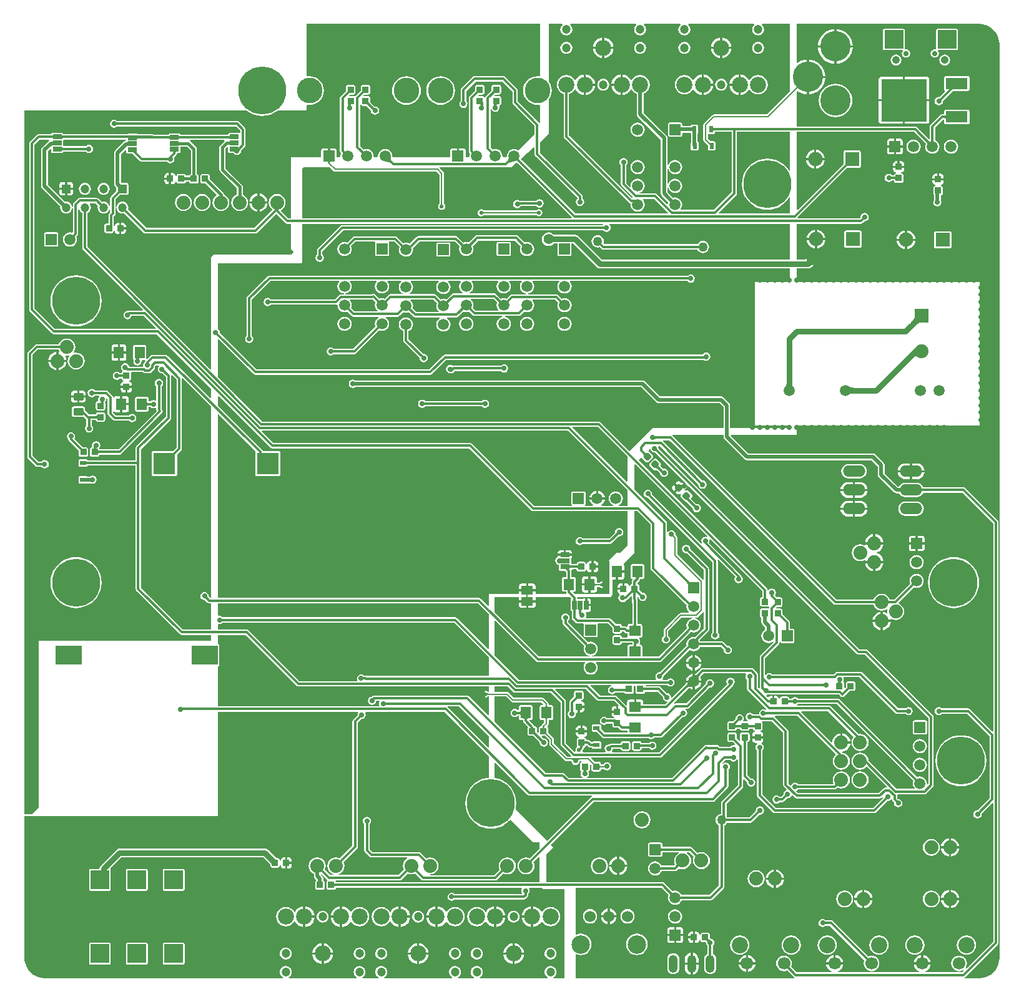
<source format=gbl>
G04 Layer_Physical_Order=2*
G04 Layer_Color=16711680*
%FSLAX24Y24*%
%MOIN*%
G70*
G01*
G75*
G04:AMPARAMS|DCode=11|XSize=35mil|YSize=35mil|CornerRadius=4.4mil|HoleSize=0mil|Usage=FLASHONLY|Rotation=270.000|XOffset=0mil|YOffset=0mil|HoleType=Round|Shape=RoundedRectangle|*
%AMROUNDEDRECTD11*
21,1,0.0350,0.0262,0,0,270.0*
21,1,0.0262,0.0350,0,0,270.0*
1,1,0.0088,-0.0131,-0.0131*
1,1,0.0088,-0.0131,0.0131*
1,1,0.0088,0.0131,0.0131*
1,1,0.0088,0.0131,-0.0131*
%
%ADD11ROUNDEDRECTD11*%
G04:AMPARAMS|DCode=12|XSize=35mil|YSize=35mil|CornerRadius=4.4mil|HoleSize=0mil|Usage=FLASHONLY|Rotation=0.000|XOffset=0mil|YOffset=0mil|HoleType=Round|Shape=RoundedRectangle|*
%AMROUNDEDRECTD12*
21,1,0.0350,0.0262,0,0,0.0*
21,1,0.0262,0.0350,0,0,0.0*
1,1,0.0088,0.0131,-0.0131*
1,1,0.0088,-0.0131,-0.0131*
1,1,0.0088,-0.0131,0.0131*
1,1,0.0088,0.0131,0.0131*
%
%ADD12ROUNDEDRECTD12*%
%ADD17R,0.0551X0.0630*%
%ADD20R,0.0250X0.0500*%
%ADD22R,0.0327X0.0248*%
%ADD26R,0.0248X0.0327*%
%ADD33C,0.0079*%
%ADD34C,0.0118*%
%ADD35C,0.0197*%
%ADD36C,0.0295*%
%ADD37C,0.0160*%
%ADD38C,0.0300*%
%ADD40C,0.2559*%
%ADD41C,0.0591*%
%ADD42R,0.0591X0.0591*%
%ADD43R,0.0591X0.0591*%
%ADD44R,0.0740X0.0740*%
%ADD45C,0.0740*%
%ADD46R,0.1181X0.1181*%
%ADD47R,0.1417X0.1024*%
%ADD48R,0.1000X0.1000*%
%ADD49O,0.0480X0.0960*%
%ADD50C,0.0472*%
%ADD51C,0.0860*%
%ADD52O,0.1200X0.0600*%
%ADD53C,0.0760*%
%ADD54R,0.0760X0.0760*%
%ADD55C,0.0276*%
%ADD56C,0.0413*%
%ADD57R,0.0984X0.0984*%
%ADD58C,0.0473*%
%ADD59R,0.0473X0.0473*%
%ADD60C,0.1365*%
%ADD61C,0.1620*%
%ADD62C,0.0600*%
%ADD63C,0.0669*%
%ADD64C,0.0866*%
%ADD65C,0.0591*%
%ADD66C,0.0217*%
%ADD67C,0.0276*%
%ADD68C,0.0394*%
%ADD69C,0.0500*%
%ADD70C,0.0984*%
%ADD71C,0.0551*%
%ADD72R,0.0080X0.0250*%
%ADD73R,0.0630X0.0460*%
G04:AMPARAMS|DCode=74|XSize=35mil|YSize=35mil|CornerRadius=4.4mil|HoleSize=0mil|Usage=FLASHONLY|Rotation=315.000|XOffset=0mil|YOffset=0mil|HoleType=Round|Shape=RoundedRectangle|*
%AMROUNDEDRECTD74*
21,1,0.0350,0.0262,0,0,315.0*
21,1,0.0262,0.0350,0,0,315.0*
1,1,0.0088,0.0000,-0.0186*
1,1,0.0088,-0.0186,0.0000*
1,1,0.0088,0.0000,0.0186*
1,1,0.0088,0.0186,0.0000*
%
%ADD74ROUNDEDRECTD74*%
G04:AMPARAMS|DCode=75|XSize=40mil|YSize=55mil|CornerRadius=5mil|HoleSize=0mil|Usage=FLASHONLY|Rotation=90.000|XOffset=0mil|YOffset=0mil|HoleType=Round|Shape=RoundedRectangle|*
%AMROUNDEDRECTD75*
21,1,0.0400,0.0450,0,0,90.0*
21,1,0.0300,0.0550,0,0,90.0*
1,1,0.0100,0.0225,0.0150*
1,1,0.0100,0.0225,-0.0150*
1,1,0.0100,-0.0225,-0.0150*
1,1,0.0100,-0.0225,0.0150*
%
%ADD75ROUNDEDRECTD75*%
%ADD76R,0.0500X0.0250*%
%ADD77R,0.1181X0.0630*%
%ADD78R,0.2441X0.2283*%
%ADD79R,0.0630X0.0551*%
G36*
X32399Y13365D02*
X32398Y13376D01*
X32395Y13386D01*
X32389Y13395D01*
X32380Y13403D01*
X32370Y13409D01*
X32356Y13415D01*
X32341Y13419D01*
X32323Y13422D01*
X32303Y13423D01*
X32280Y13424D01*
Y13542D01*
X32303Y13543D01*
X32323Y13544D01*
X32341Y13547D01*
X32356Y13552D01*
X32370Y13557D01*
X32380Y13563D01*
X32389Y13571D01*
X32395Y13580D01*
X32398Y13590D01*
X32399Y13601D01*
Y13365D01*
D02*
G37*
G36*
X33202Y28201D02*
X33218Y28188D01*
X33232Y28178D01*
X33246Y28169D01*
X33259Y28164D01*
X33272Y28161D01*
X33283Y28160D01*
X33293Y28163D01*
X33303Y28167D01*
X33312Y28174D01*
X33145Y28007D01*
X33152Y28016D01*
X33156Y28026D01*
X33158Y28036D01*
X33158Y28047D01*
X33155Y28060D01*
X33149Y28073D01*
X33141Y28087D01*
X33131Y28101D01*
X33118Y28117D01*
X33102Y28133D01*
X33186Y28217D01*
X33202Y28201D01*
D02*
G37*
G36*
X12757Y28210D02*
X12758Y28205D01*
X12761Y28201D01*
X12765Y28197D01*
X12771Y28194D01*
X12777Y28191D01*
X12785Y28189D01*
X12794Y28188D01*
X12804Y28187D01*
X12815Y28186D01*
X12579D01*
X12590Y28187D01*
X12600Y28188D01*
X12609Y28189D01*
X12617Y28191D01*
X12623Y28194D01*
X12628Y28197D01*
X12632Y28201D01*
X12635Y28205D01*
X12637Y28210D01*
X12638Y28215D01*
X12756D01*
X12757Y28210D01*
D02*
G37*
G36*
X38390Y13450D02*
X38388Y13461D01*
X38385Y13471D01*
X38379Y13480D01*
X38370Y13487D01*
X38360Y13494D01*
X38347Y13499D01*
X38331Y13503D01*
X38313Y13506D01*
X38293Y13508D01*
X38270Y13509D01*
Y13627D01*
X38293Y13627D01*
X38313Y13629D01*
X38331Y13632D01*
X38347Y13636D01*
X38360Y13642D01*
X38370Y13648D01*
X38379Y13656D01*
X38385Y13665D01*
X38388Y13675D01*
X38390Y13686D01*
Y13450D01*
D02*
G37*
G36*
X38048Y13675D02*
X38052Y13665D01*
X38058Y13656D01*
X38066Y13648D01*
X38077Y13642D01*
X38090Y13636D01*
X38106Y13632D01*
X38124Y13629D01*
X38144Y13627D01*
X38167Y13627D01*
Y13509D01*
X38144Y13508D01*
X38124Y13506D01*
X38106Y13503D01*
X38090Y13499D01*
X38077Y13494D01*
X38066Y13487D01*
X38058Y13480D01*
X38052Y13471D01*
X38048Y13461D01*
X38047Y13450D01*
Y13686D01*
X38048Y13675D01*
D02*
G37*
G36*
X33529Y28349D02*
X33535Y28321D01*
X33583Y28248D01*
X33655Y28200D01*
X33740Y28183D01*
X33768Y28189D01*
X35398Y26558D01*
X35374Y26512D01*
X35335Y26520D01*
X35302D01*
X35296Y26530D01*
X35295Y26531D01*
X35294Y26532D01*
X35282Y26540D01*
X35270Y26548D01*
X35269Y26549D01*
X35267Y26550D01*
X35253Y26553D01*
X35239Y26556D01*
X35238Y26556D01*
X35236Y26556D01*
X35222Y26553D01*
X35208Y26551D01*
X35207Y26550D01*
X35205Y26550D01*
X35195Y26543D01*
X35141Y26597D01*
X35087Y26633D01*
X35024Y26645D01*
X34961Y26633D01*
X34907Y26597D01*
X34856Y26546D01*
X35066Y26337D01*
X35024Y26295D01*
X35066Y26253D01*
X34856Y26044D01*
X34907Y25993D01*
X34961Y25957D01*
X35024Y25944D01*
X35087Y25957D01*
X35131Y25986D01*
X35167Y25950D01*
X35146Y25919D01*
X35137Y25871D01*
X35146Y25822D01*
X35174Y25781D01*
X35359Y25596D01*
X35400Y25568D01*
X35446Y25559D01*
X35776Y25229D01*
X35773Y25211D01*
X35790Y25126D01*
X35838Y25054D01*
X35910Y25006D01*
X35995Y24989D01*
X36080Y25006D01*
X36152Y25054D01*
X36200Y25126D01*
X36217Y25211D01*
X36200Y25296D01*
X36152Y25368D01*
X36080Y25416D01*
X35995Y25433D01*
X35977Y25429D01*
X35674Y25732D01*
X35723Y25781D01*
X35751Y25822D01*
X35760Y25871D01*
X35751Y25919D01*
X35723Y25960D01*
X35538Y26145D01*
X35497Y26173D01*
X35448Y26182D01*
X35400Y26173D01*
X35369Y26152D01*
X35333Y26188D01*
X35362Y26232D01*
X35364Y26242D01*
X35389Y26247D01*
X35435Y26278D01*
X35466Y26324D01*
X35476Y26378D01*
X35469Y26417D01*
X35515Y26442D01*
X44538Y17418D01*
X44584Y17388D01*
X44638Y17377D01*
X44970D01*
X48362Y13984D01*
Y10484D01*
X48337Y10465D01*
X48290Y10492D01*
X48292Y10504D01*
X48279Y10602D01*
X48241Y10693D01*
X48181Y10772D01*
X48103Y10832D01*
X48011Y10870D01*
X47913Y10882D01*
X47815Y10870D01*
X47768Y10850D01*
X43628Y14990D01*
X43582Y15021D01*
X43527Y15032D01*
X41410D01*
X41392Y15059D01*
X41320Y15107D01*
X41235Y15124D01*
X41150Y15107D01*
X41078Y15059D01*
X41060Y15032D01*
X40957D01*
X40950Y15032D01*
X40945Y15033D01*
X40938Y15070D01*
X40910Y15110D01*
X40870Y15138D01*
X40821Y15147D01*
X40559D01*
X40510Y15138D01*
X40470Y15110D01*
X40442Y15070D01*
X40435Y15033D01*
X40384D01*
X40374Y15084D01*
X40338Y15138D01*
X40284Y15174D01*
X40221Y15186D01*
X40149D01*
Y14890D01*
X40031D01*
Y15186D01*
X39959D01*
X39896Y15174D01*
X39842Y15138D01*
X39833Y15125D01*
X39769Y15119D01*
X39706Y15182D01*
X39722Y15236D01*
X39763Y15244D01*
X43583D01*
X43668Y15158D01*
X43714Y15128D01*
X43769Y15117D01*
X43823Y15128D01*
X43869Y15158D01*
X44153Y15443D01*
X44341D01*
X44390Y15452D01*
X44430Y15480D01*
X44458Y15520D01*
X44467Y15569D01*
Y15831D01*
X44458Y15880D01*
X44430Y15920D01*
X44390Y15948D01*
X44341Y15957D01*
X44079D01*
X44030Y15948D01*
X43990Y15920D01*
X43962Y15880D01*
X43953Y15831D01*
Y15643D01*
X43917Y15608D01*
X43867Y15629D01*
Y15831D01*
X43858Y15880D01*
X43830Y15920D01*
X43805Y15937D01*
X43822Y15964D01*
X43839Y16049D01*
X43822Y16134D01*
X43818Y16140D01*
X43842Y16184D01*
X44676D01*
X46591Y14268D01*
X46637Y14238D01*
X46691Y14227D01*
X47141D01*
X47151Y14212D01*
X47223Y14163D01*
X47308Y14147D01*
X47393Y14163D01*
X47465Y14212D01*
X47514Y14284D01*
X47530Y14369D01*
X47514Y14454D01*
X47465Y14526D01*
X47393Y14574D01*
X47308Y14591D01*
X47223Y14574D01*
X47151Y14526D01*
X47141Y14510D01*
X46750D01*
X44835Y16426D01*
X44789Y16456D01*
X44735Y16467D01*
X43503D01*
X43448Y16456D01*
X43402Y16426D01*
X43300Y16323D01*
X40039D01*
X40029Y16338D01*
X39957Y16386D01*
X39872Y16403D01*
X39787Y16386D01*
X39715Y16338D01*
X39690Y16301D01*
X39640Y16316D01*
Y17200D01*
X40369Y17928D01*
X40399Y17974D01*
X40410Y18029D01*
X40457Y18053D01*
X40460Y18053D01*
X40474Y18033D01*
X40500Y18015D01*
X40531Y18009D01*
X41122D01*
X41153Y18015D01*
X41180Y18033D01*
X41197Y18059D01*
X41204Y18091D01*
Y18681D01*
X41197Y18712D01*
X41180Y18739D01*
X41153Y18756D01*
X41122Y18763D01*
X40970D01*
X40969Y18765D01*
X40969Y18772D01*
Y19083D01*
X40958Y19137D01*
X40927Y19183D01*
X40577Y19533D01*
Y19721D01*
X40568Y19770D01*
X40540Y19810D01*
X40500Y19838D01*
X40451Y19847D01*
X40249D01*
X40228Y19897D01*
X40263Y19933D01*
X40451D01*
X40500Y19942D01*
X40540Y19970D01*
X40568Y20010D01*
X40577Y20059D01*
Y20321D01*
X40568Y20370D01*
X40540Y20410D01*
X40500Y20438D01*
X40451Y20447D01*
X40263D01*
X40163Y20547D01*
X40205Y20609D01*
X40222Y20694D01*
X40205Y20779D01*
X40157Y20851D01*
X40085Y20900D01*
X40000Y20917D01*
X39915Y20900D01*
X39843Y20851D01*
X39822Y20820D01*
X39772Y20835D01*
Y20842D01*
X39761Y20897D01*
X39730Y20943D01*
X32896Y27777D01*
X33008Y27890D01*
X33073Y27884D01*
X33076Y27879D01*
X33262Y27693D01*
X33303Y27666D01*
X33351Y27656D01*
X33399Y27666D01*
X33440Y27693D01*
X33626Y27879D01*
X33653Y27920D01*
X33663Y27968D01*
X33653Y28016D01*
X33626Y28057D01*
X33440Y28243D01*
X33435Y28246D01*
X33429Y28311D01*
X33482Y28363D01*
X33529Y28349D01*
D02*
G37*
G36*
X29949Y12518D02*
X29939Y12514D01*
X29931Y12509D01*
X29923Y12502D01*
X29916Y12492D01*
X29911Y12480D01*
X29907Y12467D01*
X29904Y12451D01*
X29902Y12433D01*
X29902Y12413D01*
X29798D01*
X29862Y12348D01*
X29854Y12340D01*
X29834Y12317D01*
X29829Y12310D01*
X29825Y12303D01*
X29822Y12297D01*
X29820Y12291D01*
X29819Y12286D01*
X29818Y12281D01*
X29711Y12388D01*
X29716Y12389D01*
X29721Y12390D01*
X29727Y12392D01*
X29733Y12395D01*
X29740Y12399D01*
X29747Y12404D01*
X29754Y12410D01*
X29770Y12424D01*
X29778Y12432D01*
X29783Y12427D01*
X29783Y12433D01*
X29781Y12451D01*
X29778Y12467D01*
X29774Y12480D01*
X29769Y12492D01*
X29762Y12502D01*
X29755Y12509D01*
X29746Y12514D01*
X29736Y12518D01*
X29724Y12519D01*
X29961D01*
X29949Y12518D01*
D02*
G37*
G36*
X24902Y13025D02*
Y12431D01*
X24855Y12412D01*
X22695Y14572D01*
X22710Y14618D01*
X22714Y14622D01*
X23305D01*
X24902Y13025D01*
D02*
G37*
G36*
X32022Y12381D02*
X32021Y12392D01*
X32017Y12402D01*
X32011Y12411D01*
X32003Y12419D01*
X31992Y12425D01*
X31979Y12430D01*
X31963Y12434D01*
X31945Y12437D01*
X31925Y12439D01*
X31903Y12440D01*
Y12558D01*
X31925Y12558D01*
X31945Y12560D01*
X31963Y12563D01*
X31979Y12567D01*
X31992Y12573D01*
X32003Y12579D01*
X32011Y12587D01*
X32017Y12596D01*
X32021Y12606D01*
X32022Y12617D01*
Y12381D01*
D02*
G37*
G36*
X33754Y29068D02*
X33763Y29062D01*
X33772Y29056D01*
X33782Y29051D01*
X33792Y29047D01*
X33804Y29044D01*
X33815Y29041D01*
X33828Y29039D01*
X33841Y29038D01*
X33856Y29038D01*
Y28920D01*
X33841Y28919D01*
X33828Y28918D01*
X33815Y28916D01*
X33804Y28914D01*
X33792Y28910D01*
X33782Y28906D01*
X33772Y28901D01*
X33763Y28896D01*
X33754Y28889D01*
X33747Y28882D01*
Y29075D01*
X33754Y29068D01*
D02*
G37*
G36*
X26095Y14875D02*
X26135Y14848D01*
X26181Y14839D01*
X27705D01*
X27808Y14737D01*
X27787Y14687D01*
X27692D01*
X27661Y14680D01*
X27634Y14663D01*
X27617Y14636D01*
X27611Y14605D01*
Y13975D01*
X27617Y13944D01*
X27634Y13918D01*
X27661Y13900D01*
X27692Y13894D01*
X27846D01*
Y13747D01*
X27729Y13629D01*
X27703Y13590D01*
X27697Y13563D01*
X27684D01*
X27635Y13554D01*
X27594Y13526D01*
X27567Y13485D01*
X27558Y13437D01*
Y13235D01*
X27508Y13214D01*
X27472Y13249D01*
Y13437D01*
X27463Y13485D01*
X27435Y13526D01*
X27394Y13554D01*
X27346Y13563D01*
X27336D01*
X27315Y13594D01*
X27062Y13847D01*
X27081Y13894D01*
X27141D01*
X27172Y13900D01*
X27199Y13918D01*
X27216Y13944D01*
X27222Y13975D01*
Y14605D01*
X27216Y14636D01*
X27199Y14663D01*
X27172Y14680D01*
X27141Y14687D01*
X26590D01*
X26559Y14680D01*
X26532Y14663D01*
X26514Y14636D01*
X26508Y14605D01*
Y14414D01*
X26506Y14414D01*
X26499Y14413D01*
X26447D01*
X26437Y14429D01*
X26365Y14477D01*
X26280Y14494D01*
X26195Y14477D01*
X26123Y14429D01*
X26074Y14357D01*
X26057Y14272D01*
X26074Y14187D01*
X26123Y14115D01*
X26195Y14066D01*
X26280Y14050D01*
X26365Y14066D01*
X26437Y14115D01*
X26447Y14130D01*
X26499D01*
X26506Y14129D01*
X26508Y14129D01*
Y13975D01*
X26514Y13944D01*
X26532Y13918D01*
X26559Y13900D01*
X26590Y13894D01*
X26722D01*
X26723Y13891D01*
X26724Y13884D01*
Y13843D01*
X26734Y13789D01*
X26765Y13743D01*
X26989Y13519D01*
X26967Y13485D01*
X26958Y13437D01*
Y13175D01*
X26967Y13126D01*
X26994Y13085D01*
X27035Y13058D01*
X27084Y13048D01*
X27272D01*
X27619Y12702D01*
X27615Y12684D01*
X27632Y12599D01*
X27680Y12527D01*
X27752Y12479D01*
X27837Y12462D01*
X27922Y12479D01*
X27994Y12527D01*
X28042Y12599D01*
X28059Y12684D01*
X28042Y12769D01*
X27994Y12841D01*
X27922Y12889D01*
X27837Y12906D01*
X27819Y12902D01*
X27723Y12998D01*
X27744Y13048D01*
X27900D01*
X28126Y12822D01*
Y12598D01*
X28136Y12552D01*
X28162Y12512D01*
X28949Y11725D01*
X28989Y11699D01*
X29035Y11689D01*
X29310D01*
X29322Y11628D01*
X29371Y11556D01*
X29443Y11507D01*
X29528Y11491D01*
X29613Y11507D01*
X29685Y11556D01*
X29733Y11628D01*
X29745Y11689D01*
X29835D01*
X29841Y11671D01*
X29843Y11639D01*
X29809Y11617D01*
X29782Y11576D01*
X29773Y11528D01*
Y11265D01*
X29782Y11217D01*
X29809Y11176D01*
X29844Y11153D01*
X29815Y11109D01*
X29798Y11024D01*
X29815Y10939D01*
X29863Y10867D01*
X29903Y10839D01*
X29888Y10789D01*
X29175D01*
X28935Y11029D01*
X28889Y11060D01*
X28835Y11070D01*
X27937D01*
X25197Y13811D01*
Y15154D01*
X25816D01*
X26095Y14875D01*
D02*
G37*
G36*
X38670Y12793D02*
X38660Y12790D01*
X38651Y12784D01*
X38643Y12775D01*
X38637Y12764D01*
X38631Y12751D01*
X38627Y12736D01*
X38624Y12718D01*
X38623Y12698D01*
X38622Y12675D01*
X38504D01*
X38503Y12698D01*
X38502Y12718D01*
X38499Y12736D01*
X38494Y12751D01*
X38489Y12764D01*
X38483Y12775D01*
X38475Y12784D01*
X38466Y12790D01*
X38456Y12793D01*
X38445Y12794D01*
X38681D01*
X38670Y12793D01*
D02*
G37*
G36*
X35079Y26484D02*
X35092Y26474D01*
X35105Y26466D01*
X35121Y26458D01*
X35138Y26452D01*
X35156Y26446D01*
X35176Y26442D01*
X35179Y26443D01*
X35191Y26446D01*
X35201Y26450D01*
X35211Y26455D01*
X35220Y26461D01*
X35229Y26467D01*
X35236Y26474D01*
Y26437D01*
X35247Y26437D01*
X35335Y26319D01*
X35320Y26318D01*
X35307Y26317D01*
X35295Y26315D01*
X35284Y26312D01*
X35275Y26309D01*
X35267Y26304D01*
X35261Y26299D01*
X35256Y26293D01*
X35252Y26286D01*
X35250Y26278D01*
X35236Y26294D01*
Y26281D01*
X35229Y26289D01*
X35220Y26295D01*
X35211Y26301D01*
X35201Y26305D01*
X35191Y26310D01*
X35179Y26313D01*
X35168Y26316D01*
X35155Y26317D01*
X35142Y26319D01*
X35127Y26319D01*
Y26425D01*
X35069Y26495D01*
X35079Y26484D01*
D02*
G37*
G36*
X32283Y27988D02*
Y26644D01*
X32237Y26625D01*
X29351Y29511D01*
X29370Y29557D01*
X30715D01*
X32283Y27988D01*
D02*
G37*
G36*
X31599Y13906D02*
X31574Y13730D01*
X31574Y13742D01*
X31572Y13752D01*
X31567Y13760D01*
X31559Y13768D01*
X31548Y13775D01*
X31535Y13780D01*
X31519Y13784D01*
X31500Y13787D01*
X31479Y13789D01*
X31455Y13789D01*
X31491Y13907D01*
X31599Y13906D01*
D02*
G37*
G36*
X24902Y11965D02*
Y10805D01*
X24787Y10796D01*
X24579Y10746D01*
X24381Y10664D01*
X24198Y10552D01*
X24036Y10413D01*
X23897Y10250D01*
X23785Y10068D01*
X23703Y9870D01*
X23653Y9662D01*
X23636Y9449D01*
X23653Y9235D01*
X23703Y9027D01*
X23785Y8830D01*
X23897Y8647D01*
X24036Y8485D01*
X24198Y8346D01*
X24381Y8234D01*
X24579Y8152D01*
X24787Y8102D01*
X25000Y8085D01*
X25213Y8102D01*
X25421Y8152D01*
X25619Y8234D01*
X25802Y8346D01*
X25964Y8485D01*
X26017Y8547D01*
X26067Y8549D01*
X27274Y7343D01*
X27598D01*
Y7023D01*
X27081Y6506D01*
X26995Y6541D01*
X26878Y6556D01*
X26760Y6541D01*
X26651Y6495D01*
X26557Y6423D01*
X26485Y6329D01*
X26440Y6220D01*
X26424Y6102D01*
X26440Y5985D01*
X26485Y5875D01*
X26557Y5781D01*
X26651Y5709D01*
X26760Y5664D01*
X26878Y5648D01*
X26995Y5664D01*
X27105Y5709D01*
X27199Y5781D01*
X27271Y5875D01*
X27316Y5985D01*
X27332Y6102D01*
X27316Y6220D01*
X27281Y6305D01*
X27552Y6576D01*
X27598Y6557D01*
Y5221D01*
X16748D01*
X16741Y5221D01*
X16736Y5222D01*
X16729Y5258D01*
X16714Y5281D01*
X16738Y5331D01*
X20130D01*
X20184Y5341D01*
X20230Y5372D01*
X20557Y5699D01*
X20642Y5664D01*
X20760Y5648D01*
X20877Y5664D01*
X20962Y5699D01*
X21303Y5358D01*
X21349Y5328D01*
X21404Y5317D01*
X25234D01*
X25288Y5328D01*
X25334Y5358D01*
X25675Y5699D01*
X25760Y5664D01*
X25878Y5648D01*
X25995Y5664D01*
X26105Y5709D01*
X26199Y5781D01*
X26271Y5875D01*
X26316Y5985D01*
X26332Y6102D01*
X26316Y6220D01*
X26271Y6329D01*
X26199Y6423D01*
X26105Y6495D01*
X25995Y6541D01*
X25878Y6556D01*
X25760Y6541D01*
X25651Y6495D01*
X25557Y6423D01*
X25485Y6329D01*
X25440Y6220D01*
X25424Y6102D01*
X25440Y5985D01*
X25475Y5900D01*
X25175Y5600D01*
X21777D01*
X21774Y5650D01*
X21877Y5664D01*
X21987Y5709D01*
X22081Y5781D01*
X22153Y5875D01*
X22198Y5985D01*
X22214Y6102D01*
X22198Y6220D01*
X22153Y6329D01*
X22081Y6423D01*
X21987Y6495D01*
X21877Y6541D01*
X21760Y6556D01*
X21642Y6541D01*
X21557Y6506D01*
X21270Y6793D01*
X21224Y6824D01*
X21169Y6835D01*
X18681D01*
X18528Y6988D01*
Y8337D01*
X18543Y8347D01*
X18591Y8419D01*
X18608Y8504D01*
X18591Y8589D01*
X18543Y8661D01*
X18471Y8709D01*
X18386Y8726D01*
X18301Y8709D01*
X18229Y8661D01*
X18181Y8589D01*
X18164Y8504D01*
X18181Y8419D01*
X18229Y8347D01*
X18244Y8337D01*
Y6929D01*
X18255Y6875D01*
X18286Y6829D01*
X18522Y6593D01*
X18568Y6562D01*
X18622Y6551D01*
X20537D01*
X20547Y6501D01*
X20533Y6495D01*
X20439Y6423D01*
X20367Y6329D01*
X20321Y6220D01*
X20306Y6102D01*
X20321Y5985D01*
X20357Y5900D01*
X20071Y5614D01*
X16855D01*
X16850Y5664D01*
X16959Y5709D01*
X17053Y5781D01*
X17125Y5875D01*
X17171Y5985D01*
X17186Y6102D01*
X17171Y6220D01*
X17136Y6305D01*
X17856Y7026D01*
X17887Y7072D01*
X17898Y7126D01*
Y13760D01*
X18092Y13955D01*
X18110Y13951D01*
X18195Y13968D01*
X18267Y14016D01*
X18315Y14088D01*
X18332Y14173D01*
X18315Y14258D01*
X18293Y14292D01*
X18320Y14342D01*
X22525D01*
X24902Y11965D01*
D02*
G37*
G36*
X28039Y13976D02*
X28032Y13973D01*
X28026Y13969D01*
X28021Y13964D01*
X28017Y13957D01*
X28013Y13948D01*
X28011Y13938D01*
X28009Y13926D01*
X28008Y13913D01*
X28007Y13898D01*
X27928D01*
X27928Y13913D01*
X27927Y13926D01*
X27925Y13938D01*
X27922Y13948D01*
X27919Y13957D01*
X27914Y13964D01*
X27909Y13969D01*
X27903Y13973D01*
X27896Y13976D01*
X27889Y13977D01*
X28046D01*
X28039Y13976D01*
D02*
G37*
G36*
X26972Y13975D02*
X26962Y13972D01*
X26953Y13966D01*
X26946Y13958D01*
X26939Y13947D01*
X26934Y13934D01*
X26930Y13919D01*
X26927Y13901D01*
X26925Y13881D01*
X26924Y13858D01*
X26806D01*
X26806Y13881D01*
X26804Y13901D01*
X26801Y13919D01*
X26797Y13934D01*
X26792Y13947D01*
X26785Y13958D01*
X26777Y13966D01*
X26768Y13972D01*
X26758Y13975D01*
X26747Y13977D01*
X26983D01*
X26972Y13975D01*
D02*
G37*
G36*
X39079Y13450D02*
X39077Y13461D01*
X39074Y13471D01*
X39068Y13480D01*
X39059Y13487D01*
X39049Y13494D01*
X39036Y13499D01*
X39020Y13503D01*
X39002Y13506D01*
X38982Y13508D01*
X38959Y13509D01*
Y13627D01*
X38982Y13627D01*
X39002Y13629D01*
X39020Y13632D01*
X39036Y13636D01*
X39049Y13642D01*
X39059Y13648D01*
X39068Y13656D01*
X39074Y13665D01*
X39077Y13675D01*
X39079Y13686D01*
Y13450D01*
D02*
G37*
G36*
X13233Y28443D02*
X13279Y28412D01*
X13334Y28402D01*
X23844D01*
X27157Y25088D01*
X27203Y25058D01*
X27258Y25047D01*
X32283D01*
Y23203D01*
X31915Y22835D01*
X31693D01*
X31299Y22441D01*
X31348Y22392D01*
Y21289D01*
Y20610D01*
X29488D01*
X29400Y20698D01*
X29419Y20744D01*
X29444D01*
X29475Y20750D01*
X29502Y20768D01*
X29519Y20794D01*
X29526Y20826D01*
Y21456D01*
X29519Y21487D01*
X29502Y21513D01*
X29475Y21531D01*
X29444Y21537D01*
X29311D01*
X29311Y21540D01*
X29310Y21547D01*
Y21864D01*
X29305Y21889D01*
X29341Y21938D01*
X29343Y21939D01*
X29388D01*
X29414Y21944D01*
X29566D01*
X29573Y21943D01*
X29578Y21942D01*
X29585Y21906D01*
X29613Y21865D01*
X29654Y21838D01*
X29702Y21828D01*
X29964D01*
X30013Y21838D01*
X30054Y21865D01*
X30081Y21906D01*
X30088Y21942D01*
X30139D01*
X30149Y21891D01*
X30185Y21837D01*
X30239Y21802D01*
X30302Y21789D01*
X30374D01*
Y22085D01*
Y22382D01*
X30302D01*
X30239Y22369D01*
X30185Y22333D01*
X30149Y22280D01*
X30139Y22228D01*
X30088D01*
X30081Y22265D01*
X30054Y22306D01*
X30013Y22333D01*
X29964Y22343D01*
X29702D01*
X29654Y22333D01*
X29613Y22306D01*
X29585Y22265D01*
X29578Y22229D01*
X29573Y22228D01*
X29566Y22227D01*
X29393D01*
X29368Y22222D01*
X29320D01*
X29317Y22224D01*
X29283Y22266D01*
X29283Y22267D01*
X29283Y22272D01*
X29284Y22275D01*
Y22508D01*
X29287Y22510D01*
X29313Y22549D01*
X29322Y22595D01*
Y22661D01*
X28952D01*
X28582D01*
Y22607D01*
X28573Y22606D01*
X28501Y22557D01*
X28453Y22485D01*
X28436Y22400D01*
X28453Y22315D01*
X28501Y22243D01*
X28573Y22195D01*
X28620Y22186D01*
Y21955D01*
X28627Y21924D01*
X28644Y21898D01*
X28671Y21880D01*
X28702Y21874D01*
X28958D01*
X29027Y21805D01*
Y21547D01*
X29026Y21540D01*
X29026Y21537D01*
X28893D01*
X28862Y21531D01*
X28835Y21513D01*
X28818Y21487D01*
X28811Y21456D01*
Y20826D01*
X28818Y20794D01*
X28835Y20768D01*
X28862Y20750D01*
X28893Y20744D01*
X29027D01*
Y20729D01*
X29037Y20675D01*
X29047Y20660D01*
X29020Y20610D01*
X27384D01*
Y20772D01*
X26949D01*
X26513D01*
Y20610D01*
X24902D01*
Y20021D01*
X24855Y20002D01*
X24482Y20376D01*
X24436Y20407D01*
X24381Y20417D01*
X10433D01*
Y29921D01*
Y30213D01*
X10479Y30232D01*
X12444Y28267D01*
X12442Y28247D01*
X12425Y28220D01*
X12418Y28189D01*
Y27008D01*
X12425Y26977D01*
X12442Y26950D01*
X12469Y26933D01*
X12500Y26926D01*
X13681D01*
X13712Y26933D01*
X13739Y26950D01*
X13756Y26977D01*
X13763Y27008D01*
Y28189D01*
X13756Y28220D01*
X13739Y28247D01*
X13712Y28264D01*
X13681Y28271D01*
X12827D01*
X12797Y28316D01*
X10433Y30680D01*
Y31178D01*
X10479Y31197D01*
X13233Y28443D01*
D02*
G37*
G36*
X38738Y13675D02*
X38741Y13665D01*
X38747Y13656D01*
X38756Y13648D01*
X38766Y13642D01*
X38779Y13636D01*
X38795Y13632D01*
X38813Y13629D01*
X38833Y13627D01*
X38856Y13627D01*
Y13509D01*
X38833Y13508D01*
X38813Y13506D01*
X38795Y13503D01*
X38779Y13499D01*
X38766Y13494D01*
X38756Y13487D01*
X38747Y13480D01*
X38741Y13471D01*
X38738Y13461D01*
X38736Y13450D01*
Y13686D01*
X38738Y13675D01*
D02*
G37*
G36*
X31490Y13706D02*
Y13603D01*
X31499Y13555D01*
X31527Y13514D01*
X31568Y13486D01*
X31616Y13477D01*
X31804D01*
X31898Y13383D01*
X31944Y13352D01*
X31998Y13341D01*
X32306D01*
X32313Y13341D01*
X32315Y13340D01*
Y13210D01*
X31099D01*
X30890Y13419D01*
Y13587D01*
X30884Y13619D01*
X30866Y13645D01*
X30894Y13686D01*
X30958Y13643D01*
X31043Y13626D01*
X31128Y13643D01*
X31200Y13691D01*
X31211Y13707D01*
X31482D01*
X31490Y13706D01*
D02*
G37*
G36*
X27855Y13531D02*
X27856Y13520D01*
X27858Y13511D01*
X27861Y13502D01*
X27864Y13495D01*
X27868Y13490D01*
X27874Y13485D01*
X27880Y13482D01*
X27886Y13480D01*
X27894Y13479D01*
X27736D01*
X27744Y13480D01*
X27750Y13482D01*
X27756Y13485D01*
X27761Y13490D01*
X27766Y13495D01*
X27769Y13502D01*
X27772Y13511D01*
X27774Y13520D01*
X27775Y13531D01*
X27776Y13543D01*
X27854D01*
X27855Y13531D01*
D02*
G37*
G36*
X27275Y13491D02*
X27276Y13489D01*
X27279Y13486D01*
X27283Y13485D01*
X27289Y13483D01*
X27295Y13482D01*
X27303Y13481D01*
X27322Y13479D01*
X27333Y13479D01*
X27097D01*
X27108Y13479D01*
X27135Y13482D01*
X27141Y13483D01*
X27146Y13485D01*
X27151Y13486D01*
X27154Y13489D01*
X27155Y13491D01*
X27156Y13494D01*
X27274D01*
X27275Y13491D01*
D02*
G37*
G36*
X47766Y33309D02*
X47747Y33322D01*
X47726Y33330D01*
X47704Y33334D01*
X47682Y33334D01*
X47659Y33329D01*
X47634Y33320D01*
X47609Y33307D01*
X47583Y33289D01*
X47555Y33267D01*
X47527Y33240D01*
X47363Y33500D01*
X47676Y33794D01*
X47766Y33309D01*
D02*
G37*
G36*
X17927Y14292D02*
X17905Y14258D01*
X17888Y14173D01*
X17892Y14155D01*
X17656Y13919D01*
X17625Y13873D01*
X17614Y13819D01*
Y7185D01*
X16935Y6506D01*
X16850Y6541D01*
X16732Y6556D01*
X16615Y6541D01*
X16505Y6495D01*
X16411Y6423D01*
X16339Y6329D01*
X16294Y6220D01*
X16279Y6102D01*
X16294Y5985D01*
X16339Y5875D01*
X16411Y5781D01*
X16505Y5709D01*
X16615Y5664D01*
X16610Y5614D01*
X16421D01*
X16136Y5900D01*
X16171Y5985D01*
X16186Y6102D01*
X16171Y6220D01*
X16125Y6329D01*
X16053Y6423D01*
X15959Y6495D01*
X15850Y6541D01*
X15732Y6556D01*
X15615Y6541D01*
X15505Y6495D01*
X15411Y6423D01*
X15339Y6329D01*
X15294Y6220D01*
X15279Y6102D01*
X15294Y5985D01*
X15339Y5875D01*
X15411Y5781D01*
X15505Y5709D01*
X15551Y5691D01*
Y5567D01*
X15551Y5567D01*
X15564Y5497D01*
X15604Y5438D01*
X15675Y5367D01*
X15669Y5305D01*
X15661Y5299D01*
X15633Y5258D01*
X15624Y5210D01*
Y4947D01*
X15633Y4899D01*
X15661Y4858D01*
X15702Y4831D01*
X15750Y4821D01*
X16012D01*
X16061Y4831D01*
X16102Y4858D01*
X16129Y4899D01*
X16139Y4947D01*
Y5210D01*
X16129Y5258D01*
X16102Y5299D01*
X16063Y5325D01*
Y5418D01*
X16063Y5418D01*
X16049Y5488D01*
X16010Y5547D01*
X15948Y5609D01*
X15949Y5615D01*
X16003Y5631D01*
X16262Y5372D01*
X16271Y5366D01*
X16271Y5306D01*
X16261Y5299D01*
X16233Y5258D01*
X16224Y5210D01*
Y4947D01*
X16233Y4899D01*
X16261Y4858D01*
X16302Y4831D01*
X16350Y4821D01*
X16612D01*
X16661Y4831D01*
X16702Y4858D01*
X16729Y4899D01*
X16736Y4936D01*
X16741Y4936D01*
X16748Y4937D01*
X26644D01*
X26671Y4887D01*
X26645Y4849D01*
X26628Y4764D01*
X26645Y4679D01*
X26671Y4641D01*
X26644Y4591D01*
X23081D01*
X23070Y4606D01*
X22998Y4654D01*
X22913Y4671D01*
X22828Y4654D01*
X22756Y4606D01*
X22708Y4534D01*
X22691Y4449D01*
X22708Y4364D01*
X22756Y4292D01*
X22828Y4244D01*
X22913Y4227D01*
X22998Y4244D01*
X23070Y4292D01*
X23081Y4307D01*
X26772D01*
X26826Y4318D01*
X26872Y4349D01*
X26951Y4427D01*
X26981Y4473D01*
X26992Y4528D01*
Y4597D01*
X27007Y4607D01*
X27056Y4679D01*
X27072Y4764D01*
X27056Y4849D01*
X27030Y4887D01*
X27057Y4937D01*
X27701D01*
X27785Y4852D01*
X28917D01*
Y102D01*
X28355D01*
X28340Y152D01*
X28346Y156D01*
X28348Y157D01*
X28354Y161D01*
X28405Y195D01*
X28405Y195D01*
X28427Y217D01*
X28461Y268D01*
X28465Y274D01*
X28466Y276D01*
X28479Y296D01*
X28491Y325D01*
X28496Y348D01*
X28497Y350D01*
X28498Y358D01*
X28510Y417D01*
Y425D01*
X28511Y433D01*
X28510Y441D01*
Y449D01*
X28498Y508D01*
X28497Y516D01*
X28496Y518D01*
X28491Y541D01*
X28479Y571D01*
X28466Y590D01*
X28465Y592D01*
X28461Y598D01*
X28427Y649D01*
X28427Y649D01*
X28405Y671D01*
X28354Y705D01*
X28348Y709D01*
X28346Y710D01*
X28326Y723D01*
X28297Y736D01*
X28274Y740D01*
X28272Y741D01*
X28264Y742D01*
X28205Y754D01*
X28173D01*
X28114Y742D01*
X28106Y741D01*
X28104Y740D01*
X28081Y736D01*
X28051Y723D01*
X28032Y710D01*
X28030Y709D01*
X28024Y705D01*
X27973Y671D01*
X27973Y671D01*
X27951Y649D01*
X27917Y598D01*
X27913Y592D01*
X27912Y590D01*
X27899Y571D01*
X27886Y541D01*
X27882Y518D01*
X27881Y516D01*
X27880Y508D01*
X27868Y449D01*
Y441D01*
X27867Y433D01*
X27868Y425D01*
Y417D01*
X27880Y358D01*
X27881Y350D01*
X27882Y348D01*
X27886Y325D01*
X27899Y296D01*
X27912Y276D01*
X27913Y274D01*
X27917Y268D01*
X27951Y217D01*
X27951Y217D01*
X27973Y195D01*
X28024Y161D01*
X28030Y157D01*
X28032Y156D01*
X28038Y152D01*
X28023Y102D01*
X24418D01*
X24403Y152D01*
X24409Y156D01*
X24411Y157D01*
X24417Y161D01*
X24468Y195D01*
X24468Y195D01*
X24490Y217D01*
X24524Y268D01*
X24528Y274D01*
X24529Y276D01*
X24542Y296D01*
X24554Y325D01*
X24559Y348D01*
X24560Y350D01*
X24561Y358D01*
X24573Y417D01*
Y425D01*
X24574Y433D01*
X24573Y441D01*
Y449D01*
X24561Y508D01*
X24560Y516D01*
X24559Y518D01*
X24554Y541D01*
X24542Y571D01*
X24529Y590D01*
X24528Y592D01*
X24524Y598D01*
X24490Y649D01*
X24490Y649D01*
X24468Y671D01*
X24417Y705D01*
X24411Y709D01*
X24409Y710D01*
X24389Y723D01*
X24360Y736D01*
X24337Y740D01*
X24335Y741D01*
X24327Y742D01*
X24268Y754D01*
X24236D01*
X24177Y742D01*
X24169Y741D01*
X24167Y740D01*
X24144Y736D01*
X24114Y723D01*
X24095Y710D01*
X24093Y709D01*
X24087Y705D01*
X24036Y671D01*
X24036Y671D01*
X24014Y649D01*
X23980Y598D01*
X23976Y592D01*
X23975Y590D01*
X23962Y571D01*
X23949Y541D01*
X23945Y518D01*
X23944Y516D01*
X23943Y508D01*
X23931Y449D01*
Y441D01*
X23930Y433D01*
X23931Y425D01*
Y417D01*
X23943Y358D01*
X23944Y350D01*
X23945Y348D01*
X23949Y325D01*
X23962Y296D01*
X23975Y276D01*
X23976Y274D01*
X23980Y268D01*
X24014Y217D01*
X24014Y217D01*
X24036Y195D01*
X24087Y161D01*
X24093Y157D01*
X24095Y156D01*
X24101Y152D01*
X24086Y102D01*
X23257D01*
X23241Y152D01*
X23248Y156D01*
X23250Y157D01*
X23256Y161D01*
X23306Y195D01*
X23306Y195D01*
X23329Y217D01*
X23362Y268D01*
X23367Y274D01*
X23368Y276D01*
X23381Y296D01*
X23393Y325D01*
X23398Y348D01*
X23399Y350D01*
X23400Y358D01*
X23411Y417D01*
Y425D01*
X23413Y433D01*
X23411Y441D01*
Y449D01*
X23400Y508D01*
X23399Y516D01*
X23398Y518D01*
X23393Y541D01*
X23381Y571D01*
X23368Y590D01*
X23367Y592D01*
X23362Y598D01*
X23329Y649D01*
X23329Y649D01*
X23306Y671D01*
X23256Y705D01*
X23250Y709D01*
X23248Y710D01*
X23228Y723D01*
X23199Y736D01*
X23175Y740D01*
X23173Y741D01*
X23166Y742D01*
X23106Y754D01*
X23075D01*
X23015Y742D01*
X23008Y741D01*
X23006Y740D01*
X22982Y736D01*
X22953Y723D01*
X22933Y710D01*
X22931Y709D01*
X22925Y705D01*
X22875Y671D01*
X22875Y671D01*
X22852Y649D01*
X22819Y598D01*
X22814Y592D01*
X22813Y590D01*
X22800Y571D01*
X22788Y541D01*
X22783Y518D01*
X22782Y516D01*
X22782Y508D01*
X22770Y449D01*
Y441D01*
X22768Y433D01*
X22770Y425D01*
Y417D01*
X22782Y358D01*
X22782Y350D01*
X22783Y348D01*
X22788Y325D01*
X22800Y296D01*
X22813Y276D01*
X22814Y274D01*
X22819Y268D01*
X22852Y217D01*
X22852Y217D01*
X22875Y195D01*
X22925Y161D01*
X22931Y157D01*
X22933Y156D01*
X22940Y152D01*
X22925Y102D01*
X19320D01*
X19304Y152D01*
X19311Y156D01*
X19313Y157D01*
X19319Y161D01*
X19369Y195D01*
X19369Y195D01*
X19392Y217D01*
X19425Y268D01*
X19430Y274D01*
X19431Y276D01*
X19444Y296D01*
X19456Y325D01*
X19461Y348D01*
X19462Y350D01*
X19463Y358D01*
X19474Y417D01*
Y425D01*
X19476Y433D01*
X19474Y441D01*
Y449D01*
X19463Y508D01*
X19462Y516D01*
X19461Y518D01*
X19456Y541D01*
X19444Y571D01*
X19431Y590D01*
X19430Y592D01*
X19425Y598D01*
X19392Y649D01*
X19392Y649D01*
X19369Y671D01*
X19319Y705D01*
X19313Y709D01*
X19311Y710D01*
X19291Y723D01*
X19262Y736D01*
X19238Y740D01*
X19236Y741D01*
X19229Y742D01*
X19169Y754D01*
X19138D01*
X19078Y742D01*
X19071Y741D01*
X19069Y740D01*
X19045Y736D01*
X19016Y723D01*
X18996Y710D01*
X18994Y709D01*
X18988Y705D01*
X18938Y671D01*
X18938Y671D01*
X18915Y649D01*
X18882Y598D01*
X18877Y592D01*
X18876Y590D01*
X18863Y571D01*
X18851Y541D01*
X18846Y518D01*
X18845Y516D01*
X18845Y508D01*
X18833Y449D01*
Y441D01*
X18831Y433D01*
X18833Y425D01*
Y417D01*
X18845Y358D01*
X18845Y350D01*
X18846Y348D01*
X18851Y325D01*
X18863Y296D01*
X18876Y276D01*
X18877Y274D01*
X18882Y268D01*
X18915Y217D01*
X18915Y217D01*
X18938Y195D01*
X18988Y161D01*
X18994Y157D01*
X18996Y156D01*
X19003Y152D01*
X18988Y102D01*
X18158D01*
X18143Y152D01*
X18149Y156D01*
X18152Y157D01*
X18157Y161D01*
X18208Y195D01*
X18208Y195D01*
X18230Y217D01*
X18264Y268D01*
X18268Y274D01*
X18269Y276D01*
X18282Y296D01*
X18295Y325D01*
X18299Y348D01*
X18300Y350D01*
X18301Y358D01*
X18313Y417D01*
Y425D01*
X18315Y433D01*
X18313Y441D01*
Y449D01*
X18301Y508D01*
X18300Y516D01*
X18299Y518D01*
X18295Y541D01*
X18282Y571D01*
X18269Y590D01*
X18268Y592D01*
X18264Y598D01*
X18230Y649D01*
X18230Y649D01*
X18208Y671D01*
X18157Y705D01*
X18152Y709D01*
X18149Y710D01*
X18130Y723D01*
X18100Y736D01*
X18077Y740D01*
X18075Y741D01*
X18067Y742D01*
X18008Y754D01*
X17976D01*
X17917Y742D01*
X17910Y741D01*
X17907Y740D01*
X17884Y736D01*
X17855Y723D01*
X17835Y710D01*
X17833Y709D01*
X17827Y705D01*
X17777Y671D01*
X17777Y671D01*
X17754Y649D01*
X17720Y598D01*
X17716Y592D01*
X17715Y590D01*
X17702Y571D01*
X17690Y541D01*
X17685Y518D01*
X17684Y516D01*
X17683Y508D01*
X17671Y449D01*
Y441D01*
X17670Y433D01*
X17671Y425D01*
Y417D01*
X17683Y358D01*
X17684Y350D01*
X17685Y348D01*
X17690Y325D01*
X17702Y296D01*
X17715Y276D01*
X17716Y274D01*
X17720Y268D01*
X17754Y217D01*
X17754Y217D01*
X17777Y195D01*
X17827Y161D01*
X17833Y157D01*
X17835Y156D01*
X17841Y152D01*
X17826Y102D01*
X14221D01*
X14206Y152D01*
X14212Y156D01*
X14215Y157D01*
X14220Y161D01*
X14271Y195D01*
X14271Y195D01*
X14293Y217D01*
X14327Y268D01*
X14331Y274D01*
X14332Y276D01*
X14345Y296D01*
X14358Y325D01*
X14362Y348D01*
X14363Y350D01*
X14364Y358D01*
X14376Y417D01*
Y425D01*
X14378Y433D01*
X14376Y441D01*
Y449D01*
X14364Y508D01*
X14363Y516D01*
X14362Y518D01*
X14358Y541D01*
X14345Y571D01*
X14332Y590D01*
X14331Y592D01*
X14327Y598D01*
X14293Y649D01*
X14293Y649D01*
X14271Y671D01*
X14220Y705D01*
X14215Y709D01*
X14212Y710D01*
X14193Y723D01*
X14163Y736D01*
X14140Y740D01*
X14138Y741D01*
X14130Y742D01*
X14071Y754D01*
X14039D01*
X13980Y742D01*
X13973Y741D01*
X13970Y740D01*
X13947Y736D01*
X13918Y723D01*
X13898Y710D01*
X13896Y709D01*
X13890Y705D01*
X13840Y671D01*
X13840Y671D01*
X13817Y649D01*
X13783Y598D01*
X13779Y592D01*
X13778Y590D01*
X13765Y571D01*
X13753Y541D01*
X13748Y518D01*
X13747Y516D01*
X13746Y508D01*
X13734Y449D01*
Y441D01*
X13733Y433D01*
X13734Y425D01*
Y417D01*
X13746Y358D01*
X13747Y350D01*
X13748Y348D01*
X13753Y325D01*
X13765Y296D01*
X13778Y276D01*
X13779Y274D01*
X13783Y268D01*
X13817Y217D01*
X13817Y217D01*
X13840Y195D01*
X13890Y161D01*
X13896Y157D01*
X13898Y156D01*
X13904Y152D01*
X13889Y102D01*
X1181D01*
X1180Y101D01*
X1012Y115D01*
X847Y154D01*
X691Y219D01*
X546Y308D01*
X418Y418D01*
X308Y546D01*
X219Y691D01*
X154Y847D01*
X115Y1012D01*
X101Y1180D01*
X102Y1181D01*
Y8770D01*
X10433D01*
Y12165D01*
Y14342D01*
X17901D01*
X17927Y14292D01*
D02*
G37*
G36*
X48048Y35123D02*
X48024Y35140D01*
X47997Y35149D01*
X47965D01*
X47929Y35140D01*
X47889Y35123D01*
X47844Y35098D01*
X47795Y35064D01*
X47742Y35022D01*
X47623Y34911D01*
X47411Y35123D01*
X47471Y35185D01*
X47564Y35295D01*
X47598Y35344D01*
X47623Y35389D01*
X47640Y35429D01*
X47649Y35465D01*
Y35497D01*
X47640Y35524D01*
X47623Y35548D01*
X48048Y35123D01*
D02*
G37*
G36*
X28300Y10567D02*
X28301Y10557D01*
X28302Y10547D01*
X28305Y10538D01*
X28307Y10530D01*
X28311Y10521D01*
X28315Y10513D01*
X28320Y10505D01*
X28326Y10498D01*
X28332Y10491D01*
X28249Y10408D01*
X28242Y10414D01*
X28235Y10420D01*
X28227Y10425D01*
X28219Y10429D01*
X28211Y10433D01*
X28202Y10436D01*
X28193Y10438D01*
X28183Y10440D01*
X28173Y10441D01*
X28163Y10441D01*
X28300Y10577D01*
X28300Y10567D01*
D02*
G37*
G36*
X6198Y33252D02*
X6199Y33238D01*
X6201Y33226D01*
X6203Y33214D01*
X6204Y33212D01*
X6256D01*
X6245Y33211D01*
X6235Y33207D01*
X6226Y33201D01*
X6219Y33193D01*
X6214Y33186D01*
X6216Y33182D01*
X6221Y33173D01*
X6228Y33165D01*
X6235Y33157D01*
X6203D01*
X6203Y33154D01*
X6200Y33136D01*
X6198Y33116D01*
X6197Y33094D01*
X6079D01*
X6079Y33116D01*
X6077Y33136D01*
X6074Y33154D01*
X6073Y33157D01*
X6042D01*
X6049Y33165D01*
X6055Y33173D01*
X6061Y33182D01*
X6063Y33186D01*
X6058Y33193D01*
X6050Y33201D01*
X6041Y33207D01*
X6031Y33211D01*
X6020Y33212D01*
X6073D01*
X6073Y33214D01*
X6076Y33226D01*
X6078Y33238D01*
X6079Y33252D01*
X6079Y33266D01*
X6197D01*
X6198Y33252D01*
D02*
G37*
G36*
X26978Y9888D02*
X27024Y9858D01*
X27078Y9847D01*
X30407D01*
X30412Y9797D01*
X30381Y9791D01*
X30335Y9760D01*
X28004Y7429D01*
X26318Y9115D01*
X26347Y9235D01*
X26364Y9449D01*
X26347Y9662D01*
X26297Y9870D01*
X26215Y10068D01*
X26103Y10250D01*
X25964Y10413D01*
X25802Y10552D01*
X25619Y10664D01*
X25421Y10746D01*
X25213Y10796D01*
X25197Y10797D01*
Y11604D01*
X25243Y11623D01*
X26978Y9888D01*
D02*
G37*
G36*
X16656Y5186D02*
X16659Y5176D01*
X16665Y5167D01*
X16674Y5159D01*
X16684Y5153D01*
X16697Y5147D01*
X16713Y5143D01*
X16731Y5140D01*
X16751Y5138D01*
X16774Y5138D01*
Y5020D01*
X16751Y5019D01*
X16731Y5017D01*
X16713Y5014D01*
X16697Y5010D01*
X16684Y5005D01*
X16674Y4998D01*
X16665Y4991D01*
X16659Y4982D01*
X16656Y4972D01*
X16655Y4961D01*
Y5197D01*
X16656Y5186D01*
D02*
G37*
G36*
X40982Y38492D02*
X30934D01*
X29674Y39752D01*
X29598Y39803D01*
X29508Y39821D01*
X28359D01*
X28344Y39840D01*
X28270Y39897D01*
X28183Y39933D01*
X28091Y39945D01*
X27998Y39933D01*
X27911Y39897D01*
X27837Y39840D01*
X27780Y39766D01*
X27744Y39679D01*
X27732Y39587D01*
X27744Y39494D01*
X27780Y39407D01*
X27837Y39333D01*
X27911Y39276D01*
X27998Y39240D01*
X28091Y39228D01*
X28183Y39240D01*
X28270Y39276D01*
X28344Y39333D01*
X28359Y39352D01*
X28560D01*
Y38764D01*
X28566Y38733D01*
X28584Y38706D01*
X28611Y38688D01*
X28642Y38682D01*
X29232D01*
X29264Y38688D01*
X29290Y38706D01*
X29308Y38733D01*
X29314Y38764D01*
Y39352D01*
X29411D01*
X30671Y38092D01*
X30747Y38041D01*
X30837Y38023D01*
X40982D01*
Y37303D01*
X39104D01*
Y29626D01*
X40982D01*
Y29498D01*
X37780D01*
Y30709D01*
X37766Y30778D01*
X37727Y30837D01*
X37727Y30837D01*
X37432Y31133D01*
X37373Y31172D01*
X37303Y31186D01*
X37303Y31186D01*
X34032D01*
X33231Y31987D01*
X33172Y32027D01*
X33102Y32041D01*
X33102Y32041D01*
X17758D01*
X17723Y32064D01*
X17638Y32081D01*
X17553Y32064D01*
X17481Y32016D01*
X17433Y31944D01*
X17416Y31859D01*
X17433Y31774D01*
X17481Y31702D01*
X17553Y31653D01*
X17638Y31637D01*
X17723Y31653D01*
X17758Y31677D01*
X33027D01*
X33828Y30875D01*
X33887Y30836D01*
X33957Y30822D01*
X33957Y30822D01*
X37228D01*
X37417Y30633D01*
Y29498D01*
X33622D01*
X32398Y28274D01*
X30874Y29799D01*
X30828Y29830D01*
X30774Y29840D01*
X12807D01*
X10433Y32214D01*
Y34222D01*
X10479Y34241D01*
X12341Y32380D01*
X12387Y32349D01*
X12441Y32339D01*
X21772D01*
X21826Y32349D01*
X21872Y32380D01*
X22618Y33126D01*
X36375D01*
X36411Y33102D01*
X36496Y33085D01*
X36581Y33102D01*
X36653Y33150D01*
X36701Y33222D01*
X36718Y33307D01*
X36701Y33392D01*
X36653Y33464D01*
X36581Y33512D01*
X36496Y33529D01*
X36411Y33512D01*
X36339Y33464D01*
X36303Y33410D01*
X22559D01*
X22505Y33399D01*
X22459Y33368D01*
X21713Y32622D01*
X12500D01*
X10533Y34588D01*
X10537Y34606D01*
X10520Y34691D01*
X10472Y34763D01*
X10433Y34789D01*
Y37923D01*
Y38278D01*
X14862D01*
X14931Y38346D01*
Y40409D01*
X30981D01*
X31006Y40359D01*
X30990Y40339D01*
X17067D01*
X17013Y40328D01*
X16967Y40297D01*
X15768Y39099D01*
X15737Y39053D01*
X15727Y38998D01*
Y38756D01*
X15711Y38746D01*
X15663Y38674D01*
X15646Y38589D01*
X15663Y38504D01*
X15711Y38432D01*
X15783Y38383D01*
X15868Y38367D01*
X15953Y38383D01*
X16025Y38432D01*
X16074Y38504D01*
X16090Y38589D01*
X16074Y38674D01*
X16025Y38746D01*
X16010Y38756D01*
Y38940D01*
X17126Y40055D01*
X31014D01*
X31024Y40040D01*
X31096Y39992D01*
X31181Y39975D01*
X31266Y39992D01*
X31338Y40040D01*
X31386Y40112D01*
X31403Y40197D01*
X31386Y40282D01*
X31338Y40354D01*
X31330Y40359D01*
X31345Y40409D01*
X40982D01*
Y38492D01*
D02*
G37*
G36*
X29320Y40743D02*
X29300Y40693D01*
X14931D01*
Y43366D01*
X15000Y43435D01*
X16393D01*
X16597Y43231D01*
X16636Y43204D01*
X16683Y43195D01*
X22105D01*
X22260Y43040D01*
Y41484D01*
X22246Y41474D01*
X22205Y41412D01*
X22190Y41339D01*
X22205Y41265D01*
X22246Y41203D01*
X22308Y41161D01*
X22382Y41147D01*
X22455Y41161D01*
X22518Y41203D01*
X22559Y41265D01*
X22574Y41339D01*
X22559Y41412D01*
X22518Y41474D01*
X22504Y41484D01*
Y43091D01*
X22494Y43137D01*
X22468Y43177D01*
X22260Y43385D01*
X22280Y43435D01*
X26112D01*
X26362Y43657D01*
X26393Y43670D01*
X29320Y40743D01*
D02*
G37*
G36*
X1412Y44894D02*
X1422Y44853D01*
X1398Y44836D01*
X1398Y44836D01*
X1052Y44491D01*
X1052Y44491D01*
X1013Y44432D01*
X1013Y44432D01*
X1013Y44432D01*
X999Y44362D01*
X999Y44362D01*
Y42420D01*
X999Y42420D01*
X1013Y42351D01*
X1052Y42292D01*
X1052Y42292D01*
X2021Y41323D01*
X2014Y41269D01*
X2025Y41186D01*
X2056Y41109D01*
X2107Y41043D01*
X2173Y40992D01*
X2250Y40961D01*
X2333Y40950D01*
X2415Y40961D01*
X2492Y40992D01*
X2558Y41043D01*
X2609Y41109D01*
X2641Y41186D01*
X2647Y41230D01*
X2697Y41227D01*
Y39960D01*
X2647Y39927D01*
X2633Y39933D01*
X2535Y39945D01*
X2437Y39933D01*
X2346Y39895D01*
X2268Y39835D01*
X2208Y39756D01*
X2170Y39665D01*
X2157Y39567D01*
X2170Y39469D01*
X2208Y39378D01*
X2268Y39299D01*
X2346Y39239D01*
X2437Y39201D01*
X2535Y39188D01*
X2633Y39201D01*
X2725Y39239D01*
X2803Y39299D01*
X2863Y39378D01*
X2901Y39469D01*
X2914Y39567D01*
X2901Y39665D01*
X2881Y39712D01*
X2939Y39770D01*
X2969Y39816D01*
X2980Y39870D01*
Y41163D01*
X3030Y41173D01*
X3056Y41109D01*
X3107Y41043D01*
X3173Y40992D01*
X3191Y40985D01*
Y39114D01*
X3202Y39060D01*
X3232Y39014D01*
X4530Y37716D01*
X6429Y35818D01*
X6409Y35772D01*
X5709D01*
X5654Y35761D01*
X5636Y35748D01*
X5610Y35754D01*
X5525Y35737D01*
X5453Y35689D01*
X5405Y35616D01*
X5388Y35531D01*
X5405Y35447D01*
X5453Y35374D01*
X5525Y35326D01*
X5610Y35309D01*
X5695Y35326D01*
X5767Y35374D01*
X5815Y35447D01*
X5824Y35488D01*
X6478D01*
X7133Y34834D01*
X7113Y34787D01*
X1732D01*
X634Y35886D01*
Y44626D01*
X910Y44903D01*
X1407D01*
X1412Y44894D01*
D02*
G37*
G36*
X15832Y6098D02*
X15836Y6091D01*
X15843Y6082D01*
X15865Y6057D01*
X15969Y5949D01*
X15886Y5866D01*
X15732Y6004D01*
X15831Y6102D01*
X15832Y6098D01*
D02*
G37*
G36*
X42133Y38189D02*
X42121Y38189D01*
X42110Y38188D01*
X42099Y38186D01*
X42089Y38183D01*
X42079Y38180D01*
X42069Y38176D01*
X42060Y38171D01*
X42051Y38165D01*
X42043Y38159D01*
X42035Y38152D01*
X41823Y38364D01*
X41830Y38372D01*
X41837Y38380D01*
X41842Y38389D01*
X41847Y38398D01*
X41851Y38407D01*
X41855Y38417D01*
X41857Y38428D01*
X41859Y38439D01*
X41860Y38450D01*
X41860Y38462D01*
X42133Y38189D01*
D02*
G37*
G36*
X29735Y11772D02*
X29721Y11771D01*
X29709Y11769D01*
X29699Y11767D01*
X29690Y11763D01*
X29682Y11758D01*
X29676Y11751D01*
X29671Y11744D01*
X29668Y11736D01*
X29666Y11726D01*
X29665Y11715D01*
X29528Y11832D01*
X29390Y11715D01*
X29389Y11726D01*
X29387Y11736D01*
X29384Y11744D01*
X29379Y11751D01*
X29373Y11758D01*
X29365Y11763D01*
X29356Y11767D01*
X29346Y11769D01*
X29334Y11771D01*
X29320Y11772D01*
X29348Y11850D01*
X29507Y11849D01*
X29528Y11832D01*
X29548Y11849D01*
X29707Y11850D01*
X29735Y11772D01*
D02*
G37*
G36*
X44159Y31695D02*
X44174Y31685D01*
X44190Y31677D01*
X44209Y31670D01*
X44230Y31663D01*
X44253Y31658D01*
X44279Y31654D01*
X44306Y31651D01*
X44368Y31649D01*
Y31349D01*
X44336Y31349D01*
X44279Y31344D01*
X44253Y31340D01*
X44230Y31335D01*
X44209Y31329D01*
X44190Y31321D01*
X44174Y31313D01*
X44159Y31303D01*
X44147Y31292D01*
Y31706D01*
X44159Y31695D01*
D02*
G37*
G36*
X38194Y11768D02*
Y10402D01*
X37341Y9549D01*
X37310Y9503D01*
X37299Y9449D01*
Y8873D01*
X37237Y8865D01*
X37156Y8832D01*
X37087Y8779D01*
X37035Y8710D01*
X37001Y8629D01*
X36990Y8543D01*
X37001Y8457D01*
X37035Y8377D01*
X37087Y8308D01*
X37156Y8255D01*
X37181Y8245D01*
Y5059D01*
X36666Y4543D01*
X35190D01*
X35170Y4591D01*
X35110Y4669D01*
X35032Y4729D01*
X34940Y4767D01*
X34843Y4780D01*
X34745Y4767D01*
X34697Y4748D01*
X34266Y5179D01*
X34220Y5210D01*
X34165Y5221D01*
X27953D01*
Y6693D01*
X28346Y7087D01*
X28205Y7228D01*
X30494Y9518D01*
X36864D01*
X36919Y9529D01*
X36965Y9559D01*
X37649Y10243D01*
X37679Y10289D01*
X37690Y10344D01*
Y11231D01*
X37705Y11242D01*
X37754Y11314D01*
X37770Y11399D01*
X37754Y11484D01*
X37705Y11556D01*
X37633Y11604D01*
X37548Y11621D01*
X37463Y11604D01*
X37412Y11569D01*
X37380Y11608D01*
X37520Y11748D01*
X37786D01*
X37796Y11733D01*
X37868Y11685D01*
X37953Y11668D01*
X38038Y11685D01*
X38110Y11733D01*
X38144Y11784D01*
X38194Y11768D01*
D02*
G37*
G36*
X47567Y10649D02*
X47548Y10602D01*
X47535Y10504D01*
X47548Y10406D01*
X47586Y10315D01*
X47626Y10261D01*
X47602Y10211D01*
X46669D01*
X45163Y11717D01*
X45151Y11810D01*
X45106Y11920D01*
X45034Y12014D01*
X44940Y12086D01*
X44830Y12131D01*
X44713Y12147D01*
X44595Y12131D01*
X44486Y12086D01*
X44392Y12014D01*
X44320Y11920D01*
X44274Y11810D01*
X44259Y11693D01*
X44274Y11575D01*
X44320Y11466D01*
X44392Y11372D01*
X44486Y11300D01*
X44595Y11255D01*
X44713Y11239D01*
X44830Y11255D01*
X44940Y11300D01*
X45034Y11372D01*
X45043Y11384D01*
X45092Y11387D01*
X46154Y10326D01*
X46135Y10280D01*
X46063D01*
X46009Y10269D01*
X45963Y10238D01*
X45709Y9984D01*
X41397D01*
X41302Y10080D01*
X41316Y10128D01*
X41325Y10129D01*
X41397Y10178D01*
X41407Y10193D01*
X43354D01*
X43409Y10204D01*
X43455Y10234D01*
X43510Y10290D01*
X43595Y10254D01*
X43713Y10239D01*
X43830Y10254D01*
X43940Y10300D01*
X44034Y10372D01*
X44106Y10466D01*
X44151Y10575D01*
X44166Y10693D01*
X44151Y10810D01*
X44106Y10920D01*
X44034Y11014D01*
X43940Y11086D01*
X43830Y11131D01*
X43713Y11147D01*
X43595Y11131D01*
X43486Y11086D01*
X43392Y11014D01*
X43320Y10920D01*
X43274Y10810D01*
X43259Y10693D01*
X43274Y10575D01*
X43294Y10526D01*
X43261Y10476D01*
X41407D01*
X41397Y10492D01*
X41325Y10540D01*
X41240Y10557D01*
X41155Y10540D01*
X41083Y10492D01*
X41035Y10420D01*
X41033Y10411D01*
X40985Y10396D01*
X40890Y10492D01*
Y13287D01*
X40879Y13342D01*
X40848Y13388D01*
X40176Y14060D01*
X40196Y14110D01*
X41369D01*
X43407Y12073D01*
X43403Y12023D01*
X43392Y12014D01*
X43320Y11920D01*
X43274Y11810D01*
X43259Y11693D01*
X43274Y11575D01*
X43320Y11466D01*
X43392Y11372D01*
X43486Y11300D01*
X43595Y11255D01*
X43713Y11239D01*
X43830Y11255D01*
X43940Y11300D01*
X44034Y11372D01*
X44106Y11466D01*
X44151Y11575D01*
X44166Y11693D01*
X44151Y11810D01*
X44106Y11920D01*
X44034Y12014D01*
X43940Y12086D01*
X43830Y12131D01*
X43776Y12138D01*
X43765Y12157D01*
X43790Y12211D01*
X43840Y12217D01*
X43959Y12267D01*
X44061Y12345D01*
X44139Y12447D01*
X44188Y12565D01*
X44197Y12634D01*
X43713D01*
Y12693D01*
X43654D01*
Y13177D01*
X43585Y13168D01*
X43466Y13119D01*
X43364Y13041D01*
X43286Y12939D01*
X43237Y12820D01*
X43225Y12726D01*
X43172Y12709D01*
X41562Y14319D01*
X41583Y14369D01*
X43011D01*
X44380Y12999D01*
X44320Y12920D01*
X44274Y12810D01*
X44259Y12693D01*
X44274Y12575D01*
X44320Y12466D01*
X44392Y12372D01*
X44486Y12300D01*
X44595Y12255D01*
X44713Y12239D01*
X44830Y12255D01*
X44940Y12300D01*
X45034Y12372D01*
X45106Y12466D01*
X45151Y12575D01*
X45166Y12693D01*
X45151Y12810D01*
X45106Y12920D01*
X45034Y13014D01*
X44940Y13086D01*
X44830Y13131D01*
X44713Y13147D01*
X44643Y13138D01*
X43170Y14611D01*
X43124Y14641D01*
X43070Y14652D01*
X41337D01*
X41334Y14662D01*
X41329Y14702D01*
X41392Y14745D01*
X41395Y14748D01*
X43469D01*
X47567Y10649D01*
D02*
G37*
G36*
X36987Y11991D02*
X36977Y11991D01*
X36967Y11990D01*
X36958Y11989D01*
X36950Y11987D01*
X36942Y11985D01*
X36934Y11982D01*
X36927Y11979D01*
X36921Y11976D01*
X36915Y11971D01*
X36910Y11967D01*
X36827Y12050D01*
X36831Y12055D01*
X36835Y12061D01*
X36839Y12068D01*
X36842Y12074D01*
X36845Y12082D01*
X36847Y12090D01*
X36849Y12098D01*
X36850Y12107D01*
X36850Y12117D01*
X36851Y12127D01*
X36987Y11991D01*
D02*
G37*
G36*
X26184Y15402D02*
X26230Y15371D01*
X26284Y15361D01*
X28196D01*
X28727Y14830D01*
Y12609D01*
X28737Y12554D01*
X28768Y12508D01*
X29297Y11979D01*
X29278Y11933D01*
X29086D01*
X28370Y12649D01*
Y12873D01*
X28360Y12919D01*
X28334Y12959D01*
X28072Y13221D01*
Y13437D01*
X28063Y13485D01*
X28035Y13526D01*
X28029Y13531D01*
X28024Y13580D01*
X28054Y13610D01*
X28080Y13650D01*
X28089Y13696D01*
Y13894D01*
X28243D01*
X28275Y13900D01*
X28301Y13918D01*
X28319Y13944D01*
X28325Y13975D01*
Y14605D01*
X28319Y14636D01*
X28301Y14663D01*
X28275Y14680D01*
X28243Y14687D01*
X28089D01*
Y14749D01*
X28080Y14795D01*
X28054Y14835D01*
X27842Y15047D01*
X27802Y15073D01*
X27756Y15082D01*
X26232D01*
X25952Y15362D01*
X25913Y15388D01*
X25866Y15397D01*
X25197D01*
Y15685D01*
X25901D01*
X26184Y15402D01*
D02*
G37*
G36*
X5616Y32727D02*
X5618Y32701D01*
X5619Y32694D01*
X5621Y32688D01*
X5623Y32682D01*
X5625Y32678D01*
X5627Y32674D01*
X5630Y32670D01*
X5547Y32587D01*
X5543Y32590D01*
X5539Y32592D01*
X5534Y32594D01*
X5529Y32596D01*
X5523Y32598D01*
X5516Y32599D01*
X5508Y32600D01*
X5490Y32601D01*
X5480Y32601D01*
X5616Y32737D01*
X5616Y32727D01*
D02*
G37*
G36*
X4032Y41369D02*
X4025Y41351D01*
X4014Y41269D01*
X4025Y41186D01*
X4056Y41109D01*
X4107Y41043D01*
X4173Y40992D01*
X4250Y40961D01*
X4333Y40950D01*
X4415Y40961D01*
X4492Y40992D01*
X4558Y41043D01*
X4609Y41109D01*
X4631Y41163D01*
X4681Y41153D01*
Y41004D01*
X4624Y40947D01*
X4593Y40901D01*
X4583Y40846D01*
Y40415D01*
X4490D01*
X4442Y40405D01*
X4401Y40378D01*
X4373Y40337D01*
X4364Y40289D01*
Y40026D01*
X4373Y39978D01*
X4401Y39937D01*
X4442Y39910D01*
X4490Y39900D01*
X4753D01*
X4801Y39910D01*
X4842Y39937D01*
X4869Y39978D01*
X4876Y40014D01*
X4927D01*
X4938Y39963D01*
X4973Y39910D01*
X5027Y39874D01*
X5090Y39861D01*
X5162D01*
Y40157D01*
Y40454D01*
X5090D01*
X5027Y40441D01*
X4973Y40405D01*
X4938Y40352D01*
X4927Y40301D01*
X4876D01*
X4869Y40337D01*
X4866Y40341D01*
Y40788D01*
X4923Y40845D01*
X4954Y40891D01*
X4965Y40945D01*
Y41259D01*
X5015Y41262D01*
X5025Y41186D01*
X5056Y41109D01*
X5107Y41043D01*
X5173Y40992D01*
X5250Y40961D01*
X5333Y40950D01*
X5415Y40961D01*
X5433Y40968D01*
X6462Y39939D01*
X6508Y39908D01*
X6562Y39898D01*
X12441D01*
X12495Y39908D01*
X12541Y39939D01*
X13543Y40941D01*
X14034Y40451D01*
X14080Y40420D01*
X14134Y40409D01*
X14331D01*
Y39065D01*
X14488Y38907D01*
X14341Y38760D01*
X10217D01*
X10079Y38622D01*
Y32634D01*
X10033Y32615D01*
X4731Y37916D01*
X3474Y39173D01*
Y40985D01*
X3492Y40992D01*
X3558Y41043D01*
X3609Y41109D01*
X3641Y41186D01*
X3652Y41269D01*
X3641Y41351D01*
X3609Y41428D01*
X3590Y41452D01*
X3615Y41502D01*
X3899D01*
X4032Y41369D01*
D02*
G37*
G36*
X30089Y11225D02*
X30089Y11223D01*
X30148D01*
X30137Y11222D01*
X30127Y11218D01*
X30118Y11212D01*
X30110Y11204D01*
X30104Y11193D01*
X30098Y11180D01*
X30096Y11169D01*
X30098Y11162D01*
X30101Y11151D01*
X30106Y11141D01*
X30111Y11131D01*
X30117Y11123D01*
X30123Y11115D01*
X30089Y11117D01*
X30089Y11104D01*
X29971D01*
X29970Y11126D01*
X29931Y11129D01*
X29938Y11136D01*
X29945Y11144D01*
X29951Y11153D01*
X29956Y11162D01*
X29961Y11172D01*
X29962Y11177D01*
X29961Y11180D01*
X29956Y11193D01*
X29950Y11204D01*
X29942Y11212D01*
X29933Y11218D01*
X29923Y11222D01*
X29912Y11223D01*
X29971D01*
X29971Y11235D01*
X30089Y11225D01*
D02*
G37*
G36*
X36527Y11711D02*
X36517Y11710D01*
X36506Y11709D01*
X36496Y11706D01*
X36485Y11703D01*
X36475Y11698D01*
X36465Y11693D01*
X36454Y11686D01*
X36444Y11679D01*
X36434Y11670D01*
X36424Y11660D01*
X36340Y11744D01*
X36350Y11754D01*
X36358Y11764D01*
X36366Y11775D01*
X36373Y11785D01*
X36378Y11795D01*
X36383Y11806D01*
X36386Y11816D01*
X36389Y11826D01*
X36390Y11837D01*
X36391Y11847D01*
X36527Y11711D01*
D02*
G37*
G36*
X41087Y31899D02*
X41091Y31841D01*
X41095Y31816D01*
X41101Y31793D01*
X41107Y31772D01*
X41114Y31753D01*
X41123Y31737D01*
X41132Y31722D01*
X41143Y31710D01*
X40730D01*
X40740Y31722D01*
X40750Y31737D01*
X40759Y31753D01*
X40766Y31772D01*
X40772Y31793D01*
X40777Y31816D01*
X40781Y31841D01*
X40784Y31869D01*
X40786Y31931D01*
X41086D01*
X41087Y31899D01*
D02*
G37*
G36*
X30804Y11468D02*
X30807Y11461D01*
X30811Y11455D01*
X30816Y11450D01*
X30823Y11446D01*
X30832Y11442D01*
X30843Y11439D01*
X30855Y11437D01*
X30868Y11436D01*
X30883Y11436D01*
Y11357D01*
X30868Y11357D01*
X30855Y11356D01*
X30843Y11354D01*
X30832Y11351D01*
X30823Y11347D01*
X30816Y11343D01*
X30811Y11338D01*
X30807Y11332D01*
X30804Y11325D01*
X30803Y11318D01*
Y11475D01*
X30804Y11468D01*
D02*
G37*
G36*
X32380Y18542D02*
X32378Y18553D01*
X32375Y18563D01*
X32369Y18572D01*
X32361Y18580D01*
X32350Y18586D01*
X32337Y18592D01*
X32322Y18596D01*
X32304Y18599D01*
X32284Y18601D01*
X32261Y18601D01*
Y18719D01*
X32284Y18720D01*
X32304Y18722D01*
X32322Y18725D01*
X32337Y18729D01*
X32350Y18734D01*
X32361Y18741D01*
X32369Y18748D01*
X32375Y18757D01*
X32378Y18767D01*
X32380Y18778D01*
Y18542D01*
D02*
G37*
G36*
X32720Y18222D02*
X32625Y18061D01*
X32623Y18069D01*
X32619Y18076D01*
X32614Y18083D01*
X32607Y18089D01*
X32599Y18093D01*
X32590Y18097D01*
X32580Y18100D01*
X32568Y18103D01*
X32555Y18104D01*
X32540Y18104D01*
X32561Y18222D01*
X32720Y18222D01*
D02*
G37*
G36*
X37417Y29035D02*
X37417Y29035D01*
X37430Y28966D01*
X37470Y28907D01*
X38552Y27824D01*
X38611Y27785D01*
X38681Y27771D01*
X38681Y27771D01*
X45318D01*
X45655Y27434D01*
Y26998D01*
X45655Y26998D01*
X45669Y26928D01*
X45708Y26869D01*
X46525Y26052D01*
X46584Y26013D01*
X46654Y25999D01*
X46654Y25999D01*
X46805D01*
X46809Y25989D01*
X46870Y25910D01*
X46949Y25849D01*
X47042Y25811D01*
X47141Y25798D01*
X47741D01*
X47840Y25811D01*
X47933Y25849D01*
X48012Y25910D01*
X48073Y25989D01*
X48094Y26039D01*
X50190D01*
X51827Y24402D01*
Y13301D01*
X51781Y13282D01*
X50592Y14470D01*
X50546Y14501D01*
X50492Y14512D01*
X49085D01*
X49074Y14527D01*
X49002Y14575D01*
X48917Y14592D01*
X48832Y14575D01*
X48760Y14527D01*
X48712Y14455D01*
X48695Y14370D01*
X48712Y14285D01*
X48760Y14213D01*
X48832Y14165D01*
X48917Y14148D01*
X49002Y14165D01*
X49074Y14213D01*
X49085Y14228D01*
X50433D01*
X51629Y13033D01*
Y9703D01*
X51002Y9077D01*
X50984Y9080D01*
X50899Y9063D01*
X50827Y9015D01*
X50779Y8943D01*
X50762Y8858D01*
X50779Y8773D01*
X50827Y8701D01*
X50899Y8653D01*
X50984Y8636D01*
X51069Y8653D01*
X51141Y8701D01*
X51189Y8773D01*
X51206Y8858D01*
X51203Y8876D01*
X51781Y9454D01*
X51827Y9435D01*
Y2067D01*
X50387Y627D01*
X50349Y660D01*
X50362Y677D01*
X50404Y778D01*
X50418Y886D01*
X50404Y994D01*
X50362Y1095D01*
X50296Y1182D01*
X50209Y1248D01*
X50108Y1290D01*
X50000Y1304D01*
X49892Y1290D01*
X49791Y1248D01*
X49704Y1182D01*
X49638Y1095D01*
X49596Y994D01*
X49582Y886D01*
X49596Y778D01*
X49638Y677D01*
X49704Y590D01*
X49791Y524D01*
X49892Y482D01*
X50000Y468D01*
X50108Y482D01*
X50209Y524D01*
X50226Y536D01*
X50259Y499D01*
X50177Y417D01*
X48214D01*
X48204Y467D01*
X48260Y490D01*
X48354Y563D01*
X48427Y657D01*
X48473Y768D01*
X48480Y827D01*
X47583D01*
X47590Y768D01*
X47636Y657D01*
X47709Y563D01*
X47803Y490D01*
X47859Y467D01*
X47849Y417D01*
X43539D01*
X43529Y467D01*
X43585Y490D01*
X43679Y563D01*
X43752Y657D01*
X43797Y768D01*
X43805Y827D01*
X42907D01*
X42915Y768D01*
X42961Y657D01*
X43033Y563D01*
X43128Y490D01*
X43183Y467D01*
X43173Y417D01*
X41319D01*
X41026Y710D01*
X41054Y778D01*
X41068Y886D01*
X41054Y994D01*
X41012Y1095D01*
X40945Y1182D01*
X40859Y1248D01*
X40758Y1290D01*
X40650Y1304D01*
X40541Y1290D01*
X40441Y1248D01*
X40354Y1182D01*
X40287Y1095D01*
X40246Y994D01*
X40231Y886D01*
X40246Y778D01*
X40287Y677D01*
X40354Y590D01*
X40441Y524D01*
X40541Y482D01*
X40650Y468D01*
X40758Y482D01*
X40825Y510D01*
X41160Y175D01*
X41195Y152D01*
X41185Y102D01*
X29528D01*
Y1356D01*
X29569Y1384D01*
X29650Y1350D01*
X29799Y1330D01*
X29949Y1350D01*
X30088Y1408D01*
X30207Y1499D01*
X30299Y1619D01*
X30357Y1758D01*
X30376Y1907D01*
X30357Y2057D01*
X30299Y2196D01*
X30207Y2316D01*
X30088Y2407D01*
X29949Y2465D01*
X29799Y2485D01*
X29650Y2465D01*
X29569Y2431D01*
X29528Y2459D01*
Y4937D01*
X34107D01*
X34497Y4547D01*
X34477Y4500D01*
X34464Y4402D01*
X34477Y4304D01*
X34515Y4212D01*
X34575Y4134D01*
X34653Y4074D01*
X34745Y4036D01*
X34843Y4023D01*
X34940Y4036D01*
X35032Y4074D01*
X35110Y4134D01*
X35170Y4212D01*
X35190Y4260D01*
X36724D01*
X36779Y4271D01*
X36825Y4301D01*
X37423Y4900D01*
X37454Y4946D01*
X37465Y5000D01*
Y8245D01*
X37489Y8255D01*
X37558Y8308D01*
X37611Y8377D01*
X37621Y8402D01*
X38858D01*
X38913Y8412D01*
X38959Y8443D01*
X39352Y8837D01*
X39370Y8833D01*
X39455Y8850D01*
X39527Y8898D01*
X39575Y8970D01*
X39592Y9055D01*
X39575Y9140D01*
X39527Y9212D01*
X39455Y9260D01*
X39370Y9277D01*
X39285Y9260D01*
X39213Y9212D01*
X39165Y9140D01*
X39148Y9055D01*
X39152Y9037D01*
X38800Y8685D01*
X37621D01*
X37611Y8710D01*
X37583Y8747D01*
Y9390D01*
X38436Y10243D01*
X38466Y10289D01*
X38477Y10343D01*
Y10706D01*
X38523Y10725D01*
X38679Y10569D01*
X38676Y10551D01*
X38692Y10466D01*
X38741Y10394D01*
X38813Y10346D01*
X38898Y10329D01*
X38983Y10346D01*
X39055Y10394D01*
X39103Y10466D01*
X39120Y10551D01*
X39103Y10636D01*
X39055Y10708D01*
X38983Y10756D01*
X38898Y10773D01*
X38880Y10770D01*
X38705Y10945D01*
Y12701D01*
X38705Y12708D01*
X38706Y12713D01*
X38743Y12720D01*
X38783Y12747D01*
X38811Y12788D01*
X38820Y12836D01*
Y13099D01*
X38811Y13147D01*
X38783Y13188D01*
X38743Y13216D01*
X38694Y13225D01*
X38432D01*
X38383Y13216D01*
X38343Y13188D01*
X38315Y13147D01*
X38306Y13099D01*
Y12836D01*
X38313Y12800D01*
X38271Y12771D01*
X38131Y12911D01*
Y13099D01*
X38122Y13147D01*
X38094Y13188D01*
X38053Y13216D01*
X38005Y13225D01*
X37743D01*
X37694Y13216D01*
X37653Y13188D01*
X37626Y13147D01*
X37616Y13099D01*
Y12837D01*
X37626Y12788D01*
X37653Y12747D01*
X37694Y12720D01*
X37743Y12710D01*
X37931D01*
X38041Y12600D01*
X38040Y12588D01*
X37984Y12548D01*
X37953Y12555D01*
X37868Y12538D01*
X37796Y12490D01*
X37786Y12474D01*
X37235D01*
X37203Y12506D01*
X37157Y12536D01*
X37103Y12547D01*
X36571D01*
X36553Y12560D01*
X36498Y12570D01*
X36444Y12560D01*
X36398Y12529D01*
X34659Y10789D01*
X30151D01*
X30136Y10839D01*
X30177Y10867D01*
X30225Y10939D01*
X30242Y11024D01*
X30225Y11109D01*
X30223Y11111D01*
X30209Y11149D01*
X30250Y11176D01*
X30278Y11217D01*
X30287Y11265D01*
Y11496D01*
X30337Y11517D01*
X30373Y11482D01*
Y11265D01*
X30382Y11217D01*
X30409Y11176D01*
X30450Y11149D01*
X30499Y11139D01*
X30761D01*
X30809Y11149D01*
X30850Y11176D01*
X30878Y11217D01*
X30887Y11265D01*
Y11275D01*
X31034D01*
X31044Y11260D01*
X31116Y11212D01*
X31201Y11195D01*
X31286Y11212D01*
X31358Y11260D01*
X31406Y11332D01*
X31423Y11417D01*
X31406Y11502D01*
X31358Y11574D01*
X31286Y11622D01*
X31201Y11639D01*
X31116Y11622D01*
X31044Y11574D01*
X31006Y11518D01*
X30887D01*
Y11528D01*
X30878Y11576D01*
X30850Y11617D01*
X30809Y11644D01*
X30761Y11654D01*
X30545D01*
X30354Y11845D01*
X30373Y11891D01*
X34039D01*
X34093Y11902D01*
X34139Y11932D01*
X37899Y15692D01*
X37929Y15738D01*
X37933Y15757D01*
X37955Y15772D01*
X38004Y15844D01*
X38020Y15929D01*
X38004Y16014D01*
X37955Y16086D01*
X37883Y16134D01*
X37798Y16151D01*
X37713Y16134D01*
X37641Y16086D01*
X37593Y16014D01*
X37576Y15929D01*
X37593Y15844D01*
X37616Y15810D01*
X33980Y12174D01*
X31484D01*
X31463Y12224D01*
X31502Y12282D01*
X31517Y12357D01*
X31928D01*
X31935Y12356D01*
X31940Y12356D01*
X31947Y12319D01*
X31975Y12278D01*
X32016Y12251D01*
X32064Y12241D01*
X32327D01*
X32375Y12251D01*
X32416Y12278D01*
X32443Y12319D01*
X32453Y12368D01*
Y12630D01*
X32443Y12678D01*
X32416Y12719D01*
X32375Y12747D01*
X32327Y12756D01*
X32064D01*
X32016Y12747D01*
X31975Y12719D01*
X31947Y12678D01*
X31940Y12642D01*
X31935Y12641D01*
X31928Y12641D01*
X31429D01*
X31374Y12630D01*
X31328Y12599D01*
X31314Y12585D01*
X31297Y12589D01*
X31212Y12572D01*
X31139Y12524D01*
X31091Y12452D01*
X31074Y12367D01*
X31091Y12282D01*
X31130Y12224D01*
X31109Y12174D01*
X29921D01*
X29891Y12224D01*
X29900Y12268D01*
X29906Y12275D01*
X29943Y12312D01*
X29974Y12358D01*
X29984Y12413D01*
Y12434D01*
X29985Y12437D01*
X30022Y12444D01*
X30063Y12472D01*
X30090Y12513D01*
X30091Y12517D01*
X30146Y12534D01*
X30222Y12458D01*
X30268Y12427D01*
X30322Y12416D01*
X30403D01*
X30406Y12403D01*
X30424Y12376D01*
X30450Y12358D01*
X30481Y12352D01*
X30808D01*
X30840Y12358D01*
X30866Y12376D01*
X30884Y12403D01*
X30890Y12434D01*
Y12682D01*
X30884Y12713D01*
X30866Y12740D01*
X30840Y12757D01*
X30808Y12763D01*
X30481D01*
X30450Y12757D01*
X30424Y12740D01*
X30418Y12731D01*
X30367Y12721D01*
X30357Y12723D01*
X30280Y12800D01*
X30234Y12831D01*
X30180Y12842D01*
X30096D01*
X30090Y12872D01*
X30063Y12913D01*
X30022Y12940D01*
X29986Y12947D01*
Y12998D01*
X30037Y13008D01*
X30090Y13044D01*
X30126Y13098D01*
X30139Y13161D01*
Y13233D01*
X29843D01*
X29546D01*
Y13161D01*
X29559Y13098D01*
X29595Y13044D01*
X29648Y13008D01*
X29699Y12998D01*
Y12947D01*
X29663Y12940D01*
X29622Y12913D01*
X29595Y12872D01*
X29585Y12823D01*
Y12561D01*
X29595Y12513D01*
X29605Y12497D01*
X29599Y12436D01*
X29595Y12430D01*
X29574Y12416D01*
X29533Y12353D01*
X29518Y12280D01*
X29529Y12224D01*
X29526Y12219D01*
X29475Y12202D01*
X29010Y12667D01*
Y14889D01*
X28999Y14943D01*
X28969Y14989D01*
X28445Y15512D01*
X28464Y15559D01*
X30078D01*
X30678Y14958D01*
X30724Y14928D01*
X30778Y14917D01*
X31584D01*
X31825Y14677D01*
X31806Y14633D01*
Y14334D01*
X31747D01*
Y14275D01*
X31451D01*
Y14203D01*
X31464Y14140D01*
X31499Y14086D01*
X31553Y14051D01*
X31604Y14040D01*
X31604Y14037D01*
X31600Y13990D01*
X31211D01*
X31200Y14005D01*
X31128Y14054D01*
X31043Y14070D01*
X30958Y14054D01*
X30886Y14005D01*
X30838Y13933D01*
X30821Y13848D01*
X30838Y13763D01*
X30886Y13691D01*
X30858Y13650D01*
X30840Y13663D01*
X30808Y13669D01*
X30481D01*
X30450Y13663D01*
X30424Y13645D01*
X30406Y13619D01*
X30400Y13587D01*
Y13339D01*
X30406Y13308D01*
X30424Y13282D01*
X30450Y13264D01*
X30481Y13258D01*
X30650D01*
X30940Y12968D01*
X30986Y12937D01*
X31040Y12927D01*
X33416D01*
X33478Y12885D01*
X33563Y12868D01*
X33648Y12885D01*
X33720Y12934D01*
X33730Y12949D01*
X34080D01*
X34135Y12960D01*
X34181Y12990D01*
X35243Y14053D01*
X35261Y14050D01*
X35346Y14066D01*
X35418Y14115D01*
X35467Y14187D01*
X35483Y14272D01*
X35467Y14357D01*
X35418Y14429D01*
X35391Y14447D01*
X35406Y14497D01*
X35488D01*
X35543Y14508D01*
X35589Y14538D01*
X36678Y15628D01*
X36696Y15624D01*
X36781Y15641D01*
X36853Y15689D01*
X36901Y15761D01*
X36918Y15846D01*
X36901Y15931D01*
X36853Y16003D01*
X36781Y16052D01*
X36696Y16069D01*
X36611Y16052D01*
X36539Y16003D01*
X36491Y15931D01*
X36474Y15846D01*
X36478Y15828D01*
X35430Y14780D01*
X34868D01*
X34825Y14772D01*
X34798Y14807D01*
X34795Y14813D01*
X35553Y15570D01*
X35563Y15577D01*
X35576Y15583D01*
X35590Y15588D01*
X35607Y15592D01*
X35608Y15592D01*
X35618Y15584D01*
X35719Y15542D01*
X35768Y15536D01*
Y15886D01*
X35755D01*
X35753Y15659D01*
X35718Y15667D01*
X35684Y15672D01*
X35653Y15675D01*
X35623Y15675D01*
X35595Y15672D01*
X35569Y15667D01*
X35545Y15659D01*
X35523Y15649D01*
X35503Y15635D01*
X35485Y15619D01*
X35422Y15724D01*
X35435Y15738D01*
X35447Y15756D01*
X35460Y15777D01*
X35472Y15801D01*
X35484Y15828D01*
X35502Y15886D01*
X35416D01*
X35407Y15857D01*
X35398Y15835D01*
X35388Y15816D01*
X35379Y15800D01*
X35372Y15791D01*
X34674Y15093D01*
X34629Y15118D01*
X34614Y15194D01*
X34565Y15266D01*
X34493Y15314D01*
X34408Y15331D01*
X34390Y15327D01*
X34066Y15651D01*
X34020Y15682D01*
X33966Y15693D01*
X33281D01*
X33273Y15707D01*
X33303Y15757D01*
X34421D01*
X34431Y15742D01*
X34503Y15693D01*
X34588Y15677D01*
X34673Y15693D01*
X34745Y15742D01*
X34794Y15814D01*
X34810Y15899D01*
X34794Y15984D01*
X34745Y16056D01*
X34673Y16104D01*
X34588Y16121D01*
X34503Y16104D01*
X34431Y16056D01*
X34421Y16040D01*
X34205D01*
X34179Y16090D01*
X34214Y16142D01*
X34230Y16226D01*
X34227Y16244D01*
X35616Y17634D01*
X35638Y17617D01*
X35729Y17579D01*
X35827Y17566D01*
X35925Y17579D01*
X36016Y17617D01*
X36094Y17677D01*
X36155Y17756D01*
X36174Y17803D01*
X37288D01*
X37434Y17657D01*
X37431Y17639D01*
X37448Y17554D01*
X37496Y17482D01*
X37568Y17433D01*
X37653Y17417D01*
X37738Y17433D01*
X37810Y17482D01*
X37858Y17554D01*
X37875Y17639D01*
X37858Y17724D01*
X37810Y17796D01*
X37738Y17844D01*
X37653Y17861D01*
X37635Y17857D01*
X37447Y18045D01*
X37401Y18076D01*
X37346Y18087D01*
X36174D01*
X36155Y18134D01*
X36138Y18156D01*
X36616Y18634D01*
X36647Y18680D01*
X36658Y18734D01*
Y21949D01*
X36647Y22003D01*
X36616Y22049D01*
X35652Y23014D01*
X35655Y23031D01*
X35638Y23116D01*
X35590Y23189D01*
X35518Y23237D01*
X35433Y23254D01*
X35348Y23237D01*
X35276Y23189D01*
X35228Y23116D01*
X35211Y23031D01*
X35228Y22947D01*
X35276Y22874D01*
X35348Y22826D01*
X35433Y22809D01*
X35451Y22813D01*
X36374Y21890D01*
Y21396D01*
X36339Y21381D01*
X36324Y21379D01*
X34964Y22739D01*
Y23622D01*
X34955Y23669D01*
X34929Y23708D01*
X34859Y23777D01*
X34868Y23819D01*
X34851Y23904D01*
X34803Y23976D01*
X34731Y24024D01*
X34646Y24041D01*
X34561Y24024D01*
X34489Y23976D01*
X34470Y23948D01*
X34402Y23937D01*
X34394Y23943D01*
Y24409D01*
X34383Y24464D01*
X34352Y24510D01*
X32677Y26185D01*
Y27524D01*
X32727Y27545D01*
X36557Y23715D01*
X36529Y23672D01*
X36457Y23687D01*
X36372Y23670D01*
X36300Y23622D01*
X36252Y23550D01*
X36235Y23465D01*
X36252Y23380D01*
X36257Y23371D01*
X36219Y23339D01*
X33602Y25955D01*
X33608Y25984D01*
X33591Y26069D01*
X33543Y26141D01*
X33471Y26189D01*
X33386Y26206D01*
X33301Y26189D01*
X33229Y26141D01*
X33181Y26069D01*
X33164Y25984D01*
X33181Y25899D01*
X33229Y25827D01*
X33301Y25779D01*
X33386Y25762D01*
X33393Y25764D01*
X36837Y22320D01*
Y18586D01*
X36821Y18576D01*
X36773Y18504D01*
X36756Y18419D01*
X36773Y18334D01*
X36821Y18262D01*
X36893Y18213D01*
X36978Y18197D01*
X37063Y18213D01*
X37135Y18262D01*
X37184Y18334D01*
X37200Y18419D01*
X37184Y18504D01*
X37135Y18576D01*
X37120Y18586D01*
Y22379D01*
X37112Y22420D01*
X37155Y22448D01*
X38054Y21549D01*
X38023Y21502D01*
X38006Y21417D01*
X38023Y21332D01*
X38071Y21260D01*
X38143Y21212D01*
X38228Y21195D01*
X38313Y21212D01*
X38385Y21260D01*
X38434Y21332D01*
X38450Y21417D01*
X38434Y21502D01*
X38385Y21574D01*
X38368Y21586D01*
X38359Y21629D01*
X38329Y21675D01*
X36647Y23357D01*
X36662Y23380D01*
X36679Y23465D01*
X36664Y23537D01*
X36707Y23565D01*
X39488Y20784D01*
Y20467D01*
X39488Y20460D01*
X39487Y20455D01*
X39450Y20448D01*
X39410Y20420D01*
X39382Y20380D01*
X39373Y20331D01*
Y20069D01*
X39382Y20020D01*
X39410Y19980D01*
X39450Y19952D01*
X39499Y19943D01*
X39761D01*
X39810Y19952D01*
X39841Y19973D01*
X39877Y19937D01*
X39867Y19923D01*
X39858Y19876D01*
X39833Y19858D01*
X39811Y19848D01*
X39807Y19848D01*
X39761Y19857D01*
X39499D01*
X39450Y19848D01*
X39410Y19820D01*
X39382Y19780D01*
X39373Y19731D01*
Y19469D01*
X39382Y19420D01*
X39410Y19380D01*
X39448Y19354D01*
Y19120D01*
X39448Y19120D01*
X39462Y19050D01*
X39501Y18991D01*
X39645Y18848D01*
Y18717D01*
X39638Y18714D01*
X39559Y18653D01*
X39499Y18575D01*
X39461Y18484D01*
X39448Y18386D01*
X39461Y18288D01*
X39499Y18197D01*
X39559Y18118D01*
X39638Y18058D01*
X39729Y18020D01*
X39827Y18007D01*
X39925Y18020D01*
X40016Y18058D01*
X40061Y18093D01*
X40094Y18055D01*
X39398Y17359D01*
X39367Y17313D01*
X39357Y17259D01*
Y16139D01*
Y15609D01*
X39358Y15602D01*
X39316Y15580D01*
X39280Y15609D01*
Y16299D01*
X39269Y16353D01*
X39239Y16399D01*
X39019Y16619D01*
X38973Y16650D01*
X38918Y16660D01*
X36300D01*
X36246Y16650D01*
X36200Y16619D01*
X35981Y16400D01*
X35971Y16393D01*
X35956Y16384D01*
X35936Y16374D01*
X35915Y16365D01*
X35886Y16355D01*
Y16270D01*
X35944Y16288D01*
X35971Y16300D01*
X35995Y16312D01*
X36016Y16324D01*
X36033Y16337D01*
X36048Y16349D01*
X36152Y16287D01*
X36136Y16269D01*
X36123Y16249D01*
X36112Y16227D01*
X36105Y16203D01*
X36099Y16177D01*
X36097Y16149D01*
X36097Y16119D01*
X36099Y16087D01*
X36105Y16054D01*
X36113Y16018D01*
X35886Y16016D01*
Y16004D01*
X36236D01*
X36230Y16053D01*
X36188Y16153D01*
X36180Y16164D01*
X36180Y16165D01*
X36183Y16181D01*
X36188Y16196D01*
X36194Y16208D01*
X36201Y16219D01*
X36359Y16377D01*
X38603D01*
X38630Y16327D01*
X38614Y16303D01*
X38597Y16218D01*
X38614Y16133D01*
X38662Y16061D01*
X38677Y16051D01*
Y15551D01*
X38688Y15497D01*
X38719Y15451D01*
X39704Y14466D01*
X39672Y14427D01*
X39627Y14457D01*
X39542Y14474D01*
X39457Y14457D01*
X39385Y14409D01*
X39337Y14337D01*
X39320Y14252D01*
X39323Y14236D01*
X39291Y14197D01*
X38996D01*
X38986Y14212D01*
X38914Y14260D01*
X38829Y14277D01*
X38744Y14260D01*
X38672Y14212D01*
X38624Y14140D01*
X38607Y14055D01*
X38624Y13970D01*
X38672Y13898D01*
X38703Y13877D01*
X38694Y13829D01*
X38691Y13825D01*
X38497D01*
X38473Y13869D01*
X38489Y13893D01*
X38506Y13978D01*
X38489Y14063D01*
X38441Y14135D01*
X38369Y14183D01*
X38284Y14200D01*
X38199Y14183D01*
X38127Y14135D01*
X38079Y14063D01*
X38062Y13978D01*
X38066Y13960D01*
X37931Y13825D01*
X37743D01*
X37694Y13816D01*
X37653Y13788D01*
X37626Y13747D01*
X37616Y13699D01*
Y13437D01*
X37626Y13388D01*
X37653Y13347D01*
X37694Y13320D01*
X37743Y13310D01*
X38005D01*
X38053Y13320D01*
X38094Y13347D01*
X38122Y13388D01*
X38129Y13425D01*
X38134Y13425D01*
X38141Y13426D01*
X38296D01*
X38303Y13425D01*
X38308Y13425D01*
X38315Y13388D01*
X38343Y13347D01*
X38383Y13320D01*
X38432Y13310D01*
X38694D01*
X38743Y13320D01*
X38783Y13347D01*
X38811Y13388D01*
X38818Y13425D01*
X38823Y13425D01*
X38830Y13426D01*
X38985D01*
X38992Y13425D01*
X38997Y13425D01*
X39004Y13388D01*
X39032Y13347D01*
X39072Y13320D01*
X39109Y13313D01*
Y13262D01*
X39058Y13251D01*
X39004Y13216D01*
X38968Y13162D01*
X38956Y13099D01*
Y13027D01*
X39252D01*
X39548D01*
Y13099D01*
X39536Y13162D01*
X39500Y13216D01*
X39446Y13251D01*
X39395Y13262D01*
Y13313D01*
X39432Y13320D01*
X39472Y13347D01*
X39500Y13388D01*
X39509Y13436D01*
Y13699D01*
X39500Y13747D01*
X39476Y13783D01*
X39481Y13806D01*
X39495Y13833D01*
X40002D01*
X40606Y13229D01*
Y10433D01*
X40617Y10379D01*
X40648Y10333D01*
X40785Y10196D01*
X40770Y10148D01*
X40761Y10146D01*
X40689Y10098D01*
X40641Y10026D01*
X40624Y9941D01*
X40628Y9923D01*
X40492Y9787D01*
X40423D01*
X40413Y9803D01*
X40341Y9851D01*
X40256Y9868D01*
X40171Y9851D01*
X40099Y9803D01*
X40051Y9731D01*
X40034Y9646D01*
X40051Y9561D01*
X40099Y9489D01*
X40171Y9441D01*
X40256Y9424D01*
X40341Y9441D01*
X40413Y9489D01*
X40423Y9504D01*
X40551D01*
X40605Y9515D01*
X40651Y9545D01*
X40828Y9722D01*
X40846Y9719D01*
X40931Y9736D01*
X41003Y9784D01*
X41052Y9856D01*
X41053Y9865D01*
X41101Y9879D01*
X41238Y9742D01*
X41284Y9712D01*
X41339Y9701D01*
X45768D01*
X45822Y9712D01*
X45868Y9742D01*
X45896Y9771D01*
X45949Y9753D01*
X45951Y9742D01*
X45406Y9197D01*
X40216D01*
X39492Y9921D01*
Y12274D01*
X39507Y12284D01*
X39556Y12356D01*
X39572Y12441D01*
X39556Y12526D01*
X39507Y12598D01*
X39453Y12634D01*
X39450Y12654D01*
X39454Y12689D01*
X39500Y12720D01*
X39536Y12773D01*
X39548Y12836D01*
Y12909D01*
X39252D01*
X38956D01*
Y12836D01*
X38968Y12773D01*
X39004Y12720D01*
X39058Y12684D01*
X39121Y12671D01*
X39213D01*
X39228Y12621D01*
X39193Y12598D01*
X39145Y12526D01*
X39128Y12441D01*
X39145Y12356D01*
X39193Y12284D01*
X39209Y12274D01*
Y9862D01*
X39219Y9808D01*
X39250Y9762D01*
X40057Y8955D01*
X40103Y8924D01*
X40157Y8913D01*
X45465D01*
X45519Y8924D01*
X45565Y8955D01*
X46182Y9572D01*
X46200Y9568D01*
X46285Y9585D01*
X46357Y9633D01*
X46365Y9646D01*
X46391Y9645D01*
X46417Y9634D01*
X46426Y9589D01*
X46457Y9543D01*
X46533Y9467D01*
X46530Y9449D01*
X46547Y9364D01*
X46595Y9292D01*
X46667Y9244D01*
X46752Y9227D01*
X46837Y9244D01*
X46909Y9292D01*
X46957Y9364D01*
X46974Y9449D01*
X46957Y9534D01*
X46909Y9606D01*
X46837Y9654D01*
X46752Y9671D01*
X46734Y9667D01*
X46699Y9702D01*
Y9843D01*
X46692Y9878D01*
X46723Y9928D01*
X48159D01*
X48213Y9939D01*
X48259Y9969D01*
X48604Y10314D01*
X48635Y10360D01*
X48646Y10414D01*
Y14043D01*
X48635Y14097D01*
X48604Y14143D01*
X45129Y17619D01*
X45083Y17650D01*
X45028Y17660D01*
X44697D01*
X33961Y28397D01*
X33962Y28406D01*
X33945Y28490D01*
X33941Y28496D01*
X33965Y28541D01*
X34033D01*
X36079Y26494D01*
X36076Y26476D01*
X36093Y26391D01*
X36141Y26319D01*
X36213Y26271D01*
X36298Y26254D01*
X36383Y26271D01*
X36455Y26319D01*
X36503Y26391D01*
X36520Y26476D01*
X36503Y26561D01*
X36455Y26633D01*
X36383Y26682D01*
X36298Y26698D01*
X36280Y26695D01*
X34192Y28783D01*
X34186Y28787D01*
X34201Y28837D01*
X34545D01*
X43297Y20085D01*
X43343Y20054D01*
X43398Y20043D01*
X45438D01*
X45473Y19958D01*
X45545Y19864D01*
X45639Y19792D01*
X45749Y19747D01*
X45866Y19731D01*
X45984Y19747D01*
X46093Y19792D01*
X46132Y19821D01*
X46155Y19812D01*
X46176Y19793D01*
X46162Y19685D01*
X46169Y19631D01*
X46123Y19604D01*
X46112Y19611D01*
X45994Y19661D01*
X45925Y19670D01*
Y19244D01*
X46351D01*
X46349Y19260D01*
X46374Y19280D01*
X46395Y19289D01*
X46499Y19247D01*
X46616Y19231D01*
X46734Y19247D01*
X46843Y19292D01*
X46937Y19364D01*
X47009Y19458D01*
X47055Y19568D01*
X47070Y19685D01*
X47055Y19803D01*
X47009Y19912D01*
X46937Y20006D01*
X46843Y20078D01*
X46783Y20103D01*
X46772Y20162D01*
X47591Y20981D01*
X47638Y20961D01*
X47736Y20948D01*
X47834Y20961D01*
X47925Y20999D01*
X48004Y21059D01*
X48064Y21138D01*
X48102Y21229D01*
X48115Y21327D01*
X48102Y21425D01*
X48064Y21516D01*
X48004Y21594D01*
X47925Y21655D01*
X47834Y21692D01*
X47736Y21705D01*
X47638Y21692D01*
X47547Y21655D01*
X47469Y21594D01*
X47408Y21516D01*
X47371Y21425D01*
X47358Y21327D01*
X47371Y21229D01*
X47390Y21181D01*
X46545Y20336D01*
X46291D01*
X46259Y20412D01*
X46187Y20506D01*
X46093Y20578D01*
X45984Y20623D01*
X45866Y20639D01*
X45749Y20623D01*
X45639Y20578D01*
X45545Y20506D01*
X45473Y20412D01*
X45438Y20327D01*
X43456D01*
X34704Y29079D01*
X34697Y29084D01*
X34712Y29134D01*
X37417D01*
Y29035D01*
D02*
G37*
G36*
X29275Y20826D02*
X29265Y20823D01*
X29256Y20818D01*
X29249Y20811D01*
X29242Y20802D01*
X29237Y20792D01*
X29233Y20779D01*
X29230Y20764D01*
X29228Y20747D01*
X29228Y20729D01*
X29109D01*
X29109Y20747D01*
X29107Y20764D01*
X29104Y20779D01*
X29100Y20792D01*
X29095Y20802D01*
X29088Y20811D01*
X29081Y20818D01*
X29072Y20823D01*
X29062Y20826D01*
X29050Y20827D01*
X29287D01*
X29275Y20826D01*
D02*
G37*
G36*
X31922Y18870D02*
X31925Y18860D01*
X31931Y18851D01*
X31940Y18844D01*
X31951Y18837D01*
X31964Y18832D01*
X31979Y18828D01*
X31997Y18825D01*
X32017Y18823D01*
X32040Y18822D01*
Y18704D01*
X32017Y18704D01*
X31997Y18702D01*
X31979Y18699D01*
X31964Y18695D01*
X31951Y18690D01*
X31940Y18683D01*
X31931Y18675D01*
X31925Y18667D01*
X31922Y18656D01*
X31921Y18645D01*
Y18881D01*
X31922Y18870D01*
D02*
G37*
G36*
X36339Y19661D02*
X36374Y19646D01*
Y18793D01*
X35896Y18314D01*
X35827Y18323D01*
X35729Y18311D01*
X35638Y18273D01*
X35559Y18213D01*
X35499Y18134D01*
X35461Y18043D01*
X35448Y17945D01*
X35457Y17876D01*
X34026Y16445D01*
X34008Y16449D01*
X33923Y16432D01*
X33851Y16384D01*
X33803Y16311D01*
X33786Y16226D01*
X33803Y16142D01*
X33837Y16090D01*
X33812Y16040D01*
X26507D01*
X25197Y17351D01*
Y19194D01*
X25243Y19213D01*
X27418Y17038D01*
X27464Y17008D01*
X27518Y16997D01*
X30022D01*
X30047Y16947D01*
X30002Y16889D01*
X29964Y16798D01*
X29951Y16700D01*
X29964Y16602D01*
X30002Y16510D01*
X30062Y16432D01*
X30141Y16372D01*
X30232Y16334D01*
X30330Y16321D01*
X30428Y16334D01*
X30519Y16372D01*
X30598Y16432D01*
X30658Y16510D01*
X30696Y16602D01*
X30708Y16700D01*
X30696Y16798D01*
X30658Y16889D01*
X30613Y16947D01*
X30638Y16997D01*
X34020D01*
X34075Y17008D01*
X34121Y17038D01*
X35681Y18599D01*
X35729Y18579D01*
X35827Y18566D01*
X35925Y18579D01*
X36016Y18617D01*
X36094Y18677D01*
X36155Y18756D01*
X36192Y18847D01*
X36205Y18945D01*
X36192Y19043D01*
X36155Y19134D01*
X36094Y19213D01*
X36016Y19273D01*
X35925Y19310D01*
X35879Y19316D01*
X35883Y19366D01*
X35977D01*
X36024Y19376D01*
X36063Y19402D01*
X36324Y19663D01*
X36339Y19661D01*
D02*
G37*
G36*
X35557Y21299D02*
X35601Y21262D01*
X35620Y21248D01*
X35637Y21238D01*
X35653Y21231D01*
X35668Y21228D01*
X35680Y21228D01*
X35691Y21231D01*
X35700Y21238D01*
X35534Y21072D01*
X35541Y21081D01*
X35544Y21092D01*
X35544Y21104D01*
X35540Y21118D01*
X35533Y21134D01*
X35523Y21152D01*
X35510Y21171D01*
X35493Y21192D01*
X35449Y21239D01*
X35533Y21322D01*
X35557Y21299D01*
D02*
G37*
G36*
X32737Y21174D02*
X32739Y21154D01*
X32742Y21136D01*
X32746Y21121D01*
X32751Y21108D01*
X32757Y21097D01*
X32765Y21089D01*
X32774Y21083D01*
X32784Y21079D01*
X32795Y21078D01*
X32559D01*
X32570Y21079D01*
X32580Y21083D01*
X32589Y21089D01*
X32597Y21097D01*
X32603Y21108D01*
X32609Y21121D01*
X32613Y21136D01*
X32616Y21154D01*
X32618Y21174D01*
X32618Y21197D01*
X32736D01*
X32737Y21174D01*
D02*
G37*
G36*
X32937Y21515D02*
X32927Y21513D01*
X32918Y21509D01*
X32910Y21504D01*
X32904Y21497D01*
X32898Y21489D01*
X32894Y21479D01*
X32891Y21468D01*
X32890Y21456D01*
X32889Y21441D01*
X32771D01*
X32770Y21456D01*
X32769Y21468D01*
X32766Y21479D01*
X32761Y21489D01*
X32756Y21497D01*
X32750Y21504D01*
X32742Y21509D01*
X32733Y21513D01*
X32723Y21515D01*
X32712Y21516D01*
X32948D01*
X32937Y21515D01*
D02*
G37*
G36*
X31922Y18270D02*
X31925Y18260D01*
X31931Y18251D01*
X31940Y18244D01*
X31951Y18237D01*
X31964Y18232D01*
X31979Y18228D01*
X31997Y18225D01*
X32017Y18223D01*
X32040Y18222D01*
Y18104D01*
X32017Y18104D01*
X31997Y18102D01*
X31979Y18099D01*
X31964Y18095D01*
X31951Y18090D01*
X31940Y18083D01*
X31931Y18075D01*
X31925Y18067D01*
X31922Y18056D01*
X31921Y18045D01*
Y18281D01*
X31922Y18270D01*
D02*
G37*
G36*
X32752Y17928D02*
X32754Y17907D01*
X32757Y17889D01*
X32761Y17874D01*
X32766Y17861D01*
X32772Y17850D01*
X32780Y17842D01*
X32789Y17836D01*
X32799Y17832D01*
X32810Y17831D01*
X32574D01*
X32585Y17832D01*
X32595Y17836D01*
X32604Y17842D01*
X32612Y17850D01*
X32618Y17861D01*
X32624Y17874D01*
X32628Y17889D01*
X32631Y17907D01*
X32632Y17928D01*
X32633Y17950D01*
X32751D01*
X32752Y17928D01*
D02*
G37*
G36*
X24902Y19555D02*
Y17711D01*
X24855Y17692D01*
X23209Y19339D01*
X23163Y19370D01*
X23108Y19380D01*
X10686D01*
X10675Y19396D01*
X10603Y19444D01*
X10518Y19461D01*
X10483Y19454D01*
X10433Y19495D01*
Y20134D01*
X24323D01*
X24902Y19555D01*
D02*
G37*
G36*
X32752Y19030D02*
X32754Y19010D01*
X32757Y18992D01*
X32761Y18976D01*
X32766Y18963D01*
X32772Y18952D01*
X32780Y18944D01*
X32789Y18938D01*
X32799Y18935D01*
X32810Y18933D01*
X32574D01*
X32585Y18935D01*
X32595Y18938D01*
X32604Y18944D01*
X32612Y18952D01*
X32618Y18963D01*
X32624Y18976D01*
X32628Y18992D01*
X32631Y19010D01*
X32632Y19030D01*
X32633Y19053D01*
X32751D01*
X32752Y19030D01*
D02*
G37*
G36*
X33534Y24337D02*
Y21996D01*
X33545Y21942D01*
X33575Y21896D01*
X35457Y20014D01*
X35448Y19945D01*
X35461Y19847D01*
X35499Y19756D01*
X35559Y19677D01*
X35582Y19660D01*
X35565Y19610D01*
X35138D01*
X35091Y19601D01*
X35052Y19574D01*
X34264Y18787D01*
X34238Y18747D01*
X34229Y18701D01*
Y18389D01*
X34193Y18366D01*
X34145Y18294D01*
X34128Y18209D01*
X34145Y18124D01*
X34193Y18052D01*
X34265Y18003D01*
X34350Y17987D01*
X34435Y18003D01*
X34507Y18052D01*
X34556Y18124D01*
X34572Y18209D01*
X34556Y18294D01*
X34507Y18366D01*
X34472Y18389D01*
Y18650D01*
X35188Y19366D01*
X35771D01*
X35774Y19316D01*
X35729Y19310D01*
X35638Y19273D01*
X35559Y19213D01*
X35499Y19134D01*
X35461Y19043D01*
X35448Y18945D01*
X35461Y18847D01*
X35481Y18799D01*
X33962Y17280D01*
X33090D01*
X33089Y17282D01*
Y17833D01*
X33082Y17865D01*
X33065Y17891D01*
X33038Y17909D01*
X33007Y17915D01*
X32965D01*
X32938Y17965D01*
X32965Y18005D01*
X32982Y18090D01*
X32965Y18175D01*
X32917Y18247D01*
X32908Y18253D01*
X32923Y18303D01*
X33007D01*
X33038Y18309D01*
X33065Y18327D01*
X33082Y18353D01*
X33089Y18385D01*
Y18936D01*
X33082Y18967D01*
X33065Y18994D01*
X33038Y19011D01*
X33007Y19017D01*
X32835D01*
X32835Y19020D01*
X32834Y19027D01*
Y19769D01*
X32834Y19770D01*
X32834Y19770D01*
X32825Y20449D01*
X32830Y20455D01*
X32875Y20475D01*
X32888Y20464D01*
X32903Y20388D01*
X32951Y20316D01*
X33023Y20268D01*
X33108Y20251D01*
X33193Y20268D01*
X33265Y20316D01*
X33314Y20388D01*
X33330Y20473D01*
X33314Y20558D01*
X33265Y20630D01*
X33193Y20678D01*
X33108Y20695D01*
X33090Y20692D01*
X32935Y20847D01*
Y21036D01*
X32925Y21084D01*
X32898Y21125D01*
X32857Y21152D01*
X32820Y21159D01*
X32820Y21164D01*
X32819Y21171D01*
Y21230D01*
X32930Y21341D01*
X32961Y21387D01*
X32970Y21433D01*
X33106D01*
X33137Y21439D01*
X33163Y21457D01*
X33181Y21483D01*
X33187Y21515D01*
Y22144D01*
X33181Y22176D01*
X33163Y22202D01*
X33137Y22220D01*
X33106Y22226D01*
X32554D01*
X32523Y22220D01*
X32497Y22202D01*
X32479Y22176D01*
X32473Y22144D01*
Y21515D01*
X32479Y21483D01*
X32497Y21457D01*
X32523Y21439D01*
X32551Y21434D01*
X32566Y21411D01*
X32573Y21383D01*
X32546Y21343D01*
X32535Y21289D01*
Y21171D01*
X32535Y21164D01*
X32534Y21159D01*
X32498Y21152D01*
X32457Y21125D01*
X32429Y21084D01*
X32422Y21047D01*
X32371D01*
X32361Y21099D01*
X32325Y21152D01*
X32272Y21188D01*
X32208Y21201D01*
X32136D01*
Y20904D01*
X32077D01*
Y20845D01*
X31781D01*
Y20773D01*
X31793Y20710D01*
X31829Y20656D01*
X31874Y20626D01*
X31885Y20573D01*
X31880Y20570D01*
X31832Y20498D01*
X31815Y20413D01*
X31832Y20328D01*
X31880Y20256D01*
X31952Y20208D01*
X32037Y20191D01*
X32122Y20208D01*
X32194Y20256D01*
X32207Y20276D01*
X32240Y20282D01*
X32286Y20313D01*
X32494Y20521D01*
X32541Y20502D01*
X32550Y19768D01*
Y19027D01*
X32550Y19020D01*
X32549Y19017D01*
X32377D01*
X32346Y19011D01*
X32320Y18994D01*
X32302Y18967D01*
X32296Y18936D01*
Y18891D01*
X32246Y18872D01*
X32213Y18894D01*
X32158Y18905D01*
X32014D01*
X32007Y18906D01*
X32002Y18907D01*
X31995Y18943D01*
X31968Y18984D01*
X31927Y19011D01*
X31878Y19021D01*
X31690D01*
X31412Y19299D01*
X31366Y19330D01*
X31312Y19340D01*
X30095D01*
X30069Y19390D01*
X30084Y19414D01*
X30101Y19499D01*
X30084Y19584D01*
X30061Y19618D01*
X30088Y19668D01*
X30224D01*
X30270Y19677D01*
X30309Y19703D01*
X30335Y19742D01*
X30344Y19788D01*
Y19979D01*
X30099D01*
Y20038D01*
X30040D01*
Y20409D01*
X29974D01*
X29928Y20399D01*
X29889Y20373D01*
X29886Y20370D01*
X29654D01*
X29614Y20400D01*
X29611Y20430D01*
X29649Y20472D01*
X31496D01*
Y21394D01*
X31668D01*
Y21830D01*
X31728D01*
Y21889D01*
X32124D01*
Y22144D01*
X32114Y22191D01*
X32088Y22230D01*
X32087Y22244D01*
X32677Y22835D01*
Y25047D01*
X32824D01*
X33534Y24337D01*
D02*
G37*
G36*
X29518Y20382D02*
X29520Y20362D01*
X29523Y20344D01*
X29527Y20329D01*
X29533Y20316D01*
X29539Y20305D01*
X29547Y20296D01*
X29556Y20290D01*
X29566Y20287D01*
X29577Y20286D01*
X29341D01*
X29352Y20287D01*
X29362Y20290D01*
X29371Y20296D01*
X29378Y20305D01*
X29385Y20316D01*
X29390Y20329D01*
X29394Y20344D01*
X29397Y20362D01*
X29399Y20382D01*
X29400Y20405D01*
X29518D01*
X29518Y20382D01*
D02*
G37*
G36*
X29822Y19640D02*
X29824Y19639D01*
X29828Y19638D01*
X29832Y19638D01*
X29843Y19637D01*
X29868Y19636D01*
X29878Y19637D01*
X29741Y19500D01*
X29741Y19510D01*
X29739Y19550D01*
X29739Y19553D01*
X29738Y19556D01*
X29737Y19557D01*
X29820Y19641D01*
X29822Y19640D01*
D02*
G37*
G36*
X29886Y19788D02*
X29876Y19785D01*
X29867Y19779D01*
X29859Y19771D01*
X29853Y19760D01*
X29847Y19747D01*
X29843Y19732D01*
X29840Y19714D01*
X29838Y19694D01*
X29838Y19671D01*
X29720D01*
X29719Y19694D01*
X29717Y19714D01*
X29714Y19732D01*
X29710Y19747D01*
X29705Y19760D01*
X29698Y19771D01*
X29691Y19779D01*
X29682Y19785D01*
X29672Y19788D01*
X29661Y19789D01*
X29897D01*
X29886Y19788D01*
D02*
G37*
G36*
X24902Y17245D02*
Y16244D01*
X18583D01*
X18247Y16250D01*
X18235Y16267D01*
X18163Y16316D01*
X18078Y16332D01*
X17993Y16316D01*
X17921Y16267D01*
X17873Y16195D01*
X17856Y16110D01*
X17873Y16025D01*
X17882Y16013D01*
X17858Y15969D01*
X14779D01*
X12065Y18683D01*
X12019Y18714D01*
X11964Y18724D01*
X10433D01*
Y18982D01*
X10483Y19024D01*
X10518Y19017D01*
X10603Y19033D01*
X10675Y19082D01*
X10686Y19097D01*
X23050D01*
X24902Y17245D01*
D02*
G37*
G36*
X40089Y20589D02*
X40083Y20581D01*
X40077Y20573D01*
X40072Y20565D01*
X40068Y20556D01*
X40065Y20547D01*
X40062Y20539D01*
X40060Y20529D01*
X40059Y20520D01*
X40059Y20510D01*
X39941D01*
X39940Y20520D01*
X39939Y20529D01*
X39938Y20539D01*
X39935Y20547D01*
X39932Y20556D01*
X39927Y20565D01*
X39923Y20573D01*
X39917Y20581D01*
X39911Y20589D01*
X39903Y20596D01*
X40096D01*
X40089Y20589D01*
D02*
G37*
G36*
X32670Y20731D02*
X32798D01*
X32786Y20730D01*
X32776Y20726D01*
X32768Y20720D01*
X32760Y20712D01*
X32754Y20701D01*
X32749Y20688D01*
X32745Y20672D01*
X32742Y20655D01*
X32740Y20634D01*
X32740Y20612D01*
X32622D01*
X32621Y20634D01*
X32619Y20655D01*
X32616Y20672D01*
X32612Y20688D01*
X32606Y20701D01*
X32599Y20712D01*
X32592Y20720D01*
X32591Y20721D01*
X32590Y20720D01*
X32570Y20707D01*
X32549Y20690D01*
X32503Y20646D01*
X32419Y20730D01*
X32443Y20754D01*
X32480Y20798D01*
X32493Y20817D01*
X32503Y20834D01*
X32510Y20850D01*
X32513Y20864D01*
X32514Y20877D01*
X32510Y20888D01*
X32504Y20897D01*
X32670Y20731D01*
D02*
G37*
G36*
X40886Y18775D02*
X40888Y18755D01*
X40891Y18737D01*
X40895Y18722D01*
X40901Y18708D01*
X40907Y18698D01*
X40915Y18689D01*
X40924Y18683D01*
X40934Y18680D01*
X40945Y18679D01*
X40709D01*
X40720Y18680D01*
X40730Y18683D01*
X40739Y18689D01*
X40746Y18698D01*
X40753Y18708D01*
X40758Y18722D01*
X40762Y18737D01*
X40765Y18755D01*
X40767Y18775D01*
X40768Y18798D01*
X40886D01*
X40886Y18775D01*
D02*
G37*
G36*
X29288Y20409D02*
X29289Y20406D01*
X29279Y20348D01*
X29276Y20346D01*
X29258Y20319D01*
X29252Y20288D01*
Y19788D01*
X29258Y19757D01*
X29276Y19731D01*
X29303Y19713D01*
X29317Y19710D01*
Y19356D01*
X29328Y19302D01*
X29358Y19256D01*
X29516Y19098D01*
X29562Y19068D01*
X29616Y19057D01*
X29920D01*
X29929Y19050D01*
X29955Y19007D01*
X29953Y18995D01*
Y18404D01*
X29959Y18373D01*
X29977Y18347D01*
X30003Y18329D01*
X30035Y18323D01*
X30625D01*
X30656Y18329D01*
X30683Y18347D01*
X30701Y18373D01*
X30707Y18404D01*
Y18995D01*
X30704Y19007D01*
X30731Y19050D01*
X30740Y19057D01*
X31253D01*
X31490Y18820D01*
Y18632D01*
X31499Y18584D01*
X31527Y18543D01*
X31568Y18516D01*
X31616Y18506D01*
X31878D01*
X31927Y18516D01*
X31968Y18543D01*
X31995Y18584D01*
X32002Y18620D01*
X32007Y18621D01*
X32014Y18622D01*
X32100D01*
X32161Y18560D01*
X32207Y18529D01*
X32261Y18518D01*
X32287D01*
X32294Y18518D01*
X32296Y18518D01*
Y18385D01*
X32301Y18355D01*
X32302Y18353D01*
X32274Y18305D01*
X32014D01*
X32007Y18306D01*
X32002Y18307D01*
X31995Y18343D01*
X31968Y18384D01*
X31927Y18411D01*
X31878Y18421D01*
X31616D01*
X31568Y18411D01*
X31527Y18384D01*
X31499Y18343D01*
X31490Y18295D01*
Y18032D01*
X31499Y17984D01*
X31527Y17943D01*
X31568Y17916D01*
X31616Y17906D01*
X31878D01*
X31927Y17916D01*
X31968Y17943D01*
X31995Y17984D01*
X32002Y18020D01*
X32007Y18021D01*
X32014Y18022D01*
X32550D01*
Y17925D01*
X32550Y17918D01*
X32549Y17915D01*
X32377D01*
X32346Y17909D01*
X32320Y17891D01*
X32302Y17865D01*
X32296Y17833D01*
Y17282D01*
X32294Y17280D01*
X30404D01*
X30400Y17330D01*
X30428Y17334D01*
X30519Y17372D01*
X30598Y17432D01*
X30658Y17510D01*
X30696Y17602D01*
X30708Y17700D01*
X30696Y17798D01*
X30658Y17889D01*
X30598Y17967D01*
X30519Y18027D01*
X30428Y18065D01*
X30330Y18078D01*
X30232Y18065D01*
X30184Y18046D01*
X29128Y19102D01*
Y19202D01*
X29143Y19212D01*
X29191Y19284D01*
X29208Y19369D01*
X29191Y19454D01*
X29143Y19526D01*
X29071Y19574D01*
X28986Y19591D01*
X28901Y19574D01*
X28829Y19526D01*
X28781Y19454D01*
X28764Y19369D01*
X28781Y19284D01*
X28829Y19212D01*
X28845Y19202D01*
Y19043D01*
X28855Y18989D01*
X28886Y18943D01*
X29984Y17845D01*
X29964Y17798D01*
X29951Y17700D01*
X29964Y17602D01*
X30002Y17510D01*
X30062Y17432D01*
X30141Y17372D01*
X30232Y17334D01*
X30259Y17330D01*
X30256Y17280D01*
X27577D01*
X25197Y19661D01*
Y20472D01*
X26504D01*
X26513Y20461D01*
Y20291D01*
X26949D01*
X27384D01*
Y20461D01*
X27393Y20472D01*
X29224D01*
X29288Y20409D01*
D02*
G37*
G36*
X39690Y20470D02*
X39691Y20450D01*
X39694Y20432D01*
X39699Y20416D01*
X39704Y20403D01*
X39710Y20393D01*
X39718Y20384D01*
X39727Y20378D01*
X39737Y20375D01*
X39748Y20373D01*
X39512D01*
X39523Y20375D01*
X39533Y20378D01*
X39542Y20384D01*
X39550Y20393D01*
X39556Y20403D01*
X39562Y20416D01*
X39566Y20432D01*
X39569Y20450D01*
X39570Y20470D01*
X39571Y20493D01*
X39689D01*
X39690Y20470D01*
D02*
G37*
G36*
X8224Y32072D02*
Y28445D01*
X8050Y28271D01*
X6988D01*
X6957Y28264D01*
X6931Y28247D01*
X6913Y28220D01*
X6907Y28189D01*
Y27008D01*
X6913Y26977D01*
X6931Y26950D01*
X6957Y26933D01*
X6988Y26926D01*
X8169D01*
X8201Y26933D01*
X8227Y26950D01*
X8245Y26977D01*
X8251Y27008D01*
Y28070D01*
X8466Y28286D01*
X8497Y28332D01*
X8508Y28386D01*
Y32131D01*
X8507Y32134D01*
X8553Y32158D01*
X10079Y30633D01*
Y20417D01*
X10020D01*
X9937Y20501D01*
X9940Y20519D01*
X9924Y20604D01*
X9875Y20676D01*
X9803Y20724D01*
X9718Y20741D01*
X9633Y20724D01*
X9561Y20676D01*
X9513Y20604D01*
X9496Y20519D01*
X9513Y20434D01*
X9561Y20362D01*
X9633Y20313D01*
X9718Y20297D01*
X9736Y20300D01*
X9861Y20175D01*
X9907Y20145D01*
X9961Y20134D01*
X10079D01*
Y18724D01*
X8563D01*
X6323Y20965D01*
Y27559D01*
Y28366D01*
X7896Y29939D01*
X7926Y29985D01*
X7937Y30039D01*
Y32286D01*
X7936Y32289D01*
X7983Y32314D01*
X8224Y32072D01*
D02*
G37*
G36*
X31449Y15707D02*
X31396Y15696D01*
X31324Y15648D01*
X31275Y15576D01*
X31259Y15491D01*
X31275Y15406D01*
X31324Y15334D01*
X31396Y15286D01*
X31481Y15269D01*
X31566Y15286D01*
X31638Y15334D01*
X31648Y15349D01*
X32144D01*
X32157Y15331D01*
X32198Y15303D01*
X32246Y15294D01*
X32508D01*
X32557Y15303D01*
X32598Y15331D01*
X32625Y15372D01*
X32635Y15420D01*
Y15682D01*
X32633Y15691D01*
X32667Y15735D01*
X32688D01*
X32722Y15691D01*
X32720Y15682D01*
Y15420D01*
X32729Y15372D01*
X32757Y15331D01*
X32798Y15303D01*
X32846Y15294D01*
X33108D01*
X33157Y15303D01*
X33198Y15331D01*
X33225Y15372D01*
X33232Y15408D01*
X33237Y15409D01*
X33244Y15409D01*
X33907D01*
X34190Y15127D01*
X34186Y15109D01*
X34203Y15024D01*
X34251Y14952D01*
X34323Y14903D01*
X34399Y14888D01*
X34424Y14843D01*
X34309Y14727D01*
X33147D01*
Y14861D01*
X33138Y14907D01*
X33112Y14946D01*
X33073Y14972D01*
X33027Y14981D01*
X32771D01*
Y14585D01*
X32653D01*
Y14981D01*
X32397D01*
X32351Y14972D01*
X32312Y14946D01*
X32286Y14907D01*
X32276Y14861D01*
Y14691D01*
X32230Y14672D01*
X31743Y15159D01*
X31697Y15190D01*
X31643Y15200D01*
X30837D01*
X30327Y15711D01*
X30346Y15757D01*
X31444D01*
X31449Y15707D01*
D02*
G37*
G36*
X19358Y14853D02*
X19366Y14847D01*
X19376Y14841D01*
X19385Y14836D01*
X19396Y14832D01*
X19407Y14829D01*
X19419Y14826D01*
X19432Y14824D01*
X19445Y14823D01*
X19459Y14823D01*
Y14705D01*
X19445Y14704D01*
X19432Y14703D01*
X19419Y14701D01*
X19407Y14699D01*
X19396Y14695D01*
X19385Y14691D01*
X19376Y14686D01*
X19366Y14681D01*
X19358Y14674D01*
X19350Y14667D01*
Y14860D01*
X19358Y14853D01*
D02*
G37*
G36*
X28008Y14667D02*
X28009Y14654D01*
X28011Y14642D01*
X28013Y14631D01*
X28017Y14623D01*
X28021Y14615D01*
X28026Y14610D01*
X28032Y14606D01*
X28039Y14603D01*
X28046Y14603D01*
X27889D01*
X27896Y14603D01*
X27903Y14606D01*
X27909Y14610D01*
X27914Y14615D01*
X27919Y14623D01*
X27922Y14631D01*
X27925Y14642D01*
X27927Y14654D01*
X27928Y14667D01*
X27928Y14683D01*
X28007D01*
X28008Y14667D01*
D02*
G37*
G36*
X24755Y15361D02*
X24767Y15352D01*
X24778Y15343D01*
X24790Y15336D01*
X24801Y15329D01*
X24813Y15324D01*
X24825Y15320D01*
X24836Y15317D01*
X24848Y15316D01*
X24860Y15315D01*
Y15236D01*
X24848Y15236D01*
X24836Y15234D01*
X24825Y15231D01*
X24813Y15227D01*
X24801Y15222D01*
X24790Y15216D01*
X24778Y15208D01*
X24767Y15200D01*
X24755Y15190D01*
X24744Y15179D01*
Y15372D01*
X24755Y15361D01*
D02*
G37*
G36*
X40865Y14997D02*
X40868Y14987D01*
X40874Y14978D01*
X40883Y14970D01*
X40893Y14964D01*
X40906Y14958D01*
X40922Y14954D01*
X40940Y14951D01*
X40960Y14950D01*
X40983Y14949D01*
Y14831D01*
X40960Y14830D01*
X40940Y14829D01*
X40922Y14826D01*
X40906Y14821D01*
X40893Y14816D01*
X40883Y14810D01*
X40874Y14802D01*
X40868Y14793D01*
X40865Y14783D01*
X40863Y14772D01*
Y15008D01*
X40865Y14997D01*
D02*
G37*
G36*
X39917Y14772D02*
X39915Y14783D01*
X39912Y14793D01*
X39906Y14802D01*
X39897Y14810D01*
X39887Y14816D01*
X39874Y14821D01*
X39858Y14826D01*
X39840Y14829D01*
X39820Y14830D01*
X39797Y14831D01*
Y14949D01*
X39820Y14950D01*
X39840Y14951D01*
X39858Y14954D01*
X39874Y14958D01*
X39887Y14964D01*
X39897Y14970D01*
X39906Y14978D01*
X39912Y14987D01*
X39915Y14997D01*
X39917Y15008D01*
Y14772D01*
D02*
G37*
G36*
X39648Y14341D02*
X39656Y14335D01*
X39665Y14329D01*
X39675Y14324D01*
X39686Y14320D01*
X39697Y14317D01*
X39709Y14314D01*
X39721Y14313D01*
X39735Y14311D01*
X39749Y14311D01*
Y14193D01*
X39735Y14193D01*
X39721Y14191D01*
X39709Y14190D01*
X39697Y14187D01*
X39686Y14184D01*
X39675Y14179D01*
X39665Y14175D01*
X39656Y14169D01*
X39648Y14163D01*
X39640Y14156D01*
Y14348D01*
X39648Y14341D01*
D02*
G37*
G36*
X26592Y14154D02*
X26591Y14165D01*
X26587Y14175D01*
X26581Y14184D01*
X26573Y14191D01*
X26562Y14198D01*
X26549Y14203D01*
X26534Y14207D01*
X26516Y14210D01*
X26496Y14212D01*
X26473Y14213D01*
Y14331D01*
X26496Y14331D01*
X26516Y14333D01*
X26534Y14336D01*
X26549Y14340D01*
X26562Y14345D01*
X26573Y14352D01*
X26581Y14360D01*
X26587Y14368D01*
X26591Y14379D01*
X26592Y14390D01*
Y14154D01*
D02*
G37*
G36*
X47514Y26249D02*
X47522Y26247D01*
X47533Y26245D01*
X47567Y26243D01*
X47717Y26240D01*
Y26122D01*
X47510Y26111D01*
Y26251D01*
X47514Y26249D01*
D02*
G37*
G36*
X33025Y14692D02*
X33029Y14682D01*
X33035Y14673D01*
X33043Y14666D01*
X33054Y14659D01*
X33067Y14654D01*
X33083Y14650D01*
X33101Y14647D01*
X33121Y14645D01*
X33144Y14645D01*
Y14526D01*
X33121Y14526D01*
X33101Y14524D01*
X33083Y14521D01*
X33067Y14517D01*
X33054Y14512D01*
X33043Y14505D01*
X33035Y14497D01*
X33029Y14489D01*
X33025Y14479D01*
X33024Y14467D01*
Y14704D01*
X33025Y14692D01*
D02*
G37*
G36*
X8505Y14562D02*
X8514Y14558D01*
X8523Y14554D01*
X8534Y14551D01*
X8545Y14549D01*
X8556Y14546D01*
X8581Y14543D01*
X8595Y14543D01*
X8609Y14542D01*
X8643Y14424D01*
X8629Y14424D01*
X8616Y14423D01*
X8604Y14420D01*
X8592Y14417D01*
X8582Y14413D01*
X8573Y14408D01*
X8564Y14403D01*
X8557Y14396D01*
X8550Y14389D01*
X8545Y14380D01*
X8496Y14567D01*
X8505Y14562D01*
D02*
G37*
G36*
X32283Y26177D02*
Y25330D01*
X31834D01*
X31824Y25380D01*
X31870Y25399D01*
X31948Y25460D01*
X32008Y25538D01*
X32046Y25629D01*
X32059Y25727D01*
X32046Y25825D01*
X32008Y25916D01*
X31948Y25995D01*
X31870Y26055D01*
X31778Y26093D01*
X31680Y26106D01*
X31582Y26093D01*
X31491Y26055D01*
X31413Y25995D01*
X31353Y25916D01*
X31315Y25825D01*
X31302Y25727D01*
X31315Y25629D01*
X31353Y25538D01*
X31413Y25460D01*
X31491Y25399D01*
X31537Y25380D01*
X31527Y25330D01*
X30924D01*
X30907Y25380D01*
X30975Y25432D01*
X31041Y25519D01*
X31083Y25619D01*
X31089Y25668D01*
X30271D01*
X30278Y25619D01*
X30319Y25519D01*
X30385Y25432D01*
X30453Y25380D01*
X30436Y25330D01*
X30058D01*
X30044Y25354D01*
X30037Y25380D01*
X30051Y25401D01*
X30057Y25432D01*
Y26022D01*
X30051Y26054D01*
X30033Y26080D01*
X30007Y26098D01*
X29976Y26104D01*
X29385D01*
X29354Y26098D01*
X29327Y26080D01*
X29310Y26054D01*
X29303Y26022D01*
Y25432D01*
X29310Y25401D01*
X29323Y25380D01*
X29316Y25354D01*
X29303Y25330D01*
X27316D01*
X24003Y28644D01*
X23957Y28674D01*
X23903Y28685D01*
X13392D01*
X12765Y29313D01*
X12784Y29359D01*
X29102D01*
X32283Y26177D01*
D02*
G37*
G36*
X43670Y15970D02*
X43671Y15950D01*
X43672Y15947D01*
X43708Y15945D01*
X43701Y15938D01*
X43694Y15930D01*
X43688Y15921D01*
X43683Y15911D01*
X43682Y15908D01*
X43684Y15903D01*
X43690Y15893D01*
X43698Y15884D01*
X43707Y15878D01*
X43717Y15875D01*
X43728Y15873D01*
X43672D01*
X43671Y15866D01*
X43669Y15852D01*
X43669Y15838D01*
X43551Y15845D01*
X43551Y15859D01*
X43550Y15873D01*
X43549Y15873D01*
X43492D01*
X43503Y15875D01*
X43513Y15878D01*
X43522Y15884D01*
X43530Y15893D01*
X43536Y15903D01*
X43540Y15914D01*
X43538Y15919D01*
X43534Y15929D01*
X43528Y15939D01*
X43522Y15947D01*
X43516Y15955D01*
X43549Y15954D01*
X43550Y15970D01*
X43551Y15993D01*
X43669D01*
X43670Y15970D01*
D02*
G37*
G36*
X28704Y22282D02*
X28704Y22294D01*
X28703Y22304D01*
X28700Y22312D01*
X28697Y22320D01*
X28693Y22327D01*
X28688Y22332D01*
X28682Y22336D01*
X28675Y22339D01*
X28667Y22341D01*
X28658Y22341D01*
Y22459D01*
X28667Y22460D01*
X28675Y22462D01*
X28682Y22465D01*
X28688Y22469D01*
X28693Y22474D01*
X28697Y22481D01*
X28700Y22488D01*
X28703Y22497D01*
X28704Y22507D01*
X28704Y22519D01*
Y22282D01*
D02*
G37*
G36*
X28764Y22490D02*
X28773Y22483D01*
X28782Y22478D01*
X28792Y22473D01*
X28802Y22469D01*
X28814Y22465D01*
X28825Y22463D01*
X28838Y22461D01*
X28851Y22460D01*
X28866Y22459D01*
Y22341D01*
X28851Y22341D01*
X28838Y22340D01*
X28825Y22338D01*
X28814Y22335D01*
X28802Y22332D01*
X28792Y22328D01*
X28782Y22323D01*
X28773Y22317D01*
X28764Y22311D01*
X28757Y22304D01*
Y22497D01*
X28764Y22490D01*
D02*
G37*
G36*
X29228Y21550D02*
X29230Y21529D01*
X29233Y21511D01*
X29237Y21496D01*
X29242Y21483D01*
X29249Y21472D01*
X29256Y21464D01*
X29265Y21458D01*
X29275Y21454D01*
X29287Y21453D01*
X29050D01*
X29062Y21454D01*
X29072Y21458D01*
X29081Y21464D01*
X29088Y21472D01*
X29095Y21483D01*
X29100Y21496D01*
X29104Y21511D01*
X29107Y21529D01*
X29109Y21550D01*
X29109Y21572D01*
X29228D01*
X29228Y21550D01*
D02*
G37*
G36*
X29201Y22187D02*
X29204Y22177D01*
X29210Y22168D01*
X29219Y22161D01*
X29229Y22154D01*
X29242Y22149D01*
X29258Y22145D01*
X29276Y22142D01*
X29296Y22140D01*
X29319Y22139D01*
Y22021D01*
X29296Y22021D01*
X29276Y22019D01*
X29258Y22016D01*
X29242Y22012D01*
X29229Y22007D01*
X29219Y22000D01*
X29210Y21992D01*
X29204Y21984D01*
X29201Y21974D01*
X29199Y21962D01*
Y22199D01*
X29201Y22187D01*
D02*
G37*
G36*
X29660Y21967D02*
X29658Y21979D01*
X29655Y21989D01*
X29649Y21997D01*
X29641Y22005D01*
X29630Y22012D01*
X29617Y22017D01*
X29601Y22021D01*
X29583Y22024D01*
X29563Y22026D01*
X29540Y22026D01*
Y22144D01*
X29563Y22145D01*
X29583Y22147D01*
X29601Y22150D01*
X29617Y22154D01*
X29630Y22159D01*
X29641Y22166D01*
X29649Y22173D01*
X29655Y22182D01*
X29658Y22192D01*
X29660Y22204D01*
Y21967D01*
D02*
G37*
G36*
X39573Y15618D02*
X39583Y15610D01*
X39594Y15602D01*
X39604Y15596D01*
X39614Y15592D01*
X39624Y15588D01*
X39634Y15586D01*
X39645Y15585D01*
X39655Y15586D01*
X39665Y15587D01*
X39560Y15425D01*
X39557Y15435D01*
X39554Y15445D01*
X39550Y15454D01*
X39545Y15464D01*
X39540Y15474D01*
X39533Y15484D01*
X39526Y15494D01*
X39509Y15514D01*
X39499Y15524D01*
X39563Y15628D01*
X39573Y15618D01*
D02*
G37*
G36*
X36561Y23373D02*
X36558Y23366D01*
X36557Y23358D01*
X36558Y23350D01*
X36560Y23342D01*
X36563Y23333D01*
X36569Y23323D01*
X36575Y23314D01*
X36584Y23304D01*
X36594Y23293D01*
X36492Y23228D01*
X36385Y23347D01*
X36565Y23380D01*
X36561Y23373D01*
D02*
G37*
G36*
X14620Y15727D02*
X14666Y15696D01*
X14720Y15685D01*
X24902D01*
Y15397D01*
X24853D01*
X24852Y15397D01*
X24847Y15399D01*
X24842Y15400D01*
X24837Y15403D01*
X24831Y15406D01*
X24825Y15410D01*
X24818Y15415D01*
X24810Y15422D01*
X24801Y15431D01*
X24788Y15439D01*
X24775Y15447D01*
X24775Y15448D01*
X24774Y15448D01*
X24759Y15451D01*
X24744Y15454D01*
X24743Y15453D01*
X24743Y15454D01*
X24728Y15450D01*
X24713Y15447D01*
X24712Y15447D01*
X24712Y15447D01*
X24699Y15438D01*
X24686Y15430D01*
X24686Y15429D01*
X24685Y15429D01*
X24677Y15416D01*
X24669Y15403D01*
X24669Y15403D01*
X24668Y15402D01*
X24667Y15397D01*
X24646D01*
X24599Y15388D01*
X24560Y15362D01*
X24533Y15322D01*
X24524Y15276D01*
X24533Y15229D01*
X24560Y15190D01*
X24599Y15163D01*
X24646Y15154D01*
X24667D01*
X24668Y15149D01*
X24669Y15149D01*
X24669Y15148D01*
X24677Y15135D01*
X24685Y15122D01*
X24686Y15122D01*
X24686Y15121D01*
X24699Y15113D01*
X24712Y15104D01*
X24712Y15104D01*
X24713Y15104D01*
X24728Y15101D01*
X24743Y15098D01*
X24743Y15098D01*
X24744Y15098D01*
X24759Y15101D01*
X24774Y15103D01*
X24775Y15104D01*
X24775Y15104D01*
X24788Y15112D01*
X24801Y15120D01*
X24810Y15130D01*
X24818Y15136D01*
X24825Y15141D01*
X24831Y15145D01*
X24837Y15149D01*
X24842Y15151D01*
X24847Y15153D01*
X24852Y15154D01*
X24853Y15154D01*
X24902D01*
Y14171D01*
X24855Y14152D01*
X23847Y15161D01*
X23801Y15191D01*
X23747Y15202D01*
X18761D01*
X18707Y15191D01*
X18661Y15161D01*
X18639Y15139D01*
X18576Y15126D01*
X18504Y15078D01*
X18456Y15006D01*
X18439Y14921D01*
X18456Y14836D01*
X18504Y14764D01*
X18576Y14716D01*
X18661Y14699D01*
X18746Y14716D01*
X18818Y14764D01*
X18867Y14836D01*
X18883Y14919D01*
X19040D01*
X19064Y14874D01*
X19047Y14849D01*
X19030Y14764D01*
X19047Y14679D01*
X19053Y14669D01*
X19030Y14625D01*
X10433D01*
Y16769D01*
X10464Y16775D01*
X10491Y16793D01*
X10508Y16819D01*
X10515Y16850D01*
Y17874D01*
X10508Y17905D01*
X10491Y17932D01*
X10464Y17949D01*
X10433Y17956D01*
Y18441D01*
X11906D01*
X14620Y15727D01*
D02*
G37*
G36*
X39558Y16258D02*
X39561Y16235D01*
X39565Y16213D01*
X39571Y16192D01*
X39578Y16172D01*
X39587Y16152D01*
X39598Y16133D01*
X39611Y16114D01*
X39625Y16097D01*
X39641Y16080D01*
Y15912D01*
X39625Y15927D01*
X39611Y15938D01*
X39598Y15944D01*
X39587Y15947D01*
X39578Y15946D01*
X39571Y15940D01*
X39565Y15931D01*
X39561Y15917D01*
X39558Y15900D01*
X39557Y15878D01*
X39439Y16139D01*
X39557Y16281D01*
X39558Y16258D01*
D02*
G37*
G36*
X42800Y15672D02*
X42792Y15679D01*
X42784Y15685D01*
X42775Y15691D01*
X42765Y15696D01*
X42755Y15700D01*
X42743Y15703D01*
X42731Y15706D01*
X42719Y15708D01*
X42705Y15709D01*
X42691Y15709D01*
Y15827D01*
X42705Y15828D01*
X42719Y15829D01*
X42731Y15831D01*
X42743Y15833D01*
X42755Y15837D01*
X42765Y15841D01*
X42775Y15846D01*
X42784Y15851D01*
X42792Y15858D01*
X42800Y15865D01*
Y15672D01*
D02*
G37*
G36*
X33152Y15658D02*
X33155Y15648D01*
X33161Y15639D01*
X33170Y15632D01*
X33180Y15625D01*
X33194Y15620D01*
X33209Y15616D01*
X33227Y15613D01*
X33247Y15611D01*
X33270Y15610D01*
Y15492D01*
X33247Y15492D01*
X33227Y15490D01*
X33209Y15487D01*
X33194Y15483D01*
X33180Y15477D01*
X33170Y15471D01*
X33161Y15463D01*
X33155Y15454D01*
X33152Y15444D01*
X33151Y15433D01*
Y15669D01*
X33152Y15658D01*
D02*
G37*
G36*
X49294Y45992D02*
X49293Y46003D01*
X49289Y46013D01*
X49283Y46022D01*
X49275Y46030D01*
X49264Y46036D01*
X49251Y46042D01*
X49235Y46046D01*
X49218Y46049D01*
X49197Y46051D01*
X49175Y46051D01*
Y46169D01*
X49197Y46170D01*
X49218Y46172D01*
X49235Y46175D01*
X49251Y46179D01*
X49264Y46184D01*
X49275Y46191D01*
X49283Y46198D01*
X49289Y46207D01*
X49293Y46217D01*
X49294Y46228D01*
Y45992D01*
D02*
G37*
G36*
X40982Y43229D02*
X40932Y43215D01*
X40867Y43321D01*
X40728Y43484D01*
X40565Y43623D01*
X40383Y43735D01*
X40185Y43817D01*
X39977Y43867D01*
X39764Y43883D01*
X39550Y43867D01*
X39342Y43817D01*
X39145Y43735D01*
X38962Y43623D01*
X38799Y43484D01*
X38661Y43321D01*
X38549Y43139D01*
X38467Y42941D01*
X38417Y42733D01*
X38400Y42520D01*
X38417Y42306D01*
X38467Y42098D01*
X38549Y41901D01*
X38661Y41718D01*
X38799Y41555D01*
X38962Y41416D01*
X39145Y41305D01*
X39342Y41223D01*
X39550Y41173D01*
X39764Y41156D01*
X39977Y41173D01*
X40185Y41223D01*
X40383Y41305D01*
X40565Y41416D01*
X40728Y41555D01*
X40867Y41718D01*
X40932Y41825D01*
X40982Y41810D01*
Y40946D01*
X37178D01*
X37159Y40993D01*
X38092Y41926D01*
X38123Y41972D01*
X38134Y42026D01*
Y45311D01*
X40982D01*
Y43229D01*
D02*
G37*
G36*
X16430Y43721D02*
X16423Y43719D01*
X16417Y43715D01*
X16412Y43709D01*
X16407Y43702D01*
X16404Y43693D01*
X16401Y43683D01*
X16399Y43671D01*
X16398Y43658D01*
X16398Y43643D01*
X16319D01*
X16319Y43658D01*
X16317Y43671D01*
X16315Y43683D01*
X16313Y43693D01*
X16309Y43702D01*
X16305Y43709D01*
X16300Y43715D01*
X16294Y43719D01*
X16287Y43721D01*
X16280Y43722D01*
X16437D01*
X16430Y43721D01*
D02*
G37*
G36*
X26245Y43720D02*
X26205Y43720D01*
X26133Y43714D01*
X26100Y43709D01*
X26070Y43702D01*
X26043Y43694D01*
X26019Y43684D01*
X25996Y43672D01*
X25977Y43659D01*
X25960Y43644D01*
X25876Y43728D01*
X25891Y43745D01*
X25905Y43764D01*
X25916Y43786D01*
X25926Y43811D01*
X25935Y43838D01*
X25942Y43868D01*
X25947Y43900D01*
X25950Y43935D01*
X25953Y44013D01*
X26245Y43720D01*
D02*
G37*
G36*
X19654Y43973D02*
X19660Y43900D01*
X19665Y43868D01*
X19672Y43838D01*
X19680Y43811D01*
X19690Y43786D01*
X19702Y43764D01*
X19715Y43745D01*
X19730Y43728D01*
X19646Y43644D01*
X19629Y43659D01*
X19610Y43672D01*
X19588Y43684D01*
X19563Y43694D01*
X19536Y43702D01*
X19506Y43709D01*
X19474Y43714D01*
X19439Y43718D01*
X19361Y43720D01*
X19654Y44013D01*
X19654Y43973D01*
D02*
G37*
G36*
X25298Y46799D02*
X25298Y46793D01*
X25356Y46790D01*
X25345Y46790D01*
X25335Y46787D01*
X25326Y46781D01*
X25319Y46773D01*
X25312Y46762D01*
X25307Y46749D01*
X25311Y46739D01*
X25316Y46729D01*
X25321Y46720D01*
X25328Y46712D01*
X25335Y46704D01*
X25299D01*
X25298Y46694D01*
X25297Y46671D01*
X25179D01*
X25179Y46690D01*
X25178Y46704D01*
X25142D01*
X25149Y46712D01*
X25155Y46720D01*
X25161Y46729D01*
X25166Y46739D01*
X25169Y46748D01*
X25168Y46754D01*
X25163Y46766D01*
X25157Y46777D01*
X25150Y46787D01*
X25142Y46795D01*
X25133Y46802D01*
X25179Y46800D01*
X25179Y46813D01*
X25297D01*
X25298Y46799D01*
D02*
G37*
G36*
X51252Y51066D02*
X51416Y51027D01*
X51573Y50962D01*
X51717Y50874D01*
X51846Y50764D01*
X51956Y50635D01*
X52045Y50490D01*
X52110Y50334D01*
X52149Y50169D01*
X52159Y50049D01*
X52162Y50000D01*
X52162D01*
X52162Y50000D01*
Y1181D01*
X52162Y1181D01*
X52162D01*
X52159Y1133D01*
X52149Y1012D01*
X52110Y847D01*
X52045Y691D01*
X51956Y546D01*
X51846Y418D01*
X51717Y308D01*
X51573Y219D01*
X51416Y154D01*
X51252Y115D01*
X51086Y102D01*
X50311D01*
X50301Y152D01*
X50336Y175D01*
X52069Y1908D01*
X52099Y1954D01*
X52110Y2008D01*
Y24461D01*
X52099Y24515D01*
X52069Y24561D01*
X50349Y26281D01*
X50303Y26312D01*
X50248Y26323D01*
X48094D01*
X48073Y26373D01*
X48012Y26452D01*
X47933Y26513D01*
X47840Y26551D01*
X47741Y26564D01*
X47141D01*
X47042Y26551D01*
X46949Y26513D01*
X46870Y26452D01*
X46809Y26373D01*
X46805Y26363D01*
X46729D01*
X46019Y27073D01*
Y27510D01*
X46019Y27510D01*
X46005Y27579D01*
X45965Y27638D01*
X45522Y28081D01*
X45463Y28121D01*
X45394Y28135D01*
X45394Y28135D01*
X38756D01*
X37807Y29084D01*
X37828Y29134D01*
X41339D01*
Y29626D01*
X51083D01*
Y37303D01*
X41339D01*
Y38023D01*
X41929D01*
X42019Y38041D01*
X42095Y38092D01*
X42106Y38103D01*
X42108Y38104D01*
X42111Y38105D01*
X42115Y38106D01*
X42120Y38107D01*
X42126Y38107D01*
X42135Y38107D01*
X42150Y38111D01*
X42164Y38114D01*
X42165Y38114D01*
X42166Y38114D01*
X42178Y38123D01*
X42191Y38131D01*
X42191Y38132D01*
X42192Y38133D01*
X42200Y38145D01*
X42208Y38158D01*
X42209Y38159D01*
X42209Y38159D01*
X42212Y38174D01*
X42215Y38189D01*
X42214Y38190D01*
X42215Y38191D01*
X42211Y38205D01*
X42211Y38208D01*
X42302Y38299D01*
X42352Y38375D01*
X42370Y38465D01*
X42352Y38554D01*
X42302Y38630D01*
X42226Y38681D01*
X42136Y38699D01*
X42046Y38681D01*
X41970Y38630D01*
X41879Y38540D01*
X41877Y38540D01*
X41862Y38543D01*
X41861Y38543D01*
X41860Y38543D01*
X41845Y38540D01*
X41831Y38538D01*
X41830Y38537D01*
X41829Y38537D01*
X41817Y38529D01*
X41804Y38521D01*
X41803Y38520D01*
X41803Y38519D01*
X41794Y38507D01*
X41786Y38495D01*
X41785Y38494D01*
X41785Y38493D01*
X41785Y38492D01*
X41339D01*
Y40409D01*
X44751D01*
X44805Y40420D01*
X44851Y40451D01*
X44940Y40540D01*
X44958Y40537D01*
X45043Y40553D01*
X45115Y40602D01*
X45164Y40674D01*
X45180Y40759D01*
X45164Y40844D01*
X45115Y40916D01*
X45043Y40964D01*
X44958Y40981D01*
X44873Y40964D01*
X44801Y40916D01*
X44753Y40844D01*
X44736Y40759D01*
X44740Y40741D01*
X44692Y40693D01*
X41397D01*
X41377Y40743D01*
X44030Y43397D01*
X44671D01*
X44703Y43403D01*
X44729Y43421D01*
X44747Y43447D01*
X44753Y43478D01*
Y44238D01*
X44747Y44269D01*
X44729Y44296D01*
X44703Y44314D01*
X44671Y44320D01*
X43911D01*
X43880Y44314D01*
X43854Y44296D01*
X43836Y44269D01*
X43830Y44238D01*
Y43597D01*
X41385Y41152D01*
X41339Y41171D01*
Y45311D01*
X47591D01*
X48229Y44673D01*
X48209Y44626D01*
X48196Y44528D01*
X48209Y44430D01*
X48247Y44338D01*
X48307Y44260D01*
X48386Y44200D01*
X48477Y44162D01*
X48575Y44149D01*
X48673Y44162D01*
X48764Y44200D01*
X48842Y44260D01*
X48903Y44338D01*
X48940Y44430D01*
X48953Y44528D01*
X48940Y44626D01*
X48903Y44717D01*
X48842Y44795D01*
X48764Y44855D01*
X48717Y44875D01*
Y45540D01*
X49145Y45968D01*
X49200D01*
X49207Y45968D01*
X49210Y45967D01*
Y45795D01*
X49216Y45764D01*
X49234Y45738D01*
X49260Y45720D01*
X49291Y45714D01*
X50472D01*
X50504Y45720D01*
X50530Y45738D01*
X50548Y45764D01*
X50554Y45795D01*
Y46425D01*
X50548Y46456D01*
X50530Y46483D01*
X50504Y46501D01*
X50472Y46507D01*
X49291D01*
X49260Y46501D01*
X49234Y46483D01*
X49216Y46456D01*
X49210Y46425D01*
Y46253D01*
X49207Y46253D01*
X49200Y46252D01*
X49087D01*
X49032Y46241D01*
X48986Y46211D01*
X48475Y45699D01*
X48444Y45653D01*
X48433Y45598D01*
Y44941D01*
X48383Y44920D01*
X47750Y45553D01*
X47704Y45584D01*
X47650Y45595D01*
X41339D01*
Y47464D01*
X41389Y47487D01*
X41406Y47473D01*
X41568Y47386D01*
X41743Y47333D01*
X41866Y47321D01*
Y48248D01*
Y49175D01*
X41743Y49163D01*
X41568Y49110D01*
X41406Y49023D01*
X41384Y49005D01*
X41339Y49026D01*
Y51079D01*
X51083D01*
X51084Y51080D01*
X51252Y51066D01*
D02*
G37*
G36*
X27648Y48321D02*
X27598Y48279D01*
X27487Y48290D01*
X27337Y48275D01*
X27193Y48231D01*
X27061Y48161D01*
X26945Y48065D01*
X26850Y47949D01*
X26779Y47817D01*
X26735Y47673D01*
X26720Y47524D01*
X26735Y47374D01*
X26779Y47230D01*
X26850Y47098D01*
X26945Y46982D01*
X27061Y46887D01*
X27193Y46816D01*
X27337Y46772D01*
X27487Y46757D01*
X27598Y46768D01*
X27648Y46726D01*
Y45799D01*
X27598Y45783D01*
X27581Y45809D01*
X26441Y46948D01*
Y47520D01*
X26430Y47574D01*
X26399Y47620D01*
X25770Y48250D01*
X25724Y48281D01*
X25669Y48291D01*
X24134D01*
X24080Y48281D01*
X24034Y48250D01*
X23443Y47659D01*
X23412Y47613D01*
X23402Y47559D01*
Y46978D01*
X23386Y46968D01*
X23338Y46896D01*
X23321Y46811D01*
X23338Y46726D01*
X23386Y46654D01*
X23458Y46606D01*
X23543Y46589D01*
X23628Y46606D01*
X23700Y46654D01*
X23748Y46726D01*
X23765Y46811D01*
X23748Y46896D01*
X23700Y46968D01*
X23685Y46978D01*
Y47500D01*
X24193Y48008D01*
X25611D01*
X26157Y47461D01*
Y46890D01*
X26168Y46836D01*
X26199Y46790D01*
X27339Y45650D01*
Y45193D01*
X26467Y44321D01*
X26437Y44344D01*
X26346Y44381D01*
X26248Y44394D01*
X26150Y44381D01*
X26059Y44344D01*
X25980Y44283D01*
X25920Y44205D01*
X25882Y44114D01*
X25870Y44016D01*
X25834Y43976D01*
X25659D01*
X25626Y44014D01*
X25627Y44016D01*
X25614Y44114D01*
X25576Y44205D01*
X25516Y44283D01*
X25437Y44344D01*
X25346Y44381D01*
X25248Y44394D01*
X25150Y44381D01*
X25103Y44362D01*
X24984Y44480D01*
Y46510D01*
X25030Y46520D01*
X25034Y46519D01*
X25081Y46448D01*
X25153Y46400D01*
X25238Y46383D01*
X25323Y46400D01*
X25395Y46448D01*
X25444Y46520D01*
X25460Y46605D01*
X25450Y46660D01*
X25475Y46716D01*
X25516Y46743D01*
X25543Y46784D01*
X25553Y46833D01*
Y47095D01*
X25543Y47143D01*
X25516Y47184D01*
X25475Y47212D01*
X25427Y47221D01*
X25224D01*
X25203Y47271D01*
X25238Y47306D01*
X25427D01*
X25475Y47316D01*
X25516Y47343D01*
X25543Y47384D01*
X25553Y47433D01*
Y47695D01*
X25543Y47743D01*
X25516Y47784D01*
X25475Y47812D01*
X25427Y47821D01*
X25164D01*
X25116Y47812D01*
X25075Y47784D01*
X25047Y47743D01*
X25038Y47695D01*
Y47507D01*
X24742Y47211D01*
X24712Y47165D01*
X24708Y47146D01*
X24662Y47144D01*
X24656Y47145D01*
X24630Y47184D01*
X24589Y47212D01*
X24541Y47221D01*
X24338D01*
X24317Y47271D01*
X24353Y47306D01*
X24541D01*
X24589Y47316D01*
X24630Y47343D01*
X24657Y47384D01*
X24667Y47433D01*
Y47695D01*
X24657Y47743D01*
X24630Y47784D01*
X24589Y47812D01*
X24541Y47821D01*
X24278D01*
X24230Y47812D01*
X24189Y47784D01*
X24162Y47743D01*
X24152Y47695D01*
Y47507D01*
X23876Y47231D01*
X23845Y47185D01*
X23835Y47131D01*
Y44287D01*
X23845Y44233D01*
X23876Y44187D01*
X23902Y44161D01*
X23882Y44114D01*
X23870Y44016D01*
X23870Y44014D01*
X23837Y43976D01*
X23664D01*
Y44311D01*
X23655Y44357D01*
X23628Y44396D01*
X23589Y44422D01*
X23543Y44431D01*
X23307D01*
Y44016D01*
X23189D01*
Y44431D01*
X22953D01*
X22907Y44422D01*
X22868Y44396D01*
X22841Y44357D01*
X22832Y44311D01*
Y43976D01*
X19773D01*
X19737Y44016D01*
X19724Y44114D01*
X19686Y44205D01*
X19626Y44283D01*
X19548Y44344D01*
X19456Y44381D01*
X19358Y44394D01*
X19260Y44381D01*
X19169Y44344D01*
X19091Y44283D01*
X19030Y44205D01*
X18993Y44114D01*
X18980Y44016D01*
X18980Y44014D01*
X18947Y43976D01*
X18770D01*
X18737Y44014D01*
X18737Y44016D01*
X18724Y44114D01*
X18686Y44205D01*
X18626Y44283D01*
X18548Y44344D01*
X18456Y44381D01*
X18358Y44394D01*
X18260Y44381D01*
X18213Y44362D01*
X18016Y44559D01*
Y46766D01*
X18066Y46774D01*
X18087Y46743D01*
X18128Y46716D01*
X18176Y46706D01*
X18364D01*
X18600Y46470D01*
X18596Y46453D01*
X18613Y46368D01*
X18661Y46295D01*
X18733Y46247D01*
X18818Y46230D01*
X18903Y46247D01*
X18975Y46295D01*
X19024Y46368D01*
X19040Y46453D01*
X19024Y46537D01*
X18975Y46610D01*
X18903Y46658D01*
X18818Y46675D01*
X18800Y46671D01*
X18565Y46907D01*
Y47095D01*
X18555Y47143D01*
X18528Y47184D01*
X18487Y47212D01*
X18438Y47221D01*
X18236D01*
X18215Y47271D01*
X18250Y47306D01*
X18438D01*
X18487Y47316D01*
X18528Y47343D01*
X18555Y47384D01*
X18565Y47433D01*
Y47695D01*
X18555Y47743D01*
X18528Y47784D01*
X18487Y47812D01*
X18438Y47821D01*
X18176D01*
X18128Y47812D01*
X18087Y47784D01*
X18059Y47743D01*
X18050Y47695D01*
Y47507D01*
X17774Y47231D01*
X17769Y47224D01*
X17701Y47210D01*
X17699Y47212D01*
X17651Y47221D01*
X17448D01*
X17428Y47271D01*
X17463Y47306D01*
X17651D01*
X17699Y47316D01*
X17740Y47343D01*
X17768Y47384D01*
X17777Y47433D01*
Y47695D01*
X17768Y47743D01*
X17740Y47784D01*
X17699Y47812D01*
X17651Y47821D01*
X17388D01*
X17340Y47812D01*
X17299Y47784D01*
X17272Y47743D01*
X17262Y47695D01*
Y47507D01*
X16986Y47231D01*
X16956Y47185D01*
X16945Y47131D01*
Y44287D01*
X16956Y44233D01*
X16986Y44187D01*
X17012Y44161D01*
X16993Y44114D01*
X16980Y44016D01*
X16980Y44014D01*
X16947Y43976D01*
X16774D01*
Y44311D01*
X16765Y44357D01*
X16739Y44396D01*
X16700Y44422D01*
X16654Y44431D01*
X16417D01*
Y44016D01*
X16299D01*
Y44431D01*
X16063D01*
X16017Y44422D01*
X15978Y44396D01*
X15952Y44357D01*
X15943Y44311D01*
Y43976D01*
X14373D01*
X14370Y43976D01*
X14360Y43986D01*
X14331Y43957D01*
X14331Y43945D01*
Y40693D01*
X14193D01*
X13796Y41090D01*
X13806Y41139D01*
X13821Y41145D01*
X13915Y41217D01*
X13988Y41311D01*
X14033Y41421D01*
X14048Y41538D01*
X14033Y41656D01*
X13988Y41765D01*
X13915Y41859D01*
X13821Y41931D01*
X13712Y41977D01*
X13594Y41992D01*
X13477Y41977D01*
X13368Y41931D01*
X13274Y41859D01*
X13201Y41765D01*
X13156Y41656D01*
X13141Y41538D01*
X13156Y41421D01*
X13201Y41311D01*
X13274Y41217D01*
X13325Y41177D01*
X13329Y41128D01*
X12382Y40181D01*
X6621D01*
X5633Y41168D01*
X5641Y41186D01*
X5652Y41269D01*
X5641Y41351D01*
X5609Y41428D01*
X5558Y41494D01*
X5492Y41545D01*
X5415Y41577D01*
X5333Y41588D01*
X5250Y41577D01*
X5173Y41545D01*
X5107Y41494D01*
X5056Y41428D01*
X5025Y41351D01*
X5015Y41276D01*
X4965Y41279D01*
Y41700D01*
X5215Y41951D01*
X5569D01*
X5600Y41957D01*
X5627Y41975D01*
X5644Y42001D01*
X5651Y42032D01*
Y42505D01*
X5644Y42536D01*
X5627Y42563D01*
X5600Y42580D01*
X5569Y42586D01*
X5272D01*
X5261Y42598D01*
Y44130D01*
X5488Y44357D01*
X5535Y44338D01*
Y44240D01*
X5541Y44209D01*
X5558Y44182D01*
X5585Y44165D01*
X5616Y44158D01*
X5872D01*
X6273Y43758D01*
X6319Y43727D01*
X6373Y43716D01*
X7717D01*
X7727Y43701D01*
X7799Y43653D01*
X7884Y43636D01*
X7969Y43653D01*
X8041Y43701D01*
X8089Y43773D01*
X8106Y43858D01*
X8089Y43943D01*
X8086Y43948D01*
X8210Y44073D01*
X8241Y44119D01*
X8252Y44173D01*
Y44178D01*
X8360D01*
X8391Y44184D01*
X8418Y44202D01*
X8436Y44229D01*
X8442Y44260D01*
Y44510D01*
X8486Y44542D01*
X8771D01*
X8986Y44327D01*
Y43066D01*
X8969Y43063D01*
X8928Y43035D01*
X8901Y42994D01*
X8898Y42978D01*
X8720D01*
X8717Y42994D01*
X8690Y43035D01*
X8649Y43063D01*
X8601Y43072D01*
X8338D01*
X8290Y43063D01*
X8249Y43035D01*
X8221Y42994D01*
X8214Y42958D01*
X8163D01*
X8153Y43009D01*
X8117Y43063D01*
X8064Y43099D01*
X8001Y43111D01*
X7928D01*
Y42815D01*
Y42519D01*
X8001D01*
X8064Y42531D01*
X8117Y42567D01*
X8153Y42621D01*
X8163Y42672D01*
X8214D01*
X8221Y42635D01*
X8249Y42594D01*
X8290Y42567D01*
X8338Y42558D01*
X8601D01*
X8649Y42567D01*
X8690Y42594D01*
X8717Y42635D01*
X8720Y42652D01*
X8898D01*
X8901Y42635D01*
X8928Y42594D01*
X8969Y42567D01*
X9018Y42558D01*
X9280D01*
X9328Y42567D01*
X9369Y42594D01*
X9397Y42635D01*
X9406Y42684D01*
Y42946D01*
X9397Y42994D01*
X9369Y43035D01*
X9328Y43063D01*
X9312Y43066D01*
Y44394D01*
X9312Y44394D01*
X9300Y44457D01*
X9264Y44510D01*
X8954Y44820D01*
X8935Y44833D01*
X8950Y44883D01*
X10765D01*
X10778Y44860D01*
X10783Y44833D01*
X10554Y44604D01*
X10519Y44551D01*
X10506Y44488D01*
Y43307D01*
X10519Y43245D01*
X10554Y43192D01*
X11431Y42314D01*
Y41958D01*
X11368Y41931D01*
X11274Y41859D01*
X11201Y41765D01*
X11156Y41656D01*
X11141Y41538D01*
X11156Y41421D01*
X11201Y41311D01*
X11274Y41217D01*
X11368Y41145D01*
X11477Y41100D01*
X11594Y41084D01*
X11712Y41100D01*
X11821Y41145D01*
X11915Y41217D01*
X11988Y41311D01*
X12033Y41421D01*
X12048Y41538D01*
X12033Y41656D01*
X11988Y41765D01*
X11915Y41859D01*
X11821Y41931D01*
X11758Y41958D01*
Y42382D01*
X11745Y42444D01*
X11710Y42497D01*
X10832Y43375D01*
Y44421D01*
X10918Y44506D01*
X10968Y44485D01*
Y44279D01*
X10974Y44248D01*
X10992Y44222D01*
X11018Y44204D01*
X11049Y44198D01*
X11254D01*
X11291Y44142D01*
X11363Y44093D01*
X11448Y44077D01*
X11533Y44093D01*
X11605Y44142D01*
X11654Y44214D01*
X11670Y44299D01*
X11668Y44311D01*
X11668Y44316D01*
X11668Y44318D01*
X11869Y44518D01*
X11899Y44564D01*
X11910Y44619D01*
Y45436D01*
X11899Y45491D01*
X11869Y45537D01*
X11557Y45848D01*
X11511Y45879D01*
X11457Y45890D01*
X5059D01*
X5049Y45905D01*
X4977Y45953D01*
X4892Y45970D01*
X4807Y45953D01*
X4735Y45905D01*
X4687Y45833D01*
X4670Y45748D01*
X4687Y45663D01*
X4735Y45591D01*
X4807Y45543D01*
X4892Y45526D01*
X4977Y45543D01*
X5049Y45591D01*
X5059Y45606D01*
X11398D01*
X11627Y45378D01*
Y45274D01*
X11582Y45246D01*
X11577Y45246D01*
X11549Y45251D01*
X11049D01*
X11018Y45245D01*
X10992Y45227D01*
X10974Y45201D01*
X10968Y45169D01*
Y45167D01*
X8438D01*
X8436Y45181D01*
X8418Y45207D01*
X8391Y45225D01*
X8360Y45231D01*
X7860D01*
X7829Y45225D01*
X7803Y45207D01*
X7785Y45181D01*
X7783Y45171D01*
X7777Y45170D01*
X7770Y45169D01*
X6198Y45183D01*
X6181Y45184D01*
X6176Y45185D01*
X6174Y45188D01*
X6147Y45205D01*
X6129Y45209D01*
X6129Y45209D01*
X6129Y45209D01*
X6116Y45212D01*
X5616D01*
X5585Y45205D01*
X5558Y45188D01*
X5557Y45186D01*
X2192D01*
X2184Y45187D01*
X2178Y45188D01*
X2176Y45201D01*
X2158Y45227D01*
X2132Y45245D01*
X2100Y45251D01*
X1600D01*
X1569Y45245D01*
X1543Y45227D01*
X1525Y45201D01*
X1522Y45186D01*
X852D01*
X797Y45175D01*
X751Y45145D01*
X392Y44785D01*
X361Y44739D01*
X350Y44685D01*
Y35827D01*
X361Y35773D01*
X392Y35727D01*
X1573Y34545D01*
X1619Y34515D01*
X1673Y34504D01*
X7173D01*
X10079Y31598D01*
Y31099D01*
X10033Y31080D01*
X7749Y33364D01*
X7703Y33395D01*
X7648Y33406D01*
X6934D01*
X6879Y33395D01*
X6833Y33364D01*
X6653Y33184D01*
X6607Y33209D01*
X6608Y33211D01*
Y33841D01*
X6601Y33872D01*
X6584Y33898D01*
X6557Y33916D01*
X6526Y33922D01*
X5975D01*
X5944Y33916D01*
X5917Y33898D01*
X5900Y33872D01*
X5893Y33841D01*
Y33211D01*
X5900Y33180D01*
X5917Y33153D01*
X5933Y33143D01*
X5916Y33059D01*
X5933Y32974D01*
X5981Y32902D01*
X6053Y32853D01*
X6138Y32837D01*
X6223Y32853D01*
X6295Y32902D01*
X6344Y32974D01*
X6360Y33059D01*
X6354Y33091D01*
X6386Y33129D01*
X6526D01*
X6528Y33130D01*
X6543Y33114D01*
X6557Y33084D01*
X6532Y33048D01*
X6526Y33014D01*
X6506Y33002D01*
X6458Y32929D01*
X6441Y32844D01*
X6448Y32809D01*
X6417Y32770D01*
X5694D01*
X5684Y32824D01*
X5635Y32896D01*
X5563Y32944D01*
X5478Y32961D01*
X5393Y32944D01*
X5321Y32896D01*
X5273Y32824D01*
X5256Y32739D01*
X5273Y32654D01*
X5321Y32582D01*
X5329Y32576D01*
Y32516D01*
X5321Y32511D01*
X5294Y32470D01*
X5285Y32425D01*
X5207D01*
X5196Y32440D01*
X5124Y32489D01*
X5039Y32506D01*
X4954Y32489D01*
X4882Y32440D01*
X4834Y32368D01*
X4817Y32283D01*
X4834Y32198D01*
X4882Y32126D01*
X4954Y32078D01*
X5039Y32061D01*
X5124Y32078D01*
X5196Y32126D01*
X5207Y32142D01*
X5288D01*
X5294Y32111D01*
X5321Y32070D01*
X5362Y32042D01*
X5399Y32035D01*
Y31984D01*
X5347Y31974D01*
X5294Y31938D01*
X5258Y31885D01*
X5246Y31821D01*
Y31749D01*
X5542D01*
X5838D01*
Y31821D01*
X5826Y31885D01*
X5790Y31938D01*
X5736Y31974D01*
X5685Y31984D01*
Y32035D01*
X5721Y32042D01*
X5762Y32070D01*
X5790Y32111D01*
X5799Y32159D01*
Y32421D01*
X5796Y32437D01*
X5834Y32487D01*
X6429D01*
X6448Y32467D01*
X6494Y32437D01*
X6549Y32426D01*
X6778D01*
X6832Y32437D01*
X6878Y32467D01*
X7040Y32630D01*
X7071Y32676D01*
X7082Y32730D01*
Y32781D01*
X7139Y32839D01*
X7269D01*
X7283Y32789D01*
X7239Y32723D01*
X7222Y32638D01*
X7239Y32553D01*
X7287Y32481D01*
X7359Y32433D01*
X7444Y32416D01*
X7462Y32419D01*
X7653Y32228D01*
Y30098D01*
X6081Y28525D01*
X6050Y28479D01*
X6039Y28425D01*
Y27764D01*
X3474D01*
X3471Y27777D01*
X3454Y27804D01*
X3427Y27822D01*
X3396Y27828D01*
X3069D01*
X3038Y27822D01*
X3012Y27804D01*
X2994Y27777D01*
X2988Y27746D01*
Y27498D01*
X2994Y27467D01*
X3012Y27441D01*
X3038Y27423D01*
X3069Y27417D01*
X3396D01*
X3427Y27423D01*
X3454Y27441D01*
X3471Y27467D01*
X3474Y27480D01*
X6039D01*
Y20906D01*
X6050Y20852D01*
X6081Y20806D01*
X8404Y18482D01*
X8450Y18452D01*
X8504Y18441D01*
X10079D01*
Y18110D01*
X856D01*
Y17628D01*
Y9203D01*
X505Y8851D01*
X102D01*
Y46466D01*
X11958D01*
X11994Y46436D01*
X12176Y46324D01*
X12374Y46242D01*
X12582Y46192D01*
X12795Y46176D01*
X13009Y46192D01*
X13217Y46242D01*
X13414Y46324D01*
X13597Y46436D01*
X13632Y46466D01*
X15157D01*
Y46731D01*
X15207Y46769D01*
X15328Y46757D01*
X15478Y46772D01*
X15622Y46816D01*
X15754Y46887D01*
X15870Y46982D01*
X15965Y47098D01*
X16036Y47230D01*
X16080Y47374D01*
X16095Y47524D01*
X16080Y47673D01*
X16036Y47817D01*
X15965Y47949D01*
X15870Y48065D01*
X15754Y48161D01*
X15622Y48231D01*
X15478Y48275D01*
X15328Y48290D01*
X15207Y48278D01*
X15157Y48316D01*
Y51079D01*
X27648D01*
Y48321D01*
D02*
G37*
G36*
X5333Y42170D02*
X5329Y42169D01*
X5322Y42165D01*
X5313Y42158D01*
X5287Y42136D01*
X5180Y42032D01*
X5096Y42116D01*
X5234Y42269D01*
X5333Y42170D01*
D02*
G37*
G36*
X24583Y46813D02*
X24584Y46807D01*
X24585Y46797D01*
X24586Y46780D01*
X24587Y46780D01*
X24588Y46766D01*
X24590Y46740D01*
X24592Y46728D01*
X24595Y46716D01*
X24598Y46705D01*
X24602Y46695D01*
X24607Y46685D01*
X24612Y46676D01*
X24618Y46668D01*
X24587Y46673D01*
X24587Y46671D01*
X24469D01*
X24469Y46690D01*
X24427Y46697D01*
X24435Y46703D01*
X24442Y46711D01*
X24449Y46719D01*
X24454Y46728D01*
X24459Y46738D01*
X24461Y46745D01*
X24460Y46752D01*
X24455Y46765D01*
X24448Y46776D01*
X24440Y46783D01*
X24432Y46788D01*
X24421Y46791D01*
X24410Y46790D01*
X24469Y46799D01*
X24469Y46800D01*
X24472Y46800D01*
X24581Y46816D01*
X24582Y46816D01*
X24583Y46813D01*
D02*
G37*
G36*
X17518Y46799D02*
X17518Y46793D01*
X17576Y46790D01*
X17565Y46790D01*
X17555Y46787D01*
X17546Y46781D01*
X17539Y46773D01*
X17532Y46762D01*
X17527Y46749D01*
X17531Y46739D01*
X17536Y46729D01*
X17541Y46720D01*
X17548Y46712D01*
X17555Y46704D01*
X17519D01*
X17518Y46694D01*
X17517Y46671D01*
X17399D01*
X17399Y46691D01*
X17398Y46704D01*
X17362D01*
X17369Y46712D01*
X17375Y46720D01*
X17381Y46729D01*
X17386Y46739D01*
X17390Y46749D01*
X17390Y46750D01*
X17389Y46755D01*
X17384Y46768D01*
X17379Y46778D01*
X17373Y46788D01*
X17366Y46796D01*
X17358Y46802D01*
X17399Y46800D01*
X17399Y46813D01*
X17517D01*
X17518Y46799D01*
D02*
G37*
G36*
X11442Y44436D02*
X11461Y44420D01*
X11387Y44386D01*
X11439Y44436D01*
X11299Y44345D01*
X11387Y44386D01*
X11311Y44312D01*
X11312Y44319D01*
X11312Y44324D01*
X11312Y44329D01*
X11311Y44334D01*
X11310Y44337D01*
X11309Y44340D01*
X11307Y44342D01*
X11305Y44344D01*
X11302Y44345D01*
X11299Y44345D01*
Y44463D01*
X11442Y44436D01*
D02*
G37*
G36*
X11548Y44495D02*
X11549Y44473D01*
X11550Y44469D01*
X11551Y44466D01*
X11553Y44464D01*
X11554Y44463D01*
X11557Y44462D01*
X11561Y44457D01*
X11564Y44450D01*
X11567Y44439D01*
X11570Y44426D01*
X11576Y44389D01*
X11577Y44381D01*
X11596Y44363D01*
X11594Y44360D01*
X11592Y44357D01*
X11591Y44353D01*
X11589Y44348D01*
X11588Y44342D01*
X11587Y44335D01*
X11586Y44319D01*
X11586Y44300D01*
X11563Y44323D01*
X11560Y44318D01*
X11556Y44310D01*
X11552Y44302D01*
X11550Y44295D01*
X11548Y44288D01*
X11548Y44281D01*
Y44323D01*
X11547Y44316D01*
X11547Y44298D01*
X11547Y44286D01*
Y44339D01*
X11499Y44387D01*
X11461Y44420D01*
X11464Y44422D01*
X11450Y44436D01*
X11460Y44436D01*
X11492Y44439D01*
X11497Y44440D01*
X11502Y44441D01*
X11507Y44442D01*
X11510Y44444D01*
X11512Y44446D01*
X11519Y44453D01*
X11525Y44461D01*
X11531Y44468D01*
X11535Y44476D01*
X11539Y44484D01*
X11542Y44493D01*
X11545Y44501D01*
X11546Y44510D01*
X11547Y44512D01*
Y44523D01*
X11547Y44512D01*
X11548Y44519D01*
X11548Y44528D01*
Y44495D01*
D02*
G37*
G36*
X8217Y44260D02*
X8207Y44258D01*
X8198Y44253D01*
X8191Y44247D01*
X8184Y44239D01*
X8179Y44229D01*
X8175Y44218D01*
X8172Y44205D01*
X8170Y44190D01*
X8169Y44173D01*
X8051D01*
X8051Y44190D01*
X8049Y44205D01*
X8046Y44218D01*
X8042Y44229D01*
X8036Y44239D01*
X8030Y44247D01*
X8022Y44253D01*
X8013Y44258D01*
X8003Y44260D01*
X7992Y44261D01*
X8228D01*
X8217Y44260D01*
D02*
G37*
G36*
X2099Y44511D02*
X2103Y44501D01*
X2109Y44492D01*
X2117Y44485D01*
X2128Y44478D01*
X2141Y44473D01*
X2156Y44469D01*
X2174Y44466D01*
X2195Y44464D01*
X2217Y44463D01*
Y44345D01*
X2195Y44345D01*
X2174Y44343D01*
X2156Y44340D01*
X2141Y44336D01*
X2128Y44331D01*
X2117Y44324D01*
X2109Y44316D01*
X2103Y44308D01*
X2099Y44298D01*
X2098Y44286D01*
Y44523D01*
X2099Y44511D01*
D02*
G37*
G36*
X5535Y44880D02*
X5541Y44850D01*
X5473Y44837D01*
X5443Y44817D01*
X5414Y44797D01*
X5414Y44797D01*
X4950Y44334D01*
X4950Y44334D01*
X4911Y44275D01*
X4897Y44205D01*
X4897Y44205D01*
Y42523D01*
X4897Y42523D01*
X4911Y42453D01*
X4911Y42453D01*
Y42453D01*
X4926Y42431D01*
X4950Y42394D01*
X5015Y42329D01*
Y42151D01*
X4723Y41859D01*
X4692Y41813D01*
X4681Y41759D01*
Y41385D01*
X4631Y41375D01*
X4609Y41428D01*
X4558Y41494D01*
X4492Y41545D01*
X4415Y41577D01*
X4333Y41588D01*
X4250Y41577D01*
X4232Y41569D01*
X4058Y41744D01*
X4012Y41775D01*
X3957Y41786D01*
X3064D01*
X3010Y41775D01*
X2964Y41744D01*
X2738Y41519D01*
X2707Y41473D01*
X2697Y41419D01*
Y41311D01*
X2647Y41307D01*
X2641Y41351D01*
X2609Y41428D01*
X2558Y41494D01*
X2492Y41545D01*
X2415Y41577D01*
X2333Y41588D01*
X2278Y41580D01*
X1363Y42496D01*
Y44287D01*
X1473Y44397D01*
X1519Y44378D01*
Y44279D01*
X1525Y44248D01*
X1543Y44222D01*
X1569Y44204D01*
X1600Y44198D01*
X2100D01*
X2132Y44204D01*
X2158Y44222D01*
X2176Y44248D01*
X2178Y44261D01*
X2184Y44262D01*
X2192Y44263D01*
X3381D01*
X3391Y44247D01*
X3463Y44199D01*
X3548Y44182D01*
X3633Y44199D01*
X3705Y44247D01*
X3754Y44319D01*
X3770Y44404D01*
X3754Y44489D01*
X3705Y44561D01*
X3633Y44610D01*
X3548Y44626D01*
X3463Y44610D01*
X3391Y44561D01*
X3381Y44546D01*
X2218D01*
X2215Y44548D01*
X2182Y44590D01*
X2182Y44591D01*
X2181Y44596D01*
X2182Y44599D01*
Y44849D01*
X2181Y44853D01*
X2182Y44858D01*
X2182Y44859D01*
X2215Y44901D01*
X2218Y44903D01*
X5535D01*
Y44880D01*
D02*
G37*
G36*
X5617Y44561D02*
X5617Y44563D01*
X5614Y44564D01*
X5611Y44566D01*
X5605Y44567D01*
X5599Y44568D01*
X5581Y44569D01*
X5542Y44570D01*
Y44767D01*
X5557Y44767D01*
X5569Y44769D01*
X5581Y44771D01*
X5590Y44774D01*
X5599Y44777D01*
X5605Y44782D01*
X5611Y44787D01*
X5614Y44794D01*
X5617Y44801D01*
X5617Y44809D01*
Y44561D01*
D02*
G37*
G36*
X2099Y45151D02*
X2103Y45141D01*
X2109Y45132D01*
X2117Y45125D01*
X2128Y45118D01*
X2141Y45113D01*
X2156Y45109D01*
X2174Y45106D01*
X2195Y45104D01*
X2217Y45103D01*
Y44985D01*
X2195Y44985D01*
X2174Y44983D01*
X2156Y44980D01*
X2141Y44976D01*
X2128Y44971D01*
X2117Y44964D01*
X2109Y44956D01*
X2103Y44948D01*
X2099Y44938D01*
X2098Y44926D01*
Y45163D01*
X2099Y45151D01*
D02*
G37*
G36*
X36894Y45560D02*
X36898Y45550D01*
X36904Y45541D01*
X36912Y45533D01*
X36923Y45527D01*
X36936Y45521D01*
X36952Y45517D01*
X36970Y45514D01*
X36990Y45512D01*
X37013Y45512D01*
Y45394D01*
X36990Y45393D01*
X36970Y45391D01*
X36952Y45388D01*
X36936Y45384D01*
X36923Y45379D01*
X36912Y45372D01*
X36904Y45365D01*
X36898Y45356D01*
X36894Y45346D01*
X36893Y45335D01*
Y45571D01*
X36894Y45560D01*
D02*
G37*
G36*
X7863Y44909D02*
Y44907D01*
X7862Y44918D01*
X7858Y44928D01*
X7852Y44937D01*
X7844Y44944D01*
X7833Y44951D01*
X7820Y44956D01*
X7804Y44960D01*
X7786Y44963D01*
X7766Y44965D01*
X7743Y44966D01*
Y45084D01*
X7743D01*
Y45087D01*
X7766Y45087D01*
X7786Y45089D01*
X7804Y45092D01*
X7820Y45096D01*
X7833Y45101D01*
X7844Y45107D01*
X7852Y45115D01*
X7858Y45124D01*
X7862Y45134D01*
X7863Y45145D01*
Y44909D01*
D02*
G37*
G36*
X6116Y45124D02*
X6120Y45119D01*
X6125Y45115D01*
X6134Y45111D01*
X6144Y45108D01*
X6157Y45105D01*
X6173Y45103D01*
X6211Y45101D01*
X6233Y45100D01*
Y45084D01*
X6233D01*
Y44966D01*
X6210Y44965D01*
X6190Y44963D01*
X6172Y44960D01*
X6157Y44956D01*
X6144Y44951D01*
X6133Y44944D01*
X6125Y44937D01*
X6119Y44928D01*
X6115Y44918D01*
X6114Y44907D01*
X6114Y44925D01*
X6114Y44924D01*
X6115Y45129D01*
X6116Y45124D01*
D02*
G37*
G36*
X8037Y44017D02*
X8027Y44006D01*
X8019Y43996D01*
X8012Y43986D01*
X8007Y43976D01*
X8003Y43967D01*
X8001Y43957D01*
X8000Y43948D01*
X8000Y43939D01*
X8002Y43931D01*
X8006Y43922D01*
X7826Y43983D01*
X7830Y43986D01*
X7835Y43989D01*
X7841Y43993D01*
X7855Y44004D01*
X7881Y44028D01*
X7902Y44048D01*
X8037Y44017D01*
D02*
G37*
G36*
X40982Y47478D02*
X39748Y46244D01*
X36909D01*
X36863Y46234D01*
X36823Y46208D01*
X36380Y45765D01*
X36354Y45726D01*
X36345Y45679D01*
Y44892D01*
X36354Y44845D01*
X36380Y44806D01*
X36586Y44600D01*
Y44404D01*
X36592Y44372D01*
X36610Y44346D01*
X36636Y44328D01*
X36667Y44322D01*
X36915D01*
X36947Y44328D01*
X36973Y44346D01*
X36991Y44372D01*
X36997Y44404D01*
Y44730D01*
X36991Y44762D01*
X36973Y44788D01*
X36947Y44806D01*
X36915Y44812D01*
X36719D01*
X36588Y44942D01*
Y45173D01*
X36594Y45181D01*
X36638Y45210D01*
X36648Y45208D01*
X36896D01*
X36927Y45214D01*
X36953Y45232D01*
X36971Y45258D01*
X36977Y45289D01*
Y45310D01*
X36980Y45310D01*
X36987Y45311D01*
X37850D01*
Y42085D01*
X36910Y41144D01*
X35154D01*
X35129Y41194D01*
X35170Y41248D01*
X35208Y41339D01*
X35221Y41437D01*
X35208Y41535D01*
X35170Y41626D01*
X35110Y41705D01*
X35032Y41765D01*
X34940Y41803D01*
X34843Y41816D01*
X34745Y41803D01*
X34737Y41800D01*
X34434Y42103D01*
Y42312D01*
X34484Y42322D01*
X34515Y42248D01*
X34575Y42169D01*
X34653Y42109D01*
X34745Y42071D01*
X34843Y42059D01*
X34940Y42071D01*
X35032Y42109D01*
X35110Y42169D01*
X35170Y42248D01*
X35208Y42339D01*
X35221Y42437D01*
X35208Y42535D01*
X35170Y42626D01*
X35110Y42705D01*
X35032Y42765D01*
X34940Y42803D01*
X34843Y42816D01*
X34745Y42803D01*
X34653Y42765D01*
X34575Y42705D01*
X34515Y42626D01*
X34484Y42552D01*
X34434Y42562D01*
Y43312D01*
X34484Y43322D01*
X34515Y43248D01*
X34575Y43169D01*
X34653Y43109D01*
X34745Y43071D01*
X34843Y43059D01*
X34940Y43071D01*
X35032Y43109D01*
X35110Y43169D01*
X35170Y43248D01*
X35208Y43339D01*
X35221Y43437D01*
X35208Y43535D01*
X35170Y43626D01*
X35110Y43705D01*
X35032Y43765D01*
X34940Y43803D01*
X34843Y43816D01*
X34745Y43803D01*
X34653Y43765D01*
X34575Y43705D01*
X34515Y43626D01*
X34484Y43552D01*
X34434Y43562D01*
Y44980D01*
X34434Y44980D01*
X34420Y45050D01*
X34381Y45109D01*
X34381Y45109D01*
X33154Y46335D01*
Y47358D01*
X33230Y47389D01*
X33336Y47471D01*
X33418Y47577D01*
X33469Y47702D01*
X33487Y47835D01*
X33469Y47968D01*
X33418Y48092D01*
X33336Y48198D01*
X33230Y48280D01*
X33106Y48332D01*
X32972Y48349D01*
X32839Y48332D01*
X32715Y48280D01*
X32609Y48198D01*
X32528Y48094D01*
X32501Y48089D01*
X32476D01*
X32467Y48111D01*
X32379Y48226D01*
X32265Y48313D01*
X32131Y48369D01*
X32047Y48380D01*
Y47835D01*
Y47290D01*
X32131Y47301D01*
X32265Y47356D01*
X32379Y47444D01*
X32467Y47558D01*
X32476Y47580D01*
X32501D01*
X32528Y47576D01*
X32609Y47471D01*
X32715Y47389D01*
X32791Y47358D01*
Y46260D01*
X32791Y46260D01*
X32804Y46190D01*
X32844Y46131D01*
X34070Y44905D01*
Y42028D01*
X34070Y42028D01*
X34084Y41958D01*
X34123Y41899D01*
X34480Y41542D01*
X34477Y41535D01*
X34467Y41461D01*
X34415Y41443D01*
X33879Y41979D01*
X33833Y42010D01*
X33778Y42020D01*
X32936D01*
X32933Y42070D01*
X32940Y42071D01*
X33032Y42109D01*
X33110Y42169D01*
X33170Y42248D01*
X33208Y42339D01*
X33221Y42437D01*
X33208Y42535D01*
X33170Y42626D01*
X33110Y42705D01*
X33032Y42765D01*
X32940Y42803D01*
X32843Y42816D01*
X32745Y42803D01*
X32653Y42765D01*
X32575Y42705D01*
X32515Y42626D01*
X32477Y42535D01*
X32464Y42437D01*
X32469Y42399D01*
X32422Y42376D01*
X32228Y42569D01*
Y43534D01*
X32244Y43544D01*
X32292Y43616D01*
X32309Y43701D01*
X32292Y43786D01*
X32244Y43858D01*
X32172Y43906D01*
X32087Y43923D01*
X32002Y43906D01*
X31930Y43858D01*
X31881Y43786D01*
X31865Y43701D01*
X31881Y43616D01*
X31930Y43544D01*
X31945Y43534D01*
Y42510D01*
X31956Y42456D01*
X31986Y42410D01*
X32555Y41842D01*
X32538Y41787D01*
X32523Y41784D01*
X29177Y45130D01*
Y47341D01*
X29293Y47389D01*
X29399Y47471D01*
X29480Y47576D01*
X29507Y47580D01*
X29532D01*
X29541Y47558D01*
X29629Y47444D01*
X29743Y47356D01*
X29877Y47301D01*
X29961Y47290D01*
Y47835D01*
Y48380D01*
X29877Y48369D01*
X29743Y48313D01*
X29629Y48226D01*
X29541Y48111D01*
X29532Y48089D01*
X29507D01*
X29480Y48094D01*
X29399Y48198D01*
X29293Y48280D01*
X29169Y48332D01*
X29035Y48349D01*
X28902Y48332D01*
X28778Y48280D01*
X28672Y48198D01*
X28590Y48092D01*
X28539Y47968D01*
X28521Y47835D01*
X28539Y47702D01*
X28590Y47577D01*
X28672Y47471D01*
X28778Y47389D01*
X28894Y47341D01*
Y45071D01*
X28904Y45017D01*
X28935Y44971D01*
X32389Y41517D01*
X32435Y41486D01*
X32470Y41479D01*
X32464Y41437D01*
X32477Y41339D01*
X32515Y41248D01*
X32575Y41169D01*
X32653Y41109D01*
X32745Y41071D01*
X32843Y41059D01*
X32940Y41071D01*
X33032Y41109D01*
X33110Y41169D01*
X33170Y41248D01*
X33208Y41339D01*
X33221Y41437D01*
X33208Y41535D01*
X33170Y41626D01*
X33124Y41687D01*
X33147Y41737D01*
X33720D01*
X34464Y40993D01*
X34445Y40946D01*
X29518D01*
X26624Y43840D01*
X26626Y43890D01*
X27293Y44482D01*
X27339Y44461D01*
Y44134D01*
X27349Y44080D01*
X27380Y44034D01*
X29622Y41792D01*
Y41742D01*
X29607Y41732D01*
X29559Y41660D01*
X29542Y41575D01*
X29559Y41490D01*
X29607Y41418D01*
X29679Y41370D01*
X29764Y41353D01*
X29849Y41370D01*
X29921Y41418D01*
X29969Y41490D01*
X29986Y41575D01*
X29969Y41660D01*
X29921Y41732D01*
X29906Y41742D01*
Y41850D01*
X29895Y41905D01*
X29864Y41951D01*
X27622Y44193D01*
Y44774D01*
X28110Y45207D01*
Y47082D01*
X28124Y47098D01*
X28194Y47230D01*
X28238Y47374D01*
X28253Y47524D01*
X28238Y47673D01*
X28194Y47817D01*
X28124Y47949D01*
X28110Y47966D01*
Y51079D01*
X28811D01*
X28826Y51029D01*
X28820Y51026D01*
X28820Y51026D01*
X28797Y51003D01*
X28764Y50953D01*
X28759Y50947D01*
X28758Y50945D01*
X28745Y50925D01*
X28733Y50896D01*
X28728Y50872D01*
X28727Y50870D01*
X28726Y50863D01*
X28715Y50803D01*
Y50795D01*
X28713Y50787D01*
X28715Y50780D01*
Y50772D01*
X28726Y50712D01*
X28727Y50705D01*
X28728Y50703D01*
X28733Y50679D01*
X28745Y50650D01*
X28758Y50630D01*
X28759Y50628D01*
X28764Y50622D01*
X28797Y50572D01*
X28797Y50572D01*
X28820Y50549D01*
X28870Y50516D01*
X28876Y50511D01*
X28878Y50510D01*
X28898Y50497D01*
X28927Y50485D01*
X28951Y50480D01*
X28953Y50479D01*
X28960Y50478D01*
X29020Y50467D01*
X29051D01*
X29111Y50478D01*
X29118Y50479D01*
X29120Y50480D01*
X29144Y50485D01*
X29173Y50497D01*
X29193Y50510D01*
X29195Y50511D01*
X29201Y50516D01*
X29251Y50549D01*
X29251Y50549D01*
X29274Y50572D01*
X29307Y50622D01*
X29312Y50628D01*
X29313Y50630D01*
X29326Y50650D01*
X29338Y50679D01*
X29343Y50703D01*
X29344Y50705D01*
X29344Y50712D01*
X29356Y50772D01*
Y50780D01*
X29358Y50787D01*
X29356Y50795D01*
Y50803D01*
X29344Y50863D01*
X29344Y50870D01*
X29343Y50872D01*
X29338Y50896D01*
X29326Y50925D01*
X29313Y50945D01*
X29312Y50947D01*
X29307Y50953D01*
X29274Y51003D01*
X29274Y51003D01*
X29251Y51026D01*
X29245Y51029D01*
X29260Y51079D01*
X32748D01*
X32763Y51029D01*
X32757Y51026D01*
X32757Y51026D01*
X32734Y51003D01*
X32701Y50953D01*
X32696Y50947D01*
X32695Y50945D01*
X32682Y50925D01*
X32670Y50896D01*
X32665Y50872D01*
X32664Y50870D01*
X32663Y50863D01*
X32652Y50803D01*
Y50795D01*
X32650Y50787D01*
X32652Y50780D01*
Y50772D01*
X32663Y50712D01*
X32664Y50705D01*
X32665Y50703D01*
X32670Y50679D01*
X32682Y50650D01*
X32695Y50630D01*
X32696Y50628D01*
X32701Y50622D01*
X32734Y50572D01*
X32734Y50572D01*
X32757Y50549D01*
X32807Y50516D01*
X32813Y50511D01*
X32815Y50510D01*
X32835Y50497D01*
X32864Y50485D01*
X32888Y50480D01*
X32890Y50479D01*
X32897Y50478D01*
X32957Y50467D01*
X32988D01*
X33048Y50478D01*
X33055Y50479D01*
X33057Y50480D01*
X33081Y50485D01*
X33110Y50497D01*
X33130Y50510D01*
X33132Y50511D01*
X33138Y50516D01*
X33188Y50549D01*
X33188Y50549D01*
X33211Y50572D01*
X33244Y50622D01*
X33249Y50628D01*
X33250Y50630D01*
X33263Y50650D01*
X33275Y50679D01*
X33280Y50703D01*
X33280Y50705D01*
X33281Y50712D01*
X33293Y50772D01*
Y50780D01*
X33295Y50787D01*
X33293Y50795D01*
Y50803D01*
X33281Y50863D01*
X33280Y50870D01*
X33280Y50872D01*
X33275Y50896D01*
X33263Y50925D01*
X33250Y50945D01*
X33249Y50947D01*
X33244Y50953D01*
X33211Y51003D01*
X33211Y51003D01*
X33188Y51026D01*
X33182Y51029D01*
X33197Y51079D01*
X35110D01*
X35125Y51029D01*
X35119Y51026D01*
X35119Y51026D01*
X35097Y51003D01*
X35063Y50953D01*
X35058Y50947D01*
X35058Y50945D01*
X35044Y50925D01*
X35032Y50896D01*
X35028Y50872D01*
X35027Y50870D01*
X35026Y50863D01*
X35014Y50803D01*
Y50795D01*
X35012Y50787D01*
X35014Y50780D01*
Y50772D01*
X35026Y50712D01*
X35027Y50705D01*
X35028Y50703D01*
X35032Y50679D01*
X35044Y50650D01*
X35058Y50630D01*
X35058Y50628D01*
X35063Y50622D01*
X35097Y50572D01*
X35097Y50572D01*
X35119Y50549D01*
X35169Y50516D01*
X35175Y50511D01*
X35177Y50510D01*
X35197Y50497D01*
X35227Y50485D01*
X35250Y50480D01*
X35252Y50479D01*
X35259Y50478D01*
X35319Y50467D01*
X35351D01*
X35410Y50478D01*
X35417Y50479D01*
X35419Y50480D01*
X35443Y50485D01*
X35472Y50497D01*
X35492Y50510D01*
X35494Y50511D01*
X35500Y50516D01*
X35550Y50549D01*
X35550Y50549D01*
X35573Y50572D01*
X35606Y50622D01*
X35611Y50628D01*
X35612Y50630D01*
X35625Y50650D01*
X35637Y50679D01*
X35642Y50703D01*
X35643Y50705D01*
X35644Y50712D01*
X35655Y50772D01*
Y50780D01*
X35657Y50787D01*
X35655Y50795D01*
Y50803D01*
X35644Y50863D01*
X35643Y50870D01*
X35642Y50872D01*
X35637Y50896D01*
X35625Y50925D01*
X35612Y50945D01*
X35611Y50947D01*
X35606Y50953D01*
X35573Y51003D01*
X35573Y51003D01*
X35550Y51026D01*
X35544Y51029D01*
X35560Y51079D01*
X39047D01*
X39062Y51029D01*
X39056Y51026D01*
X39056Y51026D01*
X39034Y51003D01*
X39000Y50953D01*
X38995Y50947D01*
X38995Y50945D01*
X38981Y50925D01*
X38969Y50896D01*
X38965Y50872D01*
X38964Y50870D01*
X38963Y50863D01*
X38951Y50803D01*
Y50795D01*
X38949Y50787D01*
X38951Y50780D01*
Y50772D01*
X38963Y50712D01*
X38964Y50705D01*
X38965Y50703D01*
X38969Y50679D01*
X38981Y50650D01*
X38995Y50630D01*
X38995Y50628D01*
X39000Y50622D01*
X39034Y50572D01*
X39034Y50572D01*
X39056Y50549D01*
X39106Y50516D01*
X39112Y50511D01*
X39114Y50510D01*
X39134Y50497D01*
X39164Y50485D01*
X39187Y50480D01*
X39189Y50479D01*
X39196Y50478D01*
X39256Y50467D01*
X39288D01*
X39347Y50478D01*
X39354Y50479D01*
X39356Y50480D01*
X39380Y50485D01*
X39409Y50497D01*
X39429Y50510D01*
X39431Y50511D01*
X39437Y50516D01*
X39487Y50549D01*
X39487Y50549D01*
X39510Y50572D01*
X39543Y50622D01*
X39548Y50628D01*
X39549Y50630D01*
X39562Y50650D01*
X39574Y50679D01*
X39579Y50703D01*
X39580Y50705D01*
X39581Y50712D01*
X39592Y50772D01*
Y50780D01*
X39594Y50787D01*
X39592Y50795D01*
Y50803D01*
X39581Y50863D01*
X39580Y50870D01*
X39579Y50872D01*
X39574Y50896D01*
X39562Y50925D01*
X39549Y50945D01*
X39548Y50947D01*
X39543Y50953D01*
X39510Y51003D01*
X39510Y51003D01*
X39487Y51026D01*
X39481Y51029D01*
X39497Y51079D01*
X40982D01*
Y47478D01*
D02*
G37*
%LPC*%
G36*
X47913Y12882D02*
X47815Y12870D01*
X47724Y12832D01*
X47646Y12772D01*
X47586Y12693D01*
X47548Y12602D01*
X47535Y12504D01*
X47548Y12406D01*
X47586Y12315D01*
X47646Y12236D01*
X47724Y12176D01*
X47815Y12138D01*
X47913Y12125D01*
X48011Y12138D01*
X48103Y12176D01*
X48181Y12236D01*
X48241Y12315D01*
X48279Y12406D01*
X48292Y12504D01*
X48279Y12602D01*
X48241Y12693D01*
X48181Y12772D01*
X48103Y12832D01*
X48011Y12870D01*
X47913Y12882D01*
D02*
G37*
G36*
X48209Y13881D02*
X47618D01*
X47587Y13875D01*
X47560Y13857D01*
X47543Y13830D01*
X47537Y13799D01*
Y13209D01*
X47543Y13177D01*
X47560Y13151D01*
X47587Y13133D01*
X47618Y13127D01*
X48209D01*
X48240Y13133D01*
X48266Y13151D01*
X48284Y13177D01*
X48290Y13209D01*
Y13799D01*
X48284Y13830D01*
X48266Y13857D01*
X48240Y13875D01*
X48209Y13881D01*
D02*
G37*
G36*
X47913Y11882D02*
X47815Y11870D01*
X47724Y11832D01*
X47646Y11772D01*
X47586Y11693D01*
X47548Y11602D01*
X47535Y11504D01*
X47548Y11406D01*
X47586Y11315D01*
X47646Y11236D01*
X47724Y11176D01*
X47815Y11138D01*
X47913Y11125D01*
X48011Y11138D01*
X48103Y11176D01*
X48181Y11236D01*
X48241Y11315D01*
X48279Y11406D01*
X48292Y11504D01*
X48279Y11602D01*
X48241Y11693D01*
X48181Y11772D01*
X48103Y11832D01*
X48011Y11870D01*
X47913Y11882D01*
D02*
G37*
G36*
X33775Y27856D02*
X33727Y27846D01*
X33686Y27819D01*
X33500Y27633D01*
X33473Y27592D01*
X33463Y27544D01*
X33473Y27495D01*
X33500Y27455D01*
X33686Y27269D01*
X33727Y27242D01*
X33775Y27232D01*
X33823Y27242D01*
X33854Y27262D01*
X33858Y27259D01*
X33864Y27255D01*
X34034Y27084D01*
X34047Y27021D01*
X34095Y26949D01*
X34167Y26901D01*
X34252Y26884D01*
X34337Y26901D01*
X34409Y26949D01*
X34457Y27021D01*
X34474Y27106D01*
X34457Y27191D01*
X34409Y27263D01*
X34337Y27311D01*
X34252Y27328D01*
X34201Y27318D01*
X34064Y27455D01*
X34060Y27461D01*
X34057Y27465D01*
X34077Y27495D01*
X34087Y27544D01*
X34077Y27592D01*
X34050Y27633D01*
X33864Y27819D01*
X33823Y27846D01*
X33775Y27856D01*
D02*
G37*
G36*
X34773Y26463D02*
X34722Y26411D01*
X34686Y26358D01*
X34673Y26295D01*
X34686Y26232D01*
X34722Y26178D01*
X34773Y26127D01*
X34941Y26295D01*
X34773Y26463D01*
D02*
G37*
%LPD*%
G36*
X33974Y27496D02*
X33970Y27486D01*
X33968Y27476D01*
X33968Y27464D01*
X33971Y27452D01*
X33977Y27439D01*
X33985Y27425D01*
X33995Y27411D01*
X34008Y27395D01*
X34024Y27379D01*
X33940Y27295D01*
X33924Y27311D01*
X33908Y27324D01*
X33894Y27334D01*
X33880Y27342D01*
X33867Y27348D01*
X33854Y27351D01*
X33843Y27351D01*
X33833Y27349D01*
X33823Y27345D01*
X33814Y27338D01*
X33981Y27505D01*
X33974Y27496D01*
D02*
G37*
%LPC*%
G36*
X31850Y24145D02*
X31765Y24129D01*
X31693Y24080D01*
X31645Y24008D01*
X31628Y23923D01*
X31632Y23905D01*
X31317Y23590D01*
X29922D01*
X29911Y23605D01*
X29839Y23654D01*
X29754Y23670D01*
X29669Y23654D01*
X29597Y23605D01*
X29549Y23533D01*
X29532Y23448D01*
X29549Y23363D01*
X29597Y23291D01*
X29669Y23243D01*
X29754Y23226D01*
X29839Y23243D01*
X29911Y23291D01*
X29922Y23307D01*
X31375D01*
X31430Y23317D01*
X31476Y23348D01*
X31832Y23705D01*
X31850Y23701D01*
X31935Y23718D01*
X32007Y23766D01*
X32056Y23838D01*
X32072Y23923D01*
X32056Y24008D01*
X32007Y24080D01*
X31935Y24129D01*
X31850Y24145D01*
D02*
G37*
G36*
X26890Y21182D02*
X26634D01*
X26588Y21173D01*
X26549Y21147D01*
X26523Y21108D01*
X26513Y21061D01*
Y20891D01*
X26890D01*
Y21182D01*
D02*
G37*
G36*
X27264D02*
X27008D01*
Y20891D01*
X27384D01*
Y21061D01*
X27375Y21108D01*
X27349Y21147D01*
X27310Y21173D01*
X27264Y21182D01*
D02*
G37*
G36*
X30546Y21576D02*
X30330D01*
Y21141D01*
Y20705D01*
X30546D01*
X30593Y20714D01*
X30632Y20740D01*
X30658Y20780D01*
X30667Y20826D01*
Y20998D01*
X30813D01*
X30814Y20998D01*
X30818Y20997D01*
X30823Y20995D01*
X30829Y20993D01*
X30835Y20990D01*
X30841Y20986D01*
X30848Y20980D01*
X30855Y20974D01*
X30865Y20965D01*
X30878Y20957D01*
X30890Y20948D01*
X30891Y20948D01*
X30892Y20948D01*
X30907Y20945D01*
X30922Y20942D01*
X30922Y20942D01*
X30923Y20942D01*
X30938Y20945D01*
X30953Y20948D01*
X30953Y20949D01*
X30954Y20949D01*
X30967Y20957D01*
X30979Y20966D01*
X30980Y20966D01*
X30980Y20967D01*
X30989Y20980D01*
X30997Y20992D01*
X30997Y20993D01*
X30997Y20994D01*
X30998Y20998D01*
X31020D01*
X31067Y21008D01*
X31106Y21034D01*
X31132Y21073D01*
X31142Y21120D01*
X31132Y21167D01*
X31106Y21206D01*
X31067Y21232D01*
X31020Y21242D01*
X30998D01*
X30997Y21246D01*
X30997Y21247D01*
X30997Y21248D01*
X30989Y21260D01*
X30980Y21273D01*
X30980Y21274D01*
X30979Y21274D01*
X30967Y21283D01*
X30954Y21291D01*
X30953Y21291D01*
X30953Y21292D01*
X30938Y21295D01*
X30923Y21298D01*
X30922Y21298D01*
X30922Y21298D01*
X30907Y21295D01*
X30892Y21292D01*
X30891Y21292D01*
X30890Y21292D01*
X30878Y21283D01*
X30865Y21275D01*
X30855Y21266D01*
X30848Y21260D01*
X30841Y21254D01*
X30835Y21250D01*
X30829Y21247D01*
X30823Y21245D01*
X30818Y21243D01*
X30814Y21242D01*
X30813Y21242D01*
X30667D01*
Y21456D01*
X30658Y21502D01*
X30632Y21541D01*
X30593Y21567D01*
X30546Y21576D01*
D02*
G37*
G36*
X30212Y21081D02*
X29875D01*
Y20826D01*
X29884Y20780D01*
X29910Y20740D01*
X29949Y20714D01*
X29995Y20705D01*
X30212D01*
Y21081D01*
D02*
G37*
G36*
Y21576D02*
X29995D01*
X29949Y21567D01*
X29910Y21541D01*
X29884Y21502D01*
X29875Y21456D01*
Y21200D01*
X30212D01*
Y21576D01*
D02*
G37*
G36*
X28893Y22966D02*
X28702D01*
X28656Y22957D01*
X28617Y22931D01*
X28591Y22891D01*
X28582Y22845D01*
Y22779D01*
X28893D01*
Y22966D01*
D02*
G37*
G36*
X29202D02*
X29011D01*
Y22779D01*
X29322D01*
Y22845D01*
X29313Y22891D01*
X29287Y22931D01*
X29248Y22957D01*
X29202Y22966D01*
D02*
G37*
G36*
X30564Y22382D02*
X30492D01*
Y22144D01*
X30729D01*
Y22217D01*
X30717Y22280D01*
X30681Y22333D01*
X30627Y22369D01*
X30564Y22382D01*
D02*
G37*
G36*
X30729Y22026D02*
X30492D01*
Y21789D01*
X30564D01*
X30627Y21802D01*
X30681Y21837D01*
X30717Y21891D01*
X30729Y21954D01*
Y22026D01*
D02*
G37*
%LPD*%
G36*
X30922Y21024D02*
X30910Y21034D01*
X30899Y21044D01*
X30888Y21053D01*
X30876Y21060D01*
X30865Y21066D01*
X30853Y21072D01*
X30841Y21075D01*
X30829Y21078D01*
X30817Y21080D01*
X30805Y21081D01*
Y21159D01*
X30817Y21160D01*
X30829Y21162D01*
X30841Y21165D01*
X30853Y21168D01*
X30865Y21174D01*
X30876Y21180D01*
X30888Y21187D01*
X30899Y21196D01*
X30910Y21206D01*
X30922Y21216D01*
Y21024D01*
D02*
G37*
G36*
X30545Y21191D02*
X30547Y21185D01*
X30551Y21179D01*
X30557Y21174D01*
X30564Y21169D01*
X30573Y21166D01*
X30583Y21163D01*
X30595Y21161D01*
X30609Y21160D01*
X30624Y21159D01*
Y21081D01*
X30609Y21080D01*
X30595Y21079D01*
X30583Y21077D01*
X30573Y21074D01*
X30564Y21071D01*
X30557Y21066D01*
X30551Y21061D01*
X30547Y21055D01*
X30545Y21049D01*
X30544Y21041D01*
Y21199D01*
X30545Y21191D01*
D02*
G37*
%LPC*%
G36*
X21667Y1358D02*
X21181D01*
Y872D01*
X21265Y883D01*
X21398Y939D01*
X21513Y1026D01*
X21601Y1141D01*
X21656Y1274D01*
X21667Y1358D01*
D02*
G37*
G36*
X26161Y1962D02*
X26077Y1951D01*
X25944Y1896D01*
X25830Y1808D01*
X25742Y1694D01*
X25686Y1560D01*
X25675Y1476D01*
X26161D01*
Y1962D01*
D02*
G37*
G36*
X26280D02*
Y1476D01*
X26766D01*
X26754Y1560D01*
X26699Y1694D01*
X26611Y1808D01*
X26497Y1896D01*
X26364Y1951D01*
X26280Y1962D01*
D02*
G37*
G36*
X6602Y1999D02*
X5602D01*
X5571Y1993D01*
X5545Y1975D01*
X5527Y1949D01*
X5521Y1917D01*
Y917D01*
X5527Y886D01*
X5545Y860D01*
X5571Y842D01*
X5602Y836D01*
X6602D01*
X6634Y842D01*
X6660Y860D01*
X6678Y886D01*
X6684Y917D01*
Y1917D01*
X6678Y1949D01*
X6660Y1975D01*
X6634Y1993D01*
X6602Y1999D01*
D02*
G37*
G36*
X21063Y1962D02*
X20979Y1951D01*
X20846Y1896D01*
X20731Y1808D01*
X20643Y1694D01*
X20588Y1560D01*
X20577Y1476D01*
X21063D01*
Y1962D01*
D02*
G37*
G36*
X8571Y1999D02*
X7571D01*
X7540Y1993D01*
X7513Y1975D01*
X7495Y1949D01*
X7489Y1917D01*
Y917D01*
X7495Y886D01*
X7513Y860D01*
X7540Y842D01*
X7571Y836D01*
X8571D01*
X8602Y842D01*
X8629Y860D01*
X8646Y886D01*
X8652Y917D01*
Y1917D01*
X8646Y1949D01*
X8629Y1975D01*
X8602Y1993D01*
X8571Y1999D01*
D02*
G37*
G36*
X26766Y1358D02*
X26280D01*
Y872D01*
X26364Y883D01*
X26497Y939D01*
X26611Y1026D01*
X26699Y1141D01*
X26754Y1274D01*
X26766Y1358D01*
D02*
G37*
G36*
X26161D02*
X25675D01*
X25686Y1274D01*
X25742Y1141D01*
X25830Y1026D01*
X25944Y939D01*
X26077Y883D01*
X26161Y872D01*
Y1358D01*
D02*
G37*
G36*
X15965Y1962D02*
X15881Y1951D01*
X15747Y1896D01*
X15633Y1808D01*
X15545Y1694D01*
X15490Y1560D01*
X15479Y1476D01*
X15965D01*
Y1962D01*
D02*
G37*
G36*
Y1358D02*
X15479D01*
X15490Y1274D01*
X15545Y1141D01*
X15633Y1026D01*
X15747Y939D01*
X15881Y883D01*
X15965Y872D01*
Y1358D01*
D02*
G37*
G36*
X16083Y1962D02*
Y1476D01*
X16569D01*
X16558Y1560D01*
X16502Y1694D01*
X16415Y1808D01*
X16300Y1896D01*
X16167Y1951D01*
X16083Y1962D01*
D02*
G37*
G36*
X21181Y1962D02*
Y1476D01*
X21667D01*
X21656Y1560D01*
X21601Y1694D01*
X21513Y1808D01*
X21398Y1896D01*
X21265Y1951D01*
X21181Y1962D01*
D02*
G37*
G36*
X4634Y1999D02*
X3634D01*
X3603Y1993D01*
X3576Y1975D01*
X3559Y1949D01*
X3552Y1917D01*
Y917D01*
X3559Y886D01*
X3576Y860D01*
X3603Y842D01*
X3634Y836D01*
X4634D01*
X4665Y842D01*
X4692Y860D01*
X4709Y886D01*
X4715Y917D01*
Y1917D01*
X4709Y1949D01*
X4692Y1975D01*
X4665Y1993D01*
X4634Y1999D01*
D02*
G37*
G36*
X16569Y1358D02*
X16083D01*
Y872D01*
X16167Y883D01*
X16300Y939D01*
X16415Y1026D01*
X16502Y1141D01*
X16558Y1274D01*
X16569Y1358D01*
D02*
G37*
G36*
X14071Y1738D02*
X14039D01*
X13980Y1726D01*
X13973Y1725D01*
X13970Y1724D01*
X13947Y1720D01*
X13918Y1708D01*
X13898Y1694D01*
X13896Y1694D01*
X13890Y1689D01*
X13840Y1655D01*
X13840Y1655D01*
X13817Y1633D01*
X13783Y1583D01*
X13779Y1577D01*
X13778Y1575D01*
X13765Y1555D01*
X13753Y1525D01*
X13748Y1502D01*
X13747Y1500D01*
X13746Y1493D01*
X13734Y1433D01*
Y1425D01*
X13733Y1417D01*
X13734Y1409D01*
Y1401D01*
X13746Y1342D01*
X13747Y1335D01*
X13748Y1333D01*
X13753Y1309D01*
X13765Y1280D01*
X13778Y1260D01*
X13779Y1258D01*
X13783Y1252D01*
X13817Y1202D01*
X13817Y1202D01*
X13840Y1179D01*
X13890Y1146D01*
X13896Y1141D01*
X13898Y1140D01*
X13918Y1127D01*
X13947Y1115D01*
X13970Y1110D01*
X13973Y1109D01*
X13980Y1108D01*
X14039Y1097D01*
X14071D01*
X14130Y1108D01*
X14138Y1109D01*
X14140Y1110D01*
X14163Y1115D01*
X14193Y1127D01*
X14212Y1140D01*
X14215Y1141D01*
X14220Y1146D01*
X14271Y1179D01*
X14271Y1179D01*
X14293Y1202D01*
X14327Y1252D01*
X14331Y1258D01*
X14332Y1260D01*
X14345Y1280D01*
X14358Y1309D01*
X14362Y1333D01*
X14363Y1335D01*
X14364Y1342D01*
X14376Y1401D01*
Y1409D01*
X14378Y1417D01*
X14376Y1425D01*
Y1433D01*
X14364Y1493D01*
X14363Y1500D01*
X14362Y1502D01*
X14358Y1525D01*
X14345Y1555D01*
X14332Y1575D01*
X14331Y1577D01*
X14327Y1583D01*
X14293Y1633D01*
X14293Y1633D01*
X14271Y1655D01*
X14220Y1689D01*
X14215Y1694D01*
X14212Y1694D01*
X14193Y1708D01*
X14163Y1720D01*
X14140Y1724D01*
X14138Y1725D01*
X14130Y1726D01*
X14071Y1738D01*
D02*
G37*
G36*
X18008D02*
X17976D01*
X17917Y1726D01*
X17910Y1725D01*
X17907Y1724D01*
X17884Y1720D01*
X17855Y1708D01*
X17835Y1694D01*
X17833Y1694D01*
X17827Y1689D01*
X17777Y1655D01*
X17777Y1655D01*
X17754Y1633D01*
X17720Y1583D01*
X17716Y1577D01*
X17715Y1575D01*
X17702Y1555D01*
X17690Y1525D01*
X17685Y1502D01*
X17684Y1500D01*
X17683Y1493D01*
X17671Y1433D01*
Y1425D01*
X17670Y1417D01*
X17671Y1409D01*
Y1401D01*
X17683Y1342D01*
X17684Y1335D01*
X17685Y1333D01*
X17690Y1309D01*
X17702Y1280D01*
X17715Y1260D01*
X17716Y1258D01*
X17720Y1252D01*
X17754Y1202D01*
X17754Y1202D01*
X17777Y1179D01*
X17827Y1146D01*
X17833Y1141D01*
X17835Y1140D01*
X17855Y1127D01*
X17884Y1115D01*
X17907Y1110D01*
X17910Y1109D01*
X17917Y1108D01*
X17976Y1097D01*
X18008D01*
X18067Y1108D01*
X18075Y1109D01*
X18077Y1110D01*
X18100Y1115D01*
X18130Y1127D01*
X18149Y1140D01*
X18152Y1141D01*
X18157Y1146D01*
X18208Y1179D01*
X18208Y1179D01*
X18230Y1202D01*
X18264Y1252D01*
X18268Y1258D01*
X18269Y1260D01*
X18282Y1280D01*
X18295Y1309D01*
X18299Y1333D01*
X18300Y1335D01*
X18301Y1342D01*
X18313Y1401D01*
Y1409D01*
X18315Y1417D01*
X18313Y1425D01*
Y1433D01*
X18301Y1493D01*
X18300Y1500D01*
X18299Y1502D01*
X18295Y1525D01*
X18282Y1555D01*
X18269Y1575D01*
X18268Y1577D01*
X18264Y1583D01*
X18230Y1633D01*
X18230Y1633D01*
X18208Y1655D01*
X18157Y1689D01*
X18152Y1694D01*
X18149Y1694D01*
X18130Y1708D01*
X18100Y1720D01*
X18077Y1724D01*
X18075Y1725D01*
X18067Y1726D01*
X18008Y1738D01*
D02*
G37*
G36*
X24268D02*
X24236D01*
X24177Y1726D01*
X24169Y1725D01*
X24167Y1724D01*
X24144Y1720D01*
X24114Y1708D01*
X24095Y1694D01*
X24093Y1694D01*
X24087Y1689D01*
X24036Y1655D01*
X24036Y1655D01*
X24014Y1633D01*
X23980Y1583D01*
X23976Y1577D01*
X23975Y1575D01*
X23962Y1555D01*
X23949Y1525D01*
X23945Y1502D01*
X23944Y1500D01*
X23943Y1493D01*
X23931Y1433D01*
Y1425D01*
X23930Y1417D01*
X23931Y1409D01*
Y1401D01*
X23943Y1342D01*
X23944Y1335D01*
X23945Y1333D01*
X23949Y1309D01*
X23962Y1280D01*
X23975Y1260D01*
X23976Y1258D01*
X23980Y1252D01*
X24014Y1202D01*
X24014Y1202D01*
X24036Y1179D01*
X24087Y1146D01*
X24093Y1141D01*
X24095Y1140D01*
X24114Y1127D01*
X24144Y1115D01*
X24167Y1110D01*
X24169Y1109D01*
X24177Y1108D01*
X24236Y1097D01*
X24268D01*
X24327Y1108D01*
X24335Y1109D01*
X24337Y1110D01*
X24360Y1115D01*
X24389Y1127D01*
X24409Y1140D01*
X24411Y1141D01*
X24417Y1146D01*
X24468Y1179D01*
X24468Y1179D01*
X24490Y1202D01*
X24524Y1252D01*
X24528Y1258D01*
X24529Y1260D01*
X24542Y1280D01*
X24554Y1309D01*
X24559Y1333D01*
X24560Y1335D01*
X24561Y1342D01*
X24573Y1401D01*
Y1409D01*
X24574Y1417D01*
X24573Y1425D01*
Y1433D01*
X24561Y1493D01*
X24560Y1500D01*
X24559Y1502D01*
X24554Y1525D01*
X24542Y1555D01*
X24529Y1575D01*
X24528Y1577D01*
X24524Y1583D01*
X24490Y1633D01*
X24490Y1633D01*
X24468Y1655D01*
X24417Y1689D01*
X24411Y1694D01*
X24409Y1694D01*
X24389Y1708D01*
X24360Y1720D01*
X24337Y1724D01*
X24335Y1725D01*
X24327Y1726D01*
X24268Y1738D01*
D02*
G37*
G36*
X23106D02*
X23075D01*
X23015Y1726D01*
X23008Y1725D01*
X23006Y1724D01*
X22982Y1720D01*
X22953Y1708D01*
X22933Y1694D01*
X22931Y1694D01*
X22925Y1689D01*
X22875Y1655D01*
X22875Y1655D01*
X22852Y1633D01*
X22819Y1583D01*
X22814Y1577D01*
X22813Y1575D01*
X22800Y1555D01*
X22788Y1525D01*
X22783Y1502D01*
X22782Y1500D01*
X22782Y1493D01*
X22770Y1433D01*
Y1425D01*
X22768Y1417D01*
X22770Y1409D01*
Y1401D01*
X22782Y1342D01*
X22782Y1335D01*
X22783Y1333D01*
X22788Y1309D01*
X22800Y1280D01*
X22813Y1260D01*
X22814Y1258D01*
X22819Y1252D01*
X22852Y1202D01*
X22852Y1202D01*
X22875Y1179D01*
X22925Y1146D01*
X22931Y1141D01*
X22933Y1140D01*
X22953Y1127D01*
X22982Y1115D01*
X23006Y1110D01*
X23008Y1109D01*
X23015Y1108D01*
X23075Y1097D01*
X23106D01*
X23166Y1108D01*
X23173Y1109D01*
X23175Y1110D01*
X23199Y1115D01*
X23228Y1127D01*
X23248Y1140D01*
X23250Y1141D01*
X23256Y1146D01*
X23306Y1179D01*
X23306Y1179D01*
X23329Y1202D01*
X23362Y1252D01*
X23367Y1258D01*
X23368Y1260D01*
X23381Y1280D01*
X23393Y1309D01*
X23398Y1333D01*
X23399Y1335D01*
X23400Y1342D01*
X23411Y1401D01*
Y1409D01*
X23413Y1417D01*
X23411Y1425D01*
Y1433D01*
X23400Y1493D01*
X23399Y1500D01*
X23398Y1502D01*
X23393Y1525D01*
X23381Y1555D01*
X23368Y1575D01*
X23367Y1577D01*
X23362Y1583D01*
X23329Y1633D01*
X23329Y1633D01*
X23306Y1655D01*
X23256Y1689D01*
X23250Y1694D01*
X23248Y1694D01*
X23228Y1708D01*
X23199Y1720D01*
X23175Y1724D01*
X23173Y1725D01*
X23166Y1726D01*
X23106Y1738D01*
D02*
G37*
G36*
X19169D02*
X19138D01*
X19078Y1726D01*
X19071Y1725D01*
X19069Y1724D01*
X19045Y1720D01*
X19016Y1708D01*
X18996Y1694D01*
X18994Y1694D01*
X18988Y1689D01*
X18938Y1655D01*
X18938Y1655D01*
X18915Y1633D01*
X18882Y1583D01*
X18877Y1577D01*
X18876Y1575D01*
X18863Y1555D01*
X18851Y1525D01*
X18846Y1502D01*
X18845Y1500D01*
X18845Y1493D01*
X18833Y1433D01*
Y1425D01*
X18831Y1417D01*
X18833Y1409D01*
Y1401D01*
X18845Y1342D01*
X18845Y1335D01*
X18846Y1333D01*
X18851Y1309D01*
X18863Y1280D01*
X18876Y1260D01*
X18877Y1258D01*
X18882Y1252D01*
X18915Y1202D01*
X18915Y1202D01*
X18938Y1179D01*
X18988Y1146D01*
X18994Y1141D01*
X18996Y1140D01*
X19016Y1127D01*
X19045Y1115D01*
X19069Y1110D01*
X19071Y1109D01*
X19078Y1108D01*
X19138Y1097D01*
X19169D01*
X19229Y1108D01*
X19236Y1109D01*
X19238Y1110D01*
X19262Y1115D01*
X19291Y1127D01*
X19311Y1140D01*
X19313Y1141D01*
X19319Y1146D01*
X19369Y1179D01*
X19369Y1179D01*
X19392Y1202D01*
X19425Y1252D01*
X19430Y1258D01*
X19431Y1260D01*
X19444Y1280D01*
X19456Y1309D01*
X19461Y1333D01*
X19462Y1335D01*
X19463Y1342D01*
X19474Y1401D01*
Y1409D01*
X19476Y1417D01*
X19474Y1425D01*
Y1433D01*
X19463Y1493D01*
X19462Y1500D01*
X19461Y1502D01*
X19456Y1525D01*
X19444Y1555D01*
X19431Y1575D01*
X19430Y1577D01*
X19425Y1583D01*
X19392Y1633D01*
X19392Y1633D01*
X19369Y1655D01*
X19319Y1689D01*
X19313Y1694D01*
X19311Y1694D01*
X19291Y1708D01*
X19262Y1720D01*
X19238Y1724D01*
X19236Y1725D01*
X19229Y1726D01*
X19169Y1738D01*
D02*
G37*
G36*
X21063Y1358D02*
X20577D01*
X20588Y1274D01*
X20643Y1141D01*
X20731Y1026D01*
X20846Y939D01*
X20979Y883D01*
X21063Y872D01*
Y1358D01*
D02*
G37*
G36*
X28205Y1738D02*
X28173D01*
X28114Y1726D01*
X28106Y1725D01*
X28104Y1724D01*
X28081Y1720D01*
X28051Y1708D01*
X28032Y1694D01*
X28030Y1694D01*
X28024Y1689D01*
X27973Y1655D01*
X27973Y1655D01*
X27951Y1633D01*
X27917Y1583D01*
X27913Y1577D01*
X27912Y1575D01*
X27899Y1555D01*
X27886Y1525D01*
X27882Y1502D01*
X27881Y1500D01*
X27880Y1493D01*
X27868Y1433D01*
Y1425D01*
X27867Y1417D01*
X27868Y1409D01*
Y1401D01*
X27880Y1342D01*
X27881Y1335D01*
X27882Y1333D01*
X27886Y1309D01*
X27899Y1280D01*
X27912Y1260D01*
X27913Y1258D01*
X27917Y1252D01*
X27951Y1202D01*
X27951Y1202D01*
X27973Y1179D01*
X28024Y1146D01*
X28030Y1141D01*
X28032Y1140D01*
X28051Y1127D01*
X28081Y1115D01*
X28104Y1110D01*
X28106Y1109D01*
X28114Y1108D01*
X28173Y1097D01*
X28205D01*
X28264Y1108D01*
X28272Y1109D01*
X28274Y1110D01*
X28297Y1115D01*
X28326Y1127D01*
X28346Y1140D01*
X28348Y1141D01*
X28354Y1146D01*
X28405Y1179D01*
X28405Y1179D01*
X28427Y1202D01*
X28461Y1252D01*
X28465Y1258D01*
X28466Y1260D01*
X28479Y1280D01*
X28491Y1309D01*
X28496Y1333D01*
X28497Y1335D01*
X28498Y1342D01*
X28510Y1401D01*
Y1409D01*
X28511Y1417D01*
X28510Y1425D01*
Y1433D01*
X28498Y1493D01*
X28497Y1500D01*
X28496Y1502D01*
X28491Y1525D01*
X28479Y1555D01*
X28466Y1575D01*
X28465Y1577D01*
X28461Y1583D01*
X28427Y1633D01*
X28427Y1633D01*
X28405Y1655D01*
X28354Y1689D01*
X28348Y1694D01*
X28346Y1694D01*
X28326Y1708D01*
X28297Y1720D01*
X28274Y1724D01*
X28272Y1725D01*
X28264Y1726D01*
X28205Y1738D01*
D02*
G37*
G36*
X22047Y3931D02*
X21963Y3920D01*
X21830Y3865D01*
X21715Y3777D01*
X21628Y3662D01*
X21572Y3529D01*
X21561Y3445D01*
X22047D01*
Y3931D01*
D02*
G37*
G36*
X25295D02*
Y3445D01*
X25781D01*
X25770Y3529D01*
X25715Y3662D01*
X25627Y3777D01*
X25513Y3865D01*
X25379Y3920D01*
X25295Y3931D01*
D02*
G37*
G36*
X14376Y6201D02*
X14139D01*
Y5964D01*
X14211D01*
X14274Y5976D01*
X14327Y6012D01*
X14363Y6065D01*
X14376Y6129D01*
Y6201D01*
D02*
G37*
G36*
X20197Y3931D02*
Y3445D01*
X20683D01*
X20672Y3529D01*
X20617Y3662D01*
X20529Y3777D01*
X20414Y3865D01*
X20281Y3920D01*
X20197Y3931D01*
D02*
G37*
G36*
X27146Y3931D02*
X27062Y3920D01*
X26928Y3865D01*
X26814Y3777D01*
X26726Y3662D01*
X26671Y3529D01*
X26660Y3445D01*
X27146D01*
Y3931D01*
D02*
G37*
G36*
X15098Y3931D02*
Y3445D01*
X15584D01*
X15573Y3529D01*
X15518Y3662D01*
X15430Y3777D01*
X15316Y3865D01*
X15182Y3920D01*
X15098Y3931D01*
D02*
G37*
G36*
X12943Y7028D02*
X5182D01*
X5093Y7010D01*
X5018Y6960D01*
X4167Y6109D01*
X4116Y6034D01*
X4099Y5945D01*
Y5936D01*
X3634D01*
X3603Y5930D01*
X3576Y5912D01*
X3559Y5886D01*
X3552Y5854D01*
Y4854D01*
X3559Y4823D01*
X3576Y4797D01*
X3603Y4779D01*
X3634Y4773D01*
X4634D01*
X4665Y4779D01*
X4692Y4797D01*
X4709Y4823D01*
X4715Y4854D01*
Y5854D01*
X4709Y5886D01*
X4692Y5912D01*
X4687Y5973D01*
X5278Y6564D01*
X12847D01*
X13222Y6189D01*
Y6129D01*
X13232Y6080D01*
X13259Y6039D01*
X13300Y6012D01*
X13348Y6002D01*
X13611D01*
X13659Y6012D01*
X13700Y6039D01*
X13727Y6080D01*
X13735Y6117D01*
X13786D01*
X13796Y6065D01*
X13832Y6012D01*
X13885Y5976D01*
X13948Y5964D01*
X14020D01*
Y6260D01*
Y6556D01*
X13948D01*
X13885Y6544D01*
X13832Y6508D01*
X13796Y6454D01*
X13786Y6403D01*
X13735D01*
X13727Y6439D01*
X13700Y6480D01*
X13659Y6508D01*
X13611Y6517D01*
X13550D01*
X13107Y6960D01*
X13032Y7010D01*
X12943Y7028D01*
D02*
G37*
G36*
X16949Y3931D02*
X16865Y3920D01*
X16731Y3865D01*
X16617Y3777D01*
X16529Y3662D01*
X16474Y3529D01*
X16463Y3445D01*
X16949D01*
Y3931D01*
D02*
G37*
G36*
X25177Y3931D02*
X25093Y3920D01*
X24960Y3865D01*
X24845Y3777D01*
X24757Y3662D01*
X24748Y3641D01*
X24723D01*
X24696Y3645D01*
X24616Y3750D01*
X24509Y3831D01*
X24385Y3883D01*
X24252Y3900D01*
X24119Y3883D01*
X23995Y3831D01*
X23888Y3750D01*
X23806Y3643D01*
X23755Y3519D01*
X23738Y3386D01*
X23755Y3253D01*
X23806Y3129D01*
X23888Y3022D01*
X23995Y2940D01*
X24119Y2889D01*
X24252Y2871D01*
X24385Y2889D01*
X24509Y2940D01*
X24616Y3022D01*
X24696Y3127D01*
X24723Y3131D01*
X24748D01*
X24757Y3109D01*
X24845Y2995D01*
X24960Y2907D01*
X25093Y2852D01*
X25177Y2841D01*
Y3386D01*
Y3931D01*
D02*
G37*
G36*
X14980D02*
X14896Y3920D01*
X14763Y3865D01*
X14648Y3777D01*
X14561Y3662D01*
X14552Y3641D01*
X14526D01*
X14499Y3645D01*
X14419Y3750D01*
X14312Y3831D01*
X14188Y3883D01*
X14055Y3900D01*
X13922Y3883D01*
X13798Y3831D01*
X13691Y3750D01*
X13610Y3643D01*
X13558Y3519D01*
X13541Y3386D01*
X13558Y3253D01*
X13610Y3129D01*
X13691Y3022D01*
X13798Y2940D01*
X13922Y2889D01*
X14055Y2871D01*
X14188Y2889D01*
X14312Y2940D01*
X14419Y3022D01*
X14499Y3127D01*
X14526Y3131D01*
X14552D01*
X14561Y3109D01*
X14648Y2995D01*
X14763Y2907D01*
X14896Y2852D01*
X14980Y2841D01*
Y3386D01*
Y3931D01*
D02*
G37*
G36*
X20079Y3931D02*
X19995Y3920D01*
X19861Y3865D01*
X19747Y3777D01*
X19659Y3662D01*
X19650Y3641D01*
X19625D01*
X19598Y3645D01*
X19517Y3750D01*
X19411Y3831D01*
X19287Y3883D01*
X19154Y3900D01*
X19020Y3883D01*
X18896Y3831D01*
X18790Y3750D01*
X18708Y3643D01*
X18657Y3519D01*
X18639Y3386D01*
X18657Y3253D01*
X18708Y3129D01*
X18790Y3022D01*
X18896Y2940D01*
X19020Y2889D01*
X19154Y2871D01*
X19287Y2889D01*
X19411Y2940D01*
X19517Y3022D01*
X19598Y3127D01*
X19625Y3131D01*
X19650D01*
X19659Y3109D01*
X19747Y2995D01*
X19861Y2907D01*
X19995Y2852D01*
X20079Y2841D01*
Y3386D01*
Y3931D01*
D02*
G37*
G36*
X8571Y5936D02*
X7571D01*
X7540Y5930D01*
X7513Y5912D01*
X7496Y5886D01*
X7489Y5854D01*
Y4854D01*
X7496Y4823D01*
X7513Y4797D01*
X7540Y4779D01*
X7571Y4773D01*
X8571D01*
X8602Y4779D01*
X8629Y4797D01*
X8646Y4823D01*
X8652Y4854D01*
Y5854D01*
X8646Y5886D01*
X8629Y5912D01*
X8602Y5930D01*
X8571Y5936D01*
D02*
G37*
G36*
X6602D02*
X5602D01*
X5571Y5930D01*
X5545Y5912D01*
X5527Y5886D01*
X5521Y5854D01*
Y4854D01*
X5527Y4823D01*
X5545Y4797D01*
X5571Y4779D01*
X5602Y4773D01*
X6602D01*
X6634Y4779D01*
X6660Y4797D01*
X6678Y4823D01*
X6684Y4854D01*
Y5854D01*
X6678Y5886D01*
X6660Y5912D01*
X6634Y5930D01*
X6602Y5936D01*
D02*
G37*
G36*
X15584Y3327D02*
X15098D01*
Y2841D01*
X15182Y2852D01*
X15316Y2907D01*
X15430Y2995D01*
X15518Y3109D01*
X15573Y3243D01*
X15584Y3327D01*
D02*
G37*
G36*
X22047Y3327D02*
X21561D01*
X21572Y3243D01*
X21628Y3109D01*
X21715Y2995D01*
X21830Y2907D01*
X21963Y2852D01*
X22047Y2841D01*
Y3327D01*
D02*
G37*
G36*
X16949Y3327D02*
X16463D01*
X16474Y3243D01*
X16529Y3109D01*
X16617Y2995D01*
X16731Y2907D01*
X16865Y2852D01*
X16949Y2841D01*
Y3327D01*
D02*
G37*
G36*
X22165Y3931D02*
Y3386D01*
Y2841D01*
X22249Y2852D01*
X22383Y2907D01*
X22497Y2995D01*
X22585Y3109D01*
X22594Y3131D01*
X22619D01*
X22646Y3127D01*
X22727Y3022D01*
X22833Y2940D01*
X22957Y2889D01*
X23091Y2871D01*
X23224Y2889D01*
X23348Y2940D01*
X23454Y3022D01*
X23536Y3129D01*
X23587Y3253D01*
X23605Y3386D01*
X23587Y3519D01*
X23536Y3643D01*
X23454Y3750D01*
X23348Y3831D01*
X23224Y3883D01*
X23091Y3900D01*
X22957Y3883D01*
X22833Y3831D01*
X22727Y3750D01*
X22646Y3645D01*
X22619Y3641D01*
X22594D01*
X22585Y3662D01*
X22497Y3777D01*
X22383Y3865D01*
X22249Y3920D01*
X22165Y3931D01*
D02*
G37*
G36*
X27264Y3931D02*
Y3386D01*
Y2841D01*
X27348Y2852D01*
X27481Y2907D01*
X27596Y2995D01*
X27684Y3109D01*
X27692Y3131D01*
X27718D01*
X27745Y3127D01*
X27825Y3022D01*
X27932Y2940D01*
X28056Y2889D01*
X28189Y2871D01*
X28322Y2889D01*
X28446Y2940D01*
X28553Y3022D01*
X28634Y3129D01*
X28686Y3253D01*
X28703Y3386D01*
X28686Y3519D01*
X28634Y3643D01*
X28553Y3750D01*
X28446Y3831D01*
X28322Y3883D01*
X28189Y3900D01*
X28056Y3883D01*
X27932Y3831D01*
X27825Y3750D01*
X27745Y3645D01*
X27718Y3641D01*
X27692D01*
X27684Y3662D01*
X27596Y3777D01*
X27481Y3865D01*
X27348Y3920D01*
X27264Y3931D01*
D02*
G37*
G36*
X20683Y3327D02*
X20197D01*
Y2841D01*
X20281Y2852D01*
X20414Y2907D01*
X20529Y2995D01*
X20617Y3109D01*
X20672Y3243D01*
X20683Y3327D01*
D02*
G37*
G36*
X17067Y3931D02*
Y3386D01*
Y2841D01*
X17151Y2852D01*
X17284Y2907D01*
X17399Y2995D01*
X17487Y3109D01*
X17496Y3131D01*
X17521D01*
X17548Y3127D01*
X17628Y3022D01*
X17735Y2940D01*
X17859Y2889D01*
X17992Y2871D01*
X18125Y2889D01*
X18249Y2940D01*
X18356Y3022D01*
X18438Y3129D01*
X18489Y3253D01*
X18507Y3386D01*
X18489Y3519D01*
X18438Y3643D01*
X18356Y3750D01*
X18249Y3831D01*
X18125Y3883D01*
X17992Y3900D01*
X17859Y3883D01*
X17735Y3831D01*
X17628Y3750D01*
X17548Y3645D01*
X17521Y3641D01*
X17496D01*
X17487Y3662D01*
X17399Y3777D01*
X17284Y3865D01*
X17151Y3920D01*
X17067Y3931D01*
D02*
G37*
G36*
X25781Y3327D02*
X25295D01*
Y2841D01*
X25379Y2852D01*
X25513Y2907D01*
X25627Y2995D01*
X25715Y3109D01*
X25770Y3243D01*
X25781Y3327D01*
D02*
G37*
G36*
X27146Y3327D02*
X26660D01*
X26671Y3243D01*
X26726Y3109D01*
X26814Y2995D01*
X26928Y2907D01*
X27062Y2852D01*
X27146Y2841D01*
Y3327D01*
D02*
G37*
G36*
X16040Y3707D02*
X16008D01*
X15948Y3695D01*
X15941Y3694D01*
X15939Y3693D01*
X15916Y3688D01*
X15886Y3676D01*
X15866Y3663D01*
X15864Y3662D01*
X15858Y3658D01*
X15808Y3624D01*
X15808Y3624D01*
X15786Y3601D01*
X15752Y3551D01*
X15747Y3545D01*
X15746Y3543D01*
X15733Y3523D01*
X15721Y3494D01*
X15717Y3471D01*
X15716Y3468D01*
X15715Y3461D01*
X15703Y3402D01*
Y3394D01*
X15701Y3386D01*
X15703Y3378D01*
Y3370D01*
X15715Y3311D01*
X15716Y3303D01*
X15717Y3301D01*
X15721Y3278D01*
X15733Y3248D01*
X15746Y3229D01*
X15747Y3226D01*
X15752Y3221D01*
X15786Y3170D01*
X15786Y3170D01*
X15808Y3148D01*
X15858Y3114D01*
X15864Y3110D01*
X15866Y3109D01*
X15886Y3096D01*
X15916Y3083D01*
X15939Y3079D01*
X15941Y3078D01*
X15948Y3077D01*
X16008Y3065D01*
X16040D01*
X16099Y3077D01*
X16106Y3078D01*
X16108Y3079D01*
X16132Y3083D01*
X16161Y3096D01*
X16181Y3109D01*
X16183Y3110D01*
X16189Y3114D01*
X16239Y3148D01*
X16239Y3148D01*
X16262Y3170D01*
X16295Y3221D01*
X16300Y3226D01*
X16301Y3229D01*
X16314Y3248D01*
X16326Y3278D01*
X16331Y3301D01*
X16332Y3303D01*
X16333Y3311D01*
X16344Y3370D01*
Y3378D01*
X16346Y3386D01*
X16344Y3394D01*
Y3402D01*
X16333Y3461D01*
X16332Y3468D01*
X16331Y3471D01*
X16326Y3494D01*
X16314Y3523D01*
X16301Y3543D01*
X16300Y3545D01*
X16295Y3551D01*
X16262Y3601D01*
X16262Y3601D01*
X16239Y3624D01*
X16189Y3658D01*
X16183Y3662D01*
X16181Y3663D01*
X16161Y3676D01*
X16132Y3688D01*
X16108Y3693D01*
X16106Y3694D01*
X16099Y3695D01*
X16040Y3707D01*
D02*
G37*
G36*
X21138D02*
X21106D01*
X21047Y3695D01*
X21040Y3694D01*
X21037Y3693D01*
X21014Y3688D01*
X20985Y3676D01*
X20965Y3663D01*
X20963Y3662D01*
X20957Y3658D01*
X20906Y3624D01*
X20906Y3624D01*
X20884Y3601D01*
X20850Y3551D01*
X20846Y3545D01*
X20845Y3543D01*
X20832Y3523D01*
X20820Y3494D01*
X20815Y3471D01*
X20814Y3468D01*
X20813Y3461D01*
X20801Y3402D01*
Y3394D01*
X20800Y3386D01*
X20801Y3378D01*
Y3370D01*
X20813Y3311D01*
X20814Y3303D01*
X20815Y3301D01*
X20820Y3278D01*
X20832Y3248D01*
X20845Y3229D01*
X20846Y3226D01*
X20850Y3221D01*
X20884Y3170D01*
X20884Y3170D01*
X20906Y3148D01*
X20957Y3114D01*
X20963Y3110D01*
X20965Y3109D01*
X20985Y3096D01*
X21014Y3083D01*
X21037Y3079D01*
X21040Y3078D01*
X21047Y3077D01*
X21106Y3065D01*
X21138D01*
X21197Y3077D01*
X21205Y3078D01*
X21207Y3079D01*
X21230Y3083D01*
X21260Y3096D01*
X21279Y3109D01*
X21282Y3110D01*
X21287Y3114D01*
X21338Y3148D01*
X21338Y3148D01*
X21360Y3170D01*
X21394Y3221D01*
X21398Y3226D01*
X21399Y3229D01*
X21412Y3248D01*
X21425Y3278D01*
X21429Y3301D01*
X21430Y3303D01*
X21431Y3311D01*
X21443Y3370D01*
Y3378D01*
X21444Y3386D01*
X21443Y3394D01*
Y3402D01*
X21431Y3461D01*
X21430Y3468D01*
X21429Y3471D01*
X21425Y3494D01*
X21412Y3523D01*
X21399Y3543D01*
X21398Y3545D01*
X21394Y3551D01*
X21360Y3601D01*
X21360Y3601D01*
X21338Y3624D01*
X21287Y3658D01*
X21282Y3662D01*
X21279Y3663D01*
X21260Y3676D01*
X21230Y3688D01*
X21207Y3693D01*
X21205Y3694D01*
X21197Y3695D01*
X21138Y3707D01*
D02*
G37*
G36*
X26236D02*
X26205D01*
X26145Y3695D01*
X26138Y3694D01*
X26136Y3693D01*
X26112Y3688D01*
X26083Y3676D01*
X26063Y3663D01*
X26061Y3662D01*
X26055Y3658D01*
X26005Y3624D01*
X26005Y3624D01*
X25982Y3601D01*
X25949Y3551D01*
X25944Y3545D01*
X25943Y3543D01*
X25930Y3523D01*
X25918Y3494D01*
X25913Y3471D01*
X25912Y3468D01*
X25911Y3461D01*
X25900Y3402D01*
Y3394D01*
X25898Y3386D01*
X25900Y3378D01*
Y3370D01*
X25911Y3311D01*
X25912Y3303D01*
X25913Y3301D01*
X25918Y3278D01*
X25930Y3248D01*
X25943Y3229D01*
X25944Y3226D01*
X25949Y3221D01*
X25982Y3170D01*
X25982Y3170D01*
X26005Y3148D01*
X26055Y3114D01*
X26061Y3110D01*
X26063Y3109D01*
X26083Y3096D01*
X26112Y3083D01*
X26136Y3079D01*
X26138Y3078D01*
X26145Y3077D01*
X26205Y3065D01*
X26236D01*
X26296Y3077D01*
X26303Y3078D01*
X26305Y3079D01*
X26329Y3083D01*
X26358Y3096D01*
X26378Y3109D01*
X26380Y3110D01*
X26386Y3114D01*
X26436Y3148D01*
X26436Y3148D01*
X26459Y3170D01*
X26492Y3221D01*
X26497Y3226D01*
X26498Y3229D01*
X26511Y3248D01*
X26523Y3278D01*
X26528Y3301D01*
X26529Y3303D01*
X26529Y3311D01*
X26541Y3370D01*
Y3378D01*
X26543Y3386D01*
X26541Y3394D01*
Y3402D01*
X26529Y3461D01*
X26529Y3468D01*
X26528Y3471D01*
X26523Y3494D01*
X26511Y3523D01*
X26498Y3543D01*
X26497Y3545D01*
X26492Y3551D01*
X26459Y3601D01*
X26459Y3601D01*
X26436Y3624D01*
X26386Y3658D01*
X26380Y3662D01*
X26378Y3663D01*
X26358Y3676D01*
X26329Y3688D01*
X26305Y3693D01*
X26303Y3694D01*
X26296Y3695D01*
X26236Y3707D01*
D02*
G37*
G36*
X14211Y6556D02*
X14139D01*
Y6319D01*
X14376D01*
Y6391D01*
X14363Y6454D01*
X14327Y6508D01*
X14274Y6544D01*
X14211Y6556D01*
D02*
G37*
G36*
X26350Y39787D02*
X24276D01*
X24221Y39777D01*
X24175Y39746D01*
X23834Y39405D01*
X23787Y39425D01*
X23689Y39438D01*
X23591Y39425D01*
X23544Y39405D01*
X23242Y39707D01*
X23196Y39737D01*
X23142Y39748D01*
X21142D01*
X21087Y39737D01*
X21041Y39707D01*
X20678Y39343D01*
X20662Y39355D01*
X20570Y39393D01*
X20472Y39406D01*
X20374Y39393D01*
X20327Y39374D01*
X20012Y39689D01*
X19966Y39720D01*
X19911Y39730D01*
X17722D01*
X17668Y39720D01*
X17622Y39689D01*
X17338Y39405D01*
X17291Y39425D01*
X17193Y39438D01*
X17095Y39425D01*
X17004Y39387D01*
X16925Y39327D01*
X16865Y39248D01*
X16827Y39157D01*
X16814Y39059D01*
X16827Y38961D01*
X16865Y38870D01*
X16925Y38791D01*
X17004Y38731D01*
X17095Y38693D01*
X17193Y38681D01*
X17291Y38693D01*
X17382Y38731D01*
X17461Y38791D01*
X17521Y38870D01*
X17559Y38961D01*
X17571Y39059D01*
X17559Y39157D01*
X17539Y39204D01*
X17781Y39447D01*
X18808D01*
X18810Y39444D01*
X18830Y39397D01*
X18822Y39386D01*
X18816Y39354D01*
Y38764D01*
X18822Y38733D01*
X18840Y38706D01*
X18866Y38688D01*
X18898Y38682D01*
X19488D01*
X19519Y38688D01*
X19546Y38706D01*
X19564Y38733D01*
X19570Y38764D01*
Y39354D01*
X19564Y39386D01*
X19556Y39397D01*
X19576Y39444D01*
X19578Y39447D01*
X19853D01*
X20126Y39173D01*
X20107Y39126D01*
X20094Y39028D01*
X20107Y38930D01*
X20145Y38838D01*
X20205Y38760D01*
X20283Y38700D01*
X20374Y38662D01*
X20472Y38649D01*
X20570Y38662D01*
X20662Y38700D01*
X20740Y38760D01*
X20800Y38838D01*
X20838Y38930D01*
X20851Y39028D01*
X20841Y39105D01*
X21200Y39465D01*
X23083D01*
X23343Y39205D01*
X23323Y39157D01*
X23310Y39059D01*
X23323Y38961D01*
X23361Y38870D01*
X23421Y38791D01*
X23500Y38731D01*
X23591Y38693D01*
X23689Y38681D01*
X23787Y38693D01*
X23878Y38731D01*
X23957Y38791D01*
X24017Y38870D01*
X24055Y38961D01*
X24067Y39059D01*
X24055Y39157D01*
X24035Y39204D01*
X24334Y39504D01*
X26292D01*
X26591Y39204D01*
X26571Y39157D01*
X26558Y39059D01*
X26571Y38961D01*
X26609Y38870D01*
X26669Y38791D01*
X26748Y38731D01*
X26839Y38693D01*
X26937Y38681D01*
X27035Y38693D01*
X27126Y38731D01*
X27205Y38791D01*
X27265Y38870D01*
X27303Y38961D01*
X27316Y39059D01*
X27303Y39157D01*
X27265Y39248D01*
X27205Y39327D01*
X27126Y39387D01*
X27035Y39425D01*
X26937Y39438D01*
X26839Y39425D01*
X26792Y39405D01*
X26451Y39746D01*
X26405Y39777D01*
X26350Y39787D01*
D02*
G37*
G36*
X30709Y39801D02*
X30623Y39790D01*
X30542Y39757D01*
X30473Y39704D01*
X30420Y39635D01*
X30387Y39555D01*
X30376Y39469D01*
X30387Y39382D01*
X30420Y39302D01*
X30473Y39233D01*
X30542Y39180D01*
X30623Y39147D01*
X30709Y39136D01*
X30795Y39147D01*
X30819Y39157D01*
X30904Y39073D01*
X30950Y39042D01*
X31004Y39031D01*
X36020D01*
X36031Y39007D01*
X36084Y38938D01*
X36152Y38885D01*
X36233Y38852D01*
X36319Y38840D01*
X36405Y38852D01*
X36485Y38885D01*
X36554Y38938D01*
X36607Y39007D01*
X36640Y39087D01*
X36652Y39173D01*
X36640Y39259D01*
X36607Y39340D01*
X36554Y39409D01*
X36485Y39461D01*
X36405Y39495D01*
X36319Y39506D01*
X36233Y39495D01*
X36152Y39461D01*
X36084Y39409D01*
X36031Y39340D01*
X36020Y39315D01*
X31063D01*
X31020Y39358D01*
X31030Y39382D01*
X31042Y39469D01*
X31030Y39555D01*
X30997Y39635D01*
X30944Y39704D01*
X30875Y39757D01*
X30795Y39790D01*
X30709Y39801D01*
D02*
G37*
G36*
X25984Y39436D02*
X25394D01*
X25362Y39430D01*
X25336Y39412D01*
X25318Y39386D01*
X25312Y39354D01*
Y38764D01*
X25318Y38733D01*
X25336Y38706D01*
X25362Y38688D01*
X25394Y38682D01*
X25984D01*
X26015Y38688D01*
X26042Y38706D01*
X26060Y38733D01*
X26066Y38764D01*
Y39354D01*
X26060Y39386D01*
X26042Y39412D01*
X26015Y39430D01*
X25984Y39436D01*
D02*
G37*
G36*
X25709Y32899D02*
X25624Y32882D01*
X25552Y32834D01*
X25541Y32819D01*
X23031D01*
X22977Y32808D01*
X22974Y32806D01*
X22920Y32843D01*
X22835Y32860D01*
X22750Y32843D01*
X22678Y32795D01*
X22629Y32723D01*
X22613Y32638D01*
X22629Y32553D01*
X22678Y32481D01*
X22750Y32433D01*
X22835Y32416D01*
X22878Y32424D01*
X22913Y32417D01*
X22968Y32428D01*
X23014Y32459D01*
X23090Y32535D01*
X25541D01*
X25552Y32520D01*
X25624Y32472D01*
X25709Y32455D01*
X25794Y32472D01*
X25866Y32520D01*
X25914Y32592D01*
X25931Y32677D01*
X25914Y32762D01*
X25866Y32834D01*
X25794Y32882D01*
X25709Y32899D01*
D02*
G37*
G36*
X20472Y35406D02*
X20374Y35393D01*
X20283Y35355D01*
X20205Y35295D01*
X20145Y35217D01*
X20107Y35126D01*
X20094Y35028D01*
X20107Y34930D01*
X20145Y34838D01*
X20205Y34760D01*
X20283Y34700D01*
X20331Y34680D01*
Y34173D01*
X20341Y34119D01*
X20372Y34073D01*
X21199Y33246D01*
X21195Y33228D01*
X21212Y33143D01*
X21260Y33071D01*
X21332Y33023D01*
X21417Y33006D01*
X21502Y33023D01*
X21574Y33071D01*
X21622Y33143D01*
X21639Y33228D01*
X21622Y33313D01*
X21574Y33385D01*
X21502Y33434D01*
X21417Y33450D01*
X21399Y33447D01*
X20614Y34232D01*
Y34680D01*
X20662Y34700D01*
X20740Y34760D01*
X20800Y34838D01*
X20838Y34930D01*
X20851Y35028D01*
X20838Y35126D01*
X20800Y35217D01*
X20740Y35295D01*
X20662Y35355D01*
X20570Y35393D01*
X20472Y35406D01*
D02*
G37*
G36*
X26937Y35438D02*
X26839Y35425D01*
X26748Y35387D01*
X26669Y35327D01*
X26609Y35248D01*
X26571Y35157D01*
X26558Y35059D01*
X26571Y34961D01*
X26609Y34870D01*
X26669Y34791D01*
X26748Y34731D01*
X26839Y34693D01*
X26937Y34681D01*
X27035Y34693D01*
X27126Y34731D01*
X27205Y34791D01*
X27265Y34870D01*
X27303Y34961D01*
X27316Y35059D01*
X27303Y35157D01*
X27265Y35248D01*
X27205Y35327D01*
X27126Y35387D01*
X27035Y35425D01*
X26937Y35438D01*
D02*
G37*
G36*
X17193Y35438D02*
X17095Y35425D01*
X17004Y35387D01*
X16925Y35327D01*
X16865Y35248D01*
X16827Y35157D01*
X16814Y35059D01*
X16827Y34961D01*
X16865Y34870D01*
X16925Y34791D01*
X17004Y34731D01*
X17095Y34693D01*
X17193Y34681D01*
X17291Y34693D01*
X17382Y34731D01*
X17461Y34791D01*
X17521Y34870D01*
X17559Y34961D01*
X17571Y35059D01*
X17559Y35157D01*
X17521Y35248D01*
X17461Y35327D01*
X17382Y35387D01*
X17291Y35425D01*
X17193Y35438D01*
D02*
G37*
G36*
X28937Y35438D02*
X28839Y35425D01*
X28748Y35387D01*
X28669Y35327D01*
X28609Y35248D01*
X28571Y35157D01*
X28558Y35059D01*
X28571Y34961D01*
X28609Y34870D01*
X28669Y34791D01*
X28748Y34731D01*
X28839Y34693D01*
X28937Y34681D01*
X29035Y34693D01*
X29126Y34731D01*
X29205Y34791D01*
X29265Y34870D01*
X29303Y34961D01*
X29316Y35059D01*
X29303Y35157D01*
X29265Y35248D01*
X29205Y35327D01*
X29126Y35387D01*
X29035Y35425D01*
X28937Y35438D01*
D02*
G37*
G36*
X23689Y35438D02*
X23591Y35425D01*
X23500Y35387D01*
X23421Y35327D01*
X23361Y35248D01*
X23323Y35157D01*
X23310Y35059D01*
X23323Y34961D01*
X23361Y34870D01*
X23421Y34791D01*
X23500Y34731D01*
X23591Y34693D01*
X23689Y34681D01*
X23787Y34693D01*
X23878Y34731D01*
X23957Y34791D01*
X24017Y34870D01*
X24055Y34961D01*
X24067Y35059D01*
X24055Y35157D01*
X24017Y35248D01*
X23957Y35327D01*
X23878Y35387D01*
X23787Y35425D01*
X23689Y35438D01*
D02*
G37*
G36*
X22768Y39404D02*
X22177D01*
X22146Y39398D01*
X22119Y39381D01*
X22102Y39354D01*
X22096Y39323D01*
Y38732D01*
X22102Y38701D01*
X22119Y38675D01*
X22146Y38657D01*
X22177Y38651D01*
X22768D01*
X22799Y38657D01*
X22825Y38675D01*
X22843Y38701D01*
X22849Y38732D01*
Y39323D01*
X22843Y39354D01*
X22825Y39381D01*
X22799Y39398D01*
X22768Y39404D01*
D02*
G37*
G36*
X35669Y37702D02*
X35584Y37685D01*
X35517Y37640D01*
X13188D01*
X13133Y37630D01*
X13087Y37599D01*
X12006Y36518D01*
X11975Y36472D01*
X11965Y36417D01*
Y34419D01*
X11949Y34409D01*
X11901Y34337D01*
X11884Y34252D01*
X11901Y34167D01*
X11949Y34095D01*
X12021Y34047D01*
X12106Y34030D01*
X12191Y34047D01*
X12263Y34095D01*
X12311Y34167D01*
X12328Y34252D01*
X12311Y34337D01*
X12263Y34409D01*
X12248Y34419D01*
Y36359D01*
X13246Y37357D01*
X16885D01*
X16910Y37307D01*
X16865Y37248D01*
X16827Y37157D01*
X16814Y37059D01*
X16827Y36961D01*
X16865Y36870D01*
X16925Y36791D01*
X17004Y36731D01*
X17095Y36693D01*
X17158Y36685D01*
X17155Y36635D01*
X17013D01*
X16959Y36624D01*
X16913Y36594D01*
X16681Y36362D01*
X13258D01*
X13248Y36377D01*
X13176Y36426D01*
X13091Y36443D01*
X13006Y36426D01*
X12934Y36377D01*
X12885Y36305D01*
X12868Y36220D01*
X12885Y36135D01*
X12934Y36063D01*
X13006Y36015D01*
X13091Y35998D01*
X13176Y36015D01*
X13248Y36063D01*
X13258Y36079D01*
X16740D01*
X16767Y36084D01*
X16787Y36074D01*
X16815Y36049D01*
X16816Y36047D01*
X16827Y35961D01*
X16865Y35870D01*
X16925Y35791D01*
X17004Y35731D01*
X17095Y35693D01*
X17193Y35681D01*
X17291Y35693D01*
X17338Y35713D01*
X17573Y35478D01*
X17619Y35448D01*
X17673Y35437D01*
X18994D01*
X19004Y35387D01*
X18925Y35327D01*
X18865Y35248D01*
X18827Y35157D01*
X18814Y35059D01*
X18827Y34961D01*
X18847Y34914D01*
X17658Y33724D01*
X16624D01*
X16614Y33740D01*
X16542Y33788D01*
X16457Y33805D01*
X16372Y33788D01*
X16300Y33740D01*
X16252Y33668D01*
X16235Y33583D01*
X16252Y33498D01*
X16300Y33426D01*
X16372Y33378D01*
X16457Y33361D01*
X16542Y33378D01*
X16614Y33426D01*
X16624Y33441D01*
X17717D01*
X17771Y33452D01*
X17817Y33482D01*
X19047Y34713D01*
X19095Y34693D01*
X19193Y34681D01*
X19291Y34693D01*
X19382Y34731D01*
X19461Y34791D01*
X19521Y34870D01*
X19559Y34961D01*
X19571Y35059D01*
X19559Y35157D01*
X19521Y35248D01*
X19461Y35327D01*
X19382Y35387D01*
X19392Y35437D01*
X20023D01*
X20078Y35448D01*
X20124Y35478D01*
X20327Y35682D01*
X20374Y35662D01*
X20472Y35649D01*
X20570Y35662D01*
X20618Y35682D01*
X20851Y35448D01*
X20897Y35418D01*
X20951Y35407D01*
X22277D01*
X22287Y35357D01*
X22283Y35355D01*
X22205Y35295D01*
X22145Y35217D01*
X22107Y35126D01*
X22094Y35028D01*
X22107Y34930D01*
X22145Y34838D01*
X22205Y34760D01*
X22283Y34700D01*
X22374Y34662D01*
X22472Y34649D01*
X22570Y34662D01*
X22662Y34700D01*
X22740Y34760D01*
X22800Y34838D01*
X22838Y34930D01*
X22851Y35028D01*
X22838Y35126D01*
X22800Y35217D01*
X22740Y35295D01*
X22662Y35355D01*
X22658Y35357D01*
X22668Y35407D01*
X23179D01*
X23233Y35418D01*
X23279Y35448D01*
X23544Y35713D01*
X23591Y35693D01*
X23689Y35681D01*
X23787Y35693D01*
X23834Y35713D01*
X24029Y35518D01*
X24075Y35488D01*
X24129Y35477D01*
X25604D01*
X25607Y35427D01*
X25591Y35425D01*
X25500Y35387D01*
X25421Y35327D01*
X25361Y35248D01*
X25323Y35157D01*
X25310Y35059D01*
X25323Y34961D01*
X25361Y34870D01*
X25421Y34791D01*
X25500Y34731D01*
X25591Y34693D01*
X25689Y34681D01*
X25787Y34693D01*
X25878Y34731D01*
X25957Y34791D01*
X26017Y34870D01*
X26055Y34961D01*
X26067Y35059D01*
X26055Y35157D01*
X26017Y35248D01*
X25957Y35327D01*
X25878Y35387D01*
X25787Y35425D01*
X25771Y35427D01*
X25774Y35477D01*
X26497D01*
X26551Y35488D01*
X26597Y35518D01*
X26792Y35713D01*
X26839Y35693D01*
X26937Y35681D01*
X27035Y35693D01*
X27126Y35731D01*
X27205Y35791D01*
X27265Y35870D01*
X27303Y35961D01*
X27316Y36059D01*
X27303Y36157D01*
X27265Y36248D01*
X27220Y36307D01*
X27245Y36357D01*
X28439D01*
X28591Y36205D01*
X28571Y36157D01*
X28558Y36059D01*
X28571Y35961D01*
X28609Y35870D01*
X28669Y35791D01*
X28748Y35731D01*
X28839Y35693D01*
X28937Y35681D01*
X29035Y35693D01*
X29126Y35731D01*
X29205Y35791D01*
X29265Y35870D01*
X29303Y35961D01*
X29316Y36059D01*
X29303Y36157D01*
X29265Y36248D01*
X29205Y36327D01*
X29126Y36387D01*
X29035Y36425D01*
X28937Y36438D01*
X28839Y36425D01*
X28792Y36405D01*
X28598Y36599D01*
X28552Y36630D01*
X28497Y36640D01*
X27015D01*
X27012Y36690D01*
X27035Y36693D01*
X27126Y36731D01*
X27205Y36791D01*
X27265Y36870D01*
X27303Y36961D01*
X27316Y37059D01*
X27303Y37157D01*
X27265Y37248D01*
X27220Y37307D01*
X27245Y37357D01*
X28629D01*
X28654Y37307D01*
X28609Y37248D01*
X28571Y37157D01*
X28558Y37059D01*
X28571Y36961D01*
X28609Y36870D01*
X28669Y36791D01*
X28748Y36731D01*
X28839Y36693D01*
X28937Y36681D01*
X29035Y36693D01*
X29126Y36731D01*
X29205Y36791D01*
X29265Y36870D01*
X29303Y36961D01*
X29316Y37059D01*
X29303Y37157D01*
X29265Y37248D01*
X29220Y37307D01*
X29245Y37357D01*
X35490D01*
X35512Y37323D01*
X35584Y37275D01*
X35669Y37258D01*
X35754Y37275D01*
X35826Y37323D01*
X35874Y37395D01*
X35891Y37480D01*
X35874Y37565D01*
X35826Y37637D01*
X35754Y37685D01*
X35669Y37702D01*
D02*
G37*
G36*
X24685Y31009D02*
X24600Y30993D01*
X24528Y30944D01*
X24518Y30929D01*
X21506D01*
X21496Y30944D01*
X21424Y30993D01*
X21339Y31009D01*
X21254Y30993D01*
X21182Y30944D01*
X21133Y30872D01*
X21117Y30787D01*
X21133Y30702D01*
X21182Y30630D01*
X21254Y30582D01*
X21339Y30565D01*
X21424Y30582D01*
X21496Y30630D01*
X21506Y30646D01*
X24518D01*
X24528Y30630D01*
X24600Y30582D01*
X24685Y30565D01*
X24770Y30582D01*
X24842Y30630D01*
X24890Y30702D01*
X24907Y30787D01*
X24890Y30872D01*
X24842Y30944D01*
X24770Y30993D01*
X24685Y31009D01*
D02*
G37*
%LPD*%
G36*
X23071Y32633D02*
X22937Y32546D01*
X22947Y32718D01*
X22950Y32713D01*
X22954Y32710D01*
X22958Y32708D01*
X22962Y32706D01*
X22966Y32706D01*
X22971Y32707D01*
X22975Y32708D01*
X22980Y32711D01*
X22985Y32714D01*
X22990Y32719D01*
X23071Y32633D01*
D02*
G37*
G36*
X18847Y36205D02*
X18827Y36157D01*
X18814Y36059D01*
X18827Y35961D01*
X18865Y35870D01*
X18925Y35791D01*
X18953Y35770D01*
X18936Y35720D01*
X17732D01*
X17539Y35914D01*
X17559Y35961D01*
X17571Y36059D01*
X17559Y36157D01*
X17521Y36248D01*
X17480Y36302D01*
X17504Y36352D01*
X18675D01*
X18696Y36356D01*
X18847Y36205D01*
D02*
G37*
G36*
X22126Y36173D02*
X22107Y36126D01*
X22094Y36028D01*
X22107Y35930D01*
X22145Y35838D01*
X22205Y35760D01*
X22230Y35740D01*
X22213Y35690D01*
X21010D01*
X20818Y35882D01*
X20838Y35930D01*
X20851Y36028D01*
X20838Y36126D01*
X20800Y36217D01*
X20740Y36295D01*
X20712Y36317D01*
X20729Y36367D01*
X21933D01*
X22126Y36173D01*
D02*
G37*
G36*
X23406Y37307D02*
X23361Y37248D01*
X23323Y37157D01*
X23310Y37059D01*
X23323Y36961D01*
X23361Y36870D01*
X23421Y36791D01*
X23500Y36731D01*
X23502Y36730D01*
X23492Y36680D01*
X22983D01*
X22929Y36670D01*
X22883Y36639D01*
X22618Y36374D01*
X22570Y36393D01*
X22472Y36406D01*
X22374Y36393D01*
X22327Y36374D01*
X22092Y36609D01*
X22046Y36640D01*
X21991Y36650D01*
X20673D01*
X20662Y36698D01*
X20662Y36700D01*
X20740Y36760D01*
X20800Y36838D01*
X20838Y36930D01*
X20851Y37028D01*
X20838Y37126D01*
X20800Y37217D01*
X20740Y37295D01*
X20725Y37307D01*
X20742Y37357D01*
X22203D01*
X22220Y37307D01*
X22205Y37295D01*
X22145Y37217D01*
X22107Y37126D01*
X22094Y37028D01*
X22107Y36930D01*
X22145Y36838D01*
X22205Y36760D01*
X22283Y36700D01*
X22374Y36662D01*
X22472Y36649D01*
X22570Y36662D01*
X22662Y36700D01*
X22740Y36760D01*
X22800Y36838D01*
X22838Y36930D01*
X22851Y37028D01*
X22838Y37126D01*
X22800Y37217D01*
X22740Y37295D01*
X22725Y37307D01*
X22742Y37357D01*
X23381D01*
X23406Y37307D01*
D02*
G37*
G36*
X25343Y36205D02*
X25323Y36157D01*
X25310Y36059D01*
X25323Y35961D01*
X25361Y35870D01*
X25407Y35810D01*
X25383Y35760D01*
X24188D01*
X24035Y35914D01*
X24055Y35961D01*
X24067Y36059D01*
X24055Y36157D01*
X24017Y36248D01*
X23957Y36327D01*
X23930Y36347D01*
X23947Y36397D01*
X25151D01*
X25343Y36205D01*
D02*
G37*
G36*
X26654Y37307D02*
X26609Y37248D01*
X26571Y37157D01*
X26558Y37059D01*
X26571Y36961D01*
X26609Y36870D01*
X26669Y36791D01*
X26748Y36731D01*
X26839Y36693D01*
X26862Y36690D01*
X26859Y36640D01*
X26129D01*
X26074Y36630D01*
X26028Y36599D01*
X25834Y36405D01*
X25787Y36425D01*
X25689Y36438D01*
X25591Y36425D01*
X25544Y36405D01*
X25310Y36639D01*
X25264Y36670D01*
X25209Y36680D01*
X23886D01*
X23876Y36730D01*
X23878Y36731D01*
X23957Y36791D01*
X24017Y36870D01*
X24055Y36961D01*
X24067Y37059D01*
X24055Y37157D01*
X24017Y37248D01*
X23972Y37307D01*
X23997Y37357D01*
X25381D01*
X25406Y37307D01*
X25361Y37248D01*
X25323Y37157D01*
X25310Y37059D01*
X25323Y36961D01*
X25361Y36870D01*
X25421Y36791D01*
X25500Y36731D01*
X25591Y36693D01*
X25689Y36681D01*
X25787Y36693D01*
X25878Y36731D01*
X25957Y36791D01*
X26017Y36870D01*
X26055Y36961D01*
X26067Y37059D01*
X26055Y37157D01*
X26017Y37248D01*
X25972Y37307D01*
X25997Y37357D01*
X26629D01*
X26654Y37307D01*
D02*
G37*
G36*
X20220D02*
X20205Y37295D01*
X20145Y37217D01*
X20107Y37126D01*
X20094Y37028D01*
X20107Y36930D01*
X20145Y36838D01*
X20205Y36760D01*
X20282Y36700D01*
X20283Y36698D01*
X20272Y36650D01*
X19642D01*
X19588Y36640D01*
X19542Y36609D01*
X19338Y36405D01*
X19291Y36425D01*
X19193Y36438D01*
X19095Y36425D01*
X19047Y36405D01*
X18817Y36636D01*
X18771Y36666D01*
X18717Y36677D01*
X18662Y36666D01*
X18616Y36636D01*
X18616Y36635D01*
X17231D01*
X17228Y36685D01*
X17291Y36693D01*
X17382Y36731D01*
X17461Y36791D01*
X17521Y36870D01*
X17559Y36961D01*
X17571Y37059D01*
X17559Y37157D01*
X17521Y37248D01*
X17476Y37307D01*
X17500Y37357D01*
X18885D01*
X18910Y37307D01*
X18865Y37248D01*
X18827Y37157D01*
X18814Y37059D01*
X18827Y36961D01*
X18865Y36870D01*
X18925Y36791D01*
X19004Y36731D01*
X19095Y36693D01*
X19193Y36681D01*
X19291Y36693D01*
X19382Y36731D01*
X19461Y36791D01*
X19521Y36870D01*
X19559Y36961D01*
X19571Y37059D01*
X19559Y37157D01*
X19521Y37248D01*
X19476Y37307D01*
X19500Y37357D01*
X20203D01*
X20220Y37307D01*
D02*
G37*
%LPC*%
G36*
X27598Y41718D02*
X27513Y41701D01*
X27441Y41653D01*
X27431Y41638D01*
X26543D01*
X26502Y41665D01*
X26417Y41682D01*
X26332Y41665D01*
X26260Y41617D01*
X26212Y41545D01*
X26195Y41460D01*
X26212Y41375D01*
X26260Y41303D01*
X26332Y41254D01*
X26417Y41238D01*
X26502Y41254D01*
X26574Y41303D01*
X26609Y41354D01*
X27431D01*
X27441Y41339D01*
X27513Y41291D01*
X27598Y41274D01*
X27683Y41291D01*
X27755Y41339D01*
X27804Y41411D01*
X27820Y41496D01*
X27804Y41581D01*
X27755Y41653D01*
X27683Y41701D01*
X27598Y41718D01*
D02*
G37*
G36*
X27569Y41186D02*
X27495Y41171D01*
X27433Y41130D01*
X27424Y41116D01*
X24633D01*
X24624Y41130D01*
X24562Y41171D01*
X24488Y41186D01*
X24415Y41171D01*
X24352Y41130D01*
X24311Y41068D01*
X24296Y40994D01*
X24311Y40921D01*
X24352Y40858D01*
X24415Y40817D01*
X24488Y40802D01*
X24562Y40817D01*
X24624Y40858D01*
X24633Y40872D01*
X27424D01*
X27433Y40858D01*
X27495Y40817D01*
X27569Y40802D01*
X27642Y40817D01*
X27705Y40858D01*
X27746Y40921D01*
X27761Y40994D01*
X27746Y41068D01*
X27705Y41130D01*
X27642Y41171D01*
X27569Y41186D01*
D02*
G37*
G36*
X1831Y39944D02*
X1240D01*
X1209Y39938D01*
X1182Y39920D01*
X1165Y39893D01*
X1159Y39862D01*
Y39272D01*
X1165Y39240D01*
X1182Y39214D01*
X1209Y39196D01*
X1240Y39190D01*
X1831D01*
X1862Y39196D01*
X1888Y39214D01*
X1906Y39240D01*
X1912Y39272D01*
Y39862D01*
X1906Y39893D01*
X1888Y39920D01*
X1862Y39938D01*
X1831Y39944D01*
D02*
G37*
G36*
X2854Y37643D02*
X2641Y37626D01*
X2433Y37577D01*
X2235Y37495D01*
X2053Y37383D01*
X1890Y37244D01*
X1751Y37081D01*
X1639Y36899D01*
X1557Y36701D01*
X1507Y36493D01*
X1491Y36280D01*
X1507Y36066D01*
X1557Y35858D01*
X1639Y35660D01*
X1751Y35478D01*
X1890Y35315D01*
X2053Y35176D01*
X2235Y35064D01*
X2433Y34983D01*
X2641Y34933D01*
X2854Y34916D01*
X3068Y34933D01*
X3276Y34983D01*
X3473Y35064D01*
X3656Y35176D01*
X3819Y35315D01*
X3958Y35478D01*
X4069Y35660D01*
X4151Y35858D01*
X4201Y36066D01*
X4218Y36280D01*
X4201Y36493D01*
X4151Y36701D01*
X4069Y36899D01*
X3958Y37081D01*
X3819Y37244D01*
X3656Y37383D01*
X3473Y37495D01*
X3276Y37577D01*
X3068Y37626D01*
X2854Y37643D01*
D02*
G37*
G36*
X31740Y6043D02*
X31315D01*
X31324Y5975D01*
X31373Y5856D01*
X31451Y5754D01*
X31553Y5676D01*
X31672Y5627D01*
X31740Y5618D01*
Y6043D01*
D02*
G37*
G36*
X32284D02*
X31858D01*
Y5618D01*
X31927Y5627D01*
X32045Y5676D01*
X32147Y5754D01*
X32226Y5856D01*
X32275Y5975D01*
X32284Y6043D01*
D02*
G37*
G36*
X31740Y6587D02*
X31672Y6578D01*
X31553Y6529D01*
X31451Y6450D01*
X31373Y6349D01*
X31324Y6230D01*
X31315Y6161D01*
X31740D01*
Y6587D01*
D02*
G37*
G36*
X31858D02*
Y6161D01*
X32284D01*
X32275Y6230D01*
X32226Y6349D01*
X32147Y6450D01*
X32045Y6529D01*
X31927Y6578D01*
X31858Y6587D01*
D02*
G37*
G36*
X30799Y6556D02*
X30682Y6541D01*
X30572Y6495D01*
X30478Y6423D01*
X30406Y6329D01*
X30361Y6220D01*
X30345Y6102D01*
X30361Y5985D01*
X30406Y5875D01*
X30478Y5781D01*
X30572Y5709D01*
X30682Y5664D01*
X30799Y5648D01*
X30917Y5664D01*
X31026Y5709D01*
X31120Y5781D01*
X31192Y5875D01*
X31238Y5985D01*
X31253Y6102D01*
X31238Y6220D01*
X31192Y6329D01*
X31120Y6423D01*
X31026Y6495D01*
X30917Y6541D01*
X30799Y6556D01*
D02*
G37*
G36*
X34075Y7345D02*
X33484D01*
X33453Y7339D01*
X33427Y7321D01*
X33409Y7295D01*
X33403Y7264D01*
Y6673D01*
X33409Y6642D01*
X33427Y6616D01*
X33453Y6598D01*
X33484Y6592D01*
X34075D01*
X34106Y6598D01*
X34132Y6616D01*
X34150Y6642D01*
X34156Y6673D01*
Y6826D01*
X34159Y6826D01*
X34166Y6827D01*
X35025D01*
X35035Y6777D01*
X35021Y6771D01*
X34927Y6699D01*
X34855Y6605D01*
X34810Y6495D01*
X34794Y6378D01*
X34810Y6260D01*
X34845Y6175D01*
X34780Y6110D01*
X34127D01*
X34107Y6158D01*
X34047Y6236D01*
X33969Y6296D01*
X33877Y6334D01*
X33780Y6347D01*
X33682Y6334D01*
X33590Y6296D01*
X33512Y6236D01*
X33452Y6158D01*
X33414Y6066D01*
X33401Y5968D01*
X33414Y5871D01*
X33452Y5779D01*
X33512Y5701D01*
X33590Y5641D01*
X33682Y5603D01*
X33780Y5590D01*
X33877Y5603D01*
X33969Y5641D01*
X34047Y5701D01*
X34107Y5779D01*
X34127Y5827D01*
X34839D01*
X34893Y5838D01*
X34939Y5868D01*
X35045Y5975D01*
X35131Y5940D01*
X35248Y5924D01*
X35366Y5940D01*
X35475Y5985D01*
X35569Y6057D01*
X35641Y6151D01*
X35686Y6260D01*
X35702Y6378D01*
X35686Y6495D01*
X35641Y6605D01*
X35569Y6699D01*
X35475Y6771D01*
X35461Y6777D01*
X35471Y6827D01*
X35599D01*
X35845Y6581D01*
X35810Y6495D01*
X35794Y6378D01*
X35810Y6260D01*
X35855Y6151D01*
X35927Y6057D01*
X36021Y5985D01*
X36131Y5940D01*
X36248Y5924D01*
X36365Y5940D01*
X36475Y5985D01*
X36569Y6057D01*
X36641Y6151D01*
X36686Y6260D01*
X36702Y6378D01*
X36686Y6495D01*
X36641Y6605D01*
X36569Y6699D01*
X36475Y6771D01*
X36365Y6816D01*
X36248Y6832D01*
X36131Y6816D01*
X36045Y6781D01*
X35758Y7069D01*
X35712Y7099D01*
X35657Y7110D01*
X34166D01*
X34159Y7111D01*
X34156Y7111D01*
Y7264D01*
X34150Y7295D01*
X34132Y7321D01*
X34106Y7339D01*
X34075Y7345D01*
D02*
G37*
G36*
X33071Y9017D02*
X32953Y9001D01*
X32844Y8956D01*
X32750Y8884D01*
X32678Y8790D01*
X32632Y8680D01*
X32617Y8563D01*
X32632Y8446D01*
X32678Y8336D01*
X32750Y8242D01*
X32844Y8170D01*
X32953Y8125D01*
X33071Y8109D01*
X33188Y8125D01*
X33298Y8170D01*
X33392Y8242D01*
X33464Y8336D01*
X33509Y8446D01*
X33525Y8563D01*
X33509Y8680D01*
X33464Y8790D01*
X33392Y8884D01*
X33298Y8956D01*
X33188Y9001D01*
X33071Y9017D01*
D02*
G37*
%LPD*%
G36*
X34073Y7075D02*
X34077Y7065D01*
X34083Y7056D01*
X34091Y7049D01*
X34102Y7042D01*
X34115Y7037D01*
X34131Y7033D01*
X34149Y7030D01*
X34169Y7028D01*
X34192Y7028D01*
Y6909D01*
X34169Y6909D01*
X34149Y6907D01*
X34131Y6904D01*
X34115Y6900D01*
X34102Y6895D01*
X34091Y6888D01*
X34083Y6881D01*
X34077Y6872D01*
X34073Y6862D01*
X34072Y6850D01*
Y7087D01*
X34073Y7075D01*
D02*
G37*
%LPC*%
G36*
X43772Y13177D02*
Y12752D01*
X44197D01*
X44188Y12820D01*
X44139Y12939D01*
X44061Y13041D01*
X43959Y13119D01*
X43840Y13168D01*
X43772Y13177D01*
D02*
G37*
G36*
X44713Y11147D02*
X44595Y11131D01*
X44486Y11086D01*
X44392Y11014D01*
X44320Y10920D01*
X44274Y10810D01*
X44259Y10693D01*
X44274Y10575D01*
X44320Y10466D01*
X44392Y10372D01*
X44486Y10300D01*
X44595Y10254D01*
X44713Y10239D01*
X44830Y10254D01*
X44940Y10300D01*
X45034Y10372D01*
X45106Y10466D01*
X45151Y10575D01*
X45166Y10693D01*
X45151Y10810D01*
X45106Y10920D01*
X45034Y11014D01*
X44940Y11086D01*
X44830Y11131D01*
X44713Y11147D01*
D02*
G37*
G36*
X5518Y40098D02*
X5280D01*
Y39861D01*
X5353D01*
X5416Y39874D01*
X5469Y39910D01*
X5505Y39963D01*
X5518Y40026D01*
Y40098D01*
D02*
G37*
G36*
X5353Y40454D02*
X5280D01*
Y40217D01*
X5518D01*
Y40289D01*
X5505Y40352D01*
X5469Y40405D01*
X5416Y40441D01*
X5353Y40454D01*
D02*
G37*
G36*
X29831Y15458D02*
X29569D01*
X29520Y15448D01*
X29480Y15421D01*
X29452Y15380D01*
X29443Y15332D01*
Y15143D01*
X29230Y14931D01*
X29199Y14885D01*
X29188Y14830D01*
Y14377D01*
X29173Y14367D01*
X29125Y14295D01*
X29108Y14210D01*
X29125Y14125D01*
X29173Y14053D01*
X29245Y14005D01*
X29330Y13988D01*
X29415Y14005D01*
X29487Y14053D01*
X29535Y14125D01*
X29552Y14210D01*
X29542Y14258D01*
X29552Y14276D01*
X29584Y14304D01*
X29641D01*
Y14600D01*
X29700D01*
Y14659D01*
X29996D01*
Y14732D01*
X29984Y14795D01*
X29948Y14848D01*
X29894Y14884D01*
X29843Y14894D01*
Y14945D01*
X29880Y14953D01*
X29920Y14980D01*
X29948Y15021D01*
X29957Y15069D01*
Y15332D01*
X29948Y15380D01*
X29920Y15421D01*
X29880Y15448D01*
X29831Y15458D01*
D02*
G37*
G36*
X31688Y14631D02*
X31616D01*
X31553Y14618D01*
X31499Y14582D01*
X31464Y14529D01*
X31451Y14466D01*
Y14393D01*
X31688D01*
Y14631D01*
D02*
G37*
G36*
X29996Y14541D02*
X29759D01*
Y14304D01*
X29831D01*
X29894Y14317D01*
X29948Y14352D01*
X29984Y14406D01*
X29996Y14469D01*
Y14541D01*
D02*
G37*
G36*
X45807Y19126D02*
X45382D01*
X45391Y19058D01*
X45440Y18939D01*
X45518Y18837D01*
X45620Y18759D01*
X45739Y18709D01*
X45807Y18700D01*
Y19126D01*
D02*
G37*
G36*
X35258Y2343D02*
X34902D01*
Y1986D01*
X35138D01*
X35184Y1995D01*
X35223Y2021D01*
X35249Y2060D01*
X35258Y2106D01*
Y2343D01*
D02*
G37*
G36*
X34783D02*
X34427D01*
Y2106D01*
X34436Y2060D01*
X34462Y2021D01*
X34501Y1995D01*
X34547Y1986D01*
X34783D01*
Y2343D01*
D02*
G37*
G36*
X34744Y1438D02*
X34660Y1427D01*
X34582Y1395D01*
X34515Y1344D01*
X34464Y1277D01*
X34432Y1199D01*
X34421Y1115D01*
Y635D01*
X34432Y552D01*
X34464Y474D01*
X34515Y407D01*
X34582Y356D01*
X34660Y324D01*
X34744Y313D01*
X34827Y324D01*
X34905Y356D01*
X34972Y407D01*
X35023Y474D01*
X35055Y552D01*
X35066Y635D01*
Y1115D01*
X35055Y1199D01*
X35023Y1277D01*
X34972Y1344D01*
X34905Y1395D01*
X34827Y1427D01*
X34744Y1438D01*
D02*
G37*
G36*
X35669Y816D02*
X35367D01*
Y635D01*
X35379Y542D01*
X35415Y455D01*
X35472Y380D01*
X35547Y323D01*
X35634Y286D01*
X35669Y282D01*
Y816D01*
D02*
G37*
G36*
X45807Y19670D02*
X45739Y19661D01*
X45620Y19611D01*
X45518Y19533D01*
X45440Y19431D01*
X45391Y19312D01*
X45382Y19244D01*
X45807D01*
Y19670D01*
D02*
G37*
G36*
X36089Y816D02*
X35787D01*
Y282D01*
X35821Y286D01*
X35908Y323D01*
X35983Y380D01*
X36041Y455D01*
X36077Y542D01*
X36089Y635D01*
Y816D01*
D02*
G37*
G36*
X42717Y3273D02*
X42632Y3256D01*
X42560Y3208D01*
X42511Y3136D01*
X42494Y3051D01*
X42511Y2966D01*
X42560Y2894D01*
X42632Y2846D01*
X42717Y2829D01*
X42802Y2846D01*
X42874Y2894D01*
X42884Y2909D01*
X43101D01*

... [105945 chars truncated]
</source>
